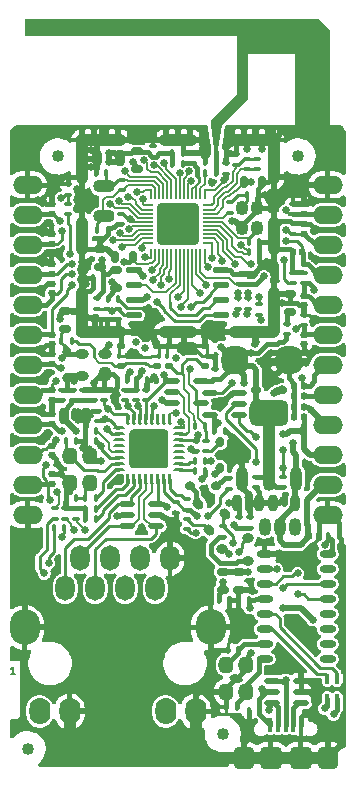
<source format=gtl>
G04 #@! TF.GenerationSoftware,KiCad,Pcbnew,6.0.5-a6ca702e91~116~ubuntu20.04.1*
G04 #@! TF.CreationDate,2024-03-02T15:14:06+03:00*
G04 #@! TF.ProjectId,iot-esp-eth-ind,696f742d-6573-4702-9d65-74682d696e64,rev?*
G04 #@! TF.SameCoordinates,PX3072580PYa990340*
G04 #@! TF.FileFunction,Copper,L1,Top*
G04 #@! TF.FilePolarity,Positive*
%FSLAX46Y46*%
G04 Gerber Fmt 4.6, Leading zero omitted, Abs format (unit mm)*
G04 Created by KiCad (PCBNEW 6.0.5-a6ca702e91~116~ubuntu20.04.1) date 2024-03-02 15:14:06*
%MOMM*%
%LPD*%
G01*
G04 APERTURE LIST*
G04 Aperture macros list*
%AMRoundRect*
0 Rectangle with rounded corners*
0 $1 Rounding radius*
0 $2 $3 $4 $5 $6 $7 $8 $9 X,Y pos of 4 corners*
0 Add a 4 corners polygon primitive as box body*
4,1,4,$2,$3,$4,$5,$6,$7,$8,$9,$2,$3,0*
0 Add four circle primitives for the rounded corners*
1,1,$1+$1,$2,$3*
1,1,$1+$1,$4,$5*
1,1,$1+$1,$6,$7*
1,1,$1+$1,$8,$9*
0 Add four rect primitives between the rounded corners*
20,1,$1+$1,$2,$3,$4,$5,0*
20,1,$1+$1,$4,$5,$6,$7,0*
20,1,$1+$1,$6,$7,$8,$9,0*
20,1,$1+$1,$8,$9,$2,$3,0*%
%AMHorizOval*
0 Thick line with rounded ends*
0 $1 width*
0 $2 $3 position (X,Y) of the first rounded end (center of the circle)*
0 $4 $5 position (X,Y) of the second rounded end (center of the circle)*
0 Add line between two ends*
20,1,$1,$2,$3,$4,$5,0*
0 Add two circle primitives to create the rounded ends*
1,1,$1,$2,$3*
1,1,$1,$4,$5*%
G04 Aperture macros list end*
G04 #@! TA.AperFunction,NonConductor*
%ADD10C,0.000000*%
G04 #@! TD*
%ADD11C,0.127000*%
G04 #@! TA.AperFunction,NonConductor*
%ADD12C,0.127000*%
G04 #@! TD*
G04 #@! TA.AperFunction,SMDPad,CuDef*
%ADD13RoundRect,0.254000X-0.254000X0.063500X-0.254000X-0.063500X0.254000X-0.063500X0.254000X0.063500X0*%
G04 #@! TD*
G04 #@! TA.AperFunction,SMDPad,CuDef*
%ADD14RoundRect,0.254000X0.254000X-0.063500X0.254000X0.063500X-0.254000X0.063500X-0.254000X-0.063500X0*%
G04 #@! TD*
G04 #@! TA.AperFunction,SMDPad,CuDef*
%ADD15RoundRect,0.152400X0.038100X0.165100X-0.038100X0.165100X-0.038100X-0.165100X0.038100X-0.165100X0*%
G04 #@! TD*
G04 #@! TA.AperFunction,SMDPad,CuDef*
%ADD16O,1.399540X0.599440*%
G04 #@! TD*
G04 #@! TA.AperFunction,SMDPad,CuDef*
%ADD17RoundRect,0.152400X-0.165100X0.038100X-0.165100X-0.038100X0.165100X-0.038100X0.165100X0.038100X0*%
G04 #@! TD*
G04 #@! TA.AperFunction,SMDPad,CuDef*
%ADD18O,1.016000X2.032000*%
G04 #@! TD*
G04 #@! TA.AperFunction,SMDPad,CuDef*
%ADD19RoundRect,0.539750X-1.111250X0.539750X-1.111250X-0.539750X1.111250X-0.539750X1.111250X0.539750X0*%
G04 #@! TD*
G04 #@! TA.AperFunction,SMDPad,CuDef*
%ADD20RoundRect,0.152400X0.165100X-0.038100X0.165100X0.038100X-0.165100X0.038100X-0.165100X-0.038100X0*%
G04 #@! TD*
G04 #@! TA.AperFunction,SMDPad,CuDef*
%ADD21RoundRect,0.508000X-0.127000X0.190500X-0.127000X-0.190500X0.127000X-0.190500X0.127000X0.190500X0*%
G04 #@! TD*
G04 #@! TA.AperFunction,SMDPad,CuDef*
%ADD22RoundRect,0.152400X-0.038100X-0.165100X0.038100X-0.165100X0.038100X0.165100X-0.038100X0.165100X0*%
G04 #@! TD*
G04 #@! TA.AperFunction,SMDPad,CuDef*
%ADD23RoundRect,0.508000X0.127000X-0.190500X0.127000X0.190500X-0.127000X0.190500X-0.127000X-0.190500X0*%
G04 #@! TD*
G04 #@! TA.AperFunction,SMDPad,CuDef*
%ADD24RoundRect,0.406400X-0.482600X0.101600X-0.482600X-0.101600X0.482600X-0.101600X0.482600X0.101600X0*%
G04 #@! TD*
G04 #@! TA.AperFunction,SMDPad,CuDef*
%ADD25RoundRect,0.254000X0.063500X0.254000X-0.063500X0.254000X-0.063500X-0.254000X0.063500X-0.254000X0*%
G04 #@! TD*
G04 #@! TA.AperFunction,SMDPad,CuDef*
%ADD26O,0.254000X1.016000*%
G04 #@! TD*
G04 #@! TA.AperFunction,SMDPad,CuDef*
%ADD27O,1.016000X0.254000*%
G04 #@! TD*
G04 #@! TA.AperFunction,SMDPad,CuDef*
%ADD28RoundRect,0.330200X-1.320800X-1.320800X1.320800X-1.320800X1.320800X1.320800X-1.320800X1.320800X0*%
G04 #@! TD*
G04 #@! TA.AperFunction,ComponentPad*
%ADD29C,0.609600*%
G04 #@! TD*
G04 #@! TA.AperFunction,SMDPad,CuDef*
%ADD30C,1.016000*%
G04 #@! TD*
G04 #@! TA.AperFunction,SMDPad,CuDef*
%ADD31RoundRect,0.335280X0.083820X0.363220X-0.083820X0.363220X-0.083820X-0.363220X0.083820X-0.363220X0*%
G04 #@! TD*
G04 #@! TA.AperFunction,SMDPad,CuDef*
%ADD32RoundRect,0.254000X-0.063500X-0.254000X0.063500X-0.254000X0.063500X0.254000X-0.063500X0.254000X0*%
G04 #@! TD*
G04 #@! TA.AperFunction,SMDPad,CuDef*
%ADD33RoundRect,0.203200X-0.050800X-0.114300X0.050800X-0.114300X0.050800X0.114300X-0.050800X0.114300X0*%
G04 #@! TD*
G04 #@! TA.AperFunction,SMDPad,CuDef*
%ADD34O,0.762000X0.914400*%
G04 #@! TD*
G04 #@! TA.AperFunction,SMDPad,CuDef*
%ADD35RoundRect,0.203200X0.114300X-0.050800X0.114300X0.050800X-0.114300X0.050800X-0.114300X-0.050800X0*%
G04 #@! TD*
G04 #@! TA.AperFunction,SMDPad,CuDef*
%ADD36RoundRect,0.335280X-0.083820X-0.363220X0.083820X-0.363220X0.083820X0.363220X-0.083820X0.363220X0*%
G04 #@! TD*
G04 #@! TA.AperFunction,SMDPad,CuDef*
%ADD37O,1.320800X0.508000*%
G04 #@! TD*
G04 #@! TA.AperFunction,ComponentPad*
%ADD38O,1.016000X1.524000*%
G04 #@! TD*
G04 #@! TA.AperFunction,SMDPad,CuDef*
%ADD39O,0.406400X0.914400*%
G04 #@! TD*
G04 #@! TA.AperFunction,SMDPad,CuDef*
%ADD40O,0.914400X0.762000*%
G04 #@! TD*
G04 #@! TA.AperFunction,SMDPad,CuDef*
%ADD41O,1.016000X0.812800*%
G04 #@! TD*
G04 #@! TA.AperFunction,SMDPad,CuDef*
%ADD42RoundRect,0.203200X-0.114300X0.050800X-0.114300X-0.050800X0.114300X-0.050800X0.114300X0.050800X0*%
G04 #@! TD*
G04 #@! TA.AperFunction,SMDPad,CuDef*
%ADD43O,0.762000X0.558800*%
G04 #@! TD*
G04 #@! TA.AperFunction,SMDPad,CuDef*
%ADD44O,0.355600X0.635000*%
G04 #@! TD*
G04 #@! TA.AperFunction,SMDPad,CuDef*
%ADD45O,0.381000X1.270000*%
G04 #@! TD*
G04 #@! TA.AperFunction,SMDPad,CuDef*
%ADD46RoundRect,0.444500X-0.444500X0.508000X-0.444500X-0.508000X0.444500X-0.508000X0.444500X0.508000X0*%
G04 #@! TD*
G04 #@! TA.AperFunction,SMDPad,CuDef*
%ADD47RoundRect,0.476250X-0.476250X0.476250X-0.476250X-0.476250X0.476250X-0.476250X0.476250X0.476250X0*%
G04 #@! TD*
G04 #@! TA.AperFunction,ComponentPad*
%ADD48O,2.540000X1.524000*%
G04 #@! TD*
G04 #@! TA.AperFunction,SMDPad,CuDef*
%ADD49RoundRect,0.914400X-0.228600X-0.292100X0.228600X-0.292100X0.228600X0.292100X-0.228600X0.292100X0*%
G04 #@! TD*
G04 #@! TA.AperFunction,SMDPad,CuDef*
%ADD50RoundRect,0.203200X0.050800X0.114300X-0.050800X0.114300X-0.050800X-0.114300X0.050800X-0.114300X0*%
G04 #@! TD*
G04 #@! TA.AperFunction,SMDPad,CuDef*
%ADD51O,1.371600X0.558800*%
G04 #@! TD*
G04 #@! TA.AperFunction,ComponentPad*
%ADD52O,1.651000X2.159000*%
G04 #@! TD*
G04 #@! TA.AperFunction,ComponentPad*
%ADD53O,1.778000X2.286000*%
G04 #@! TD*
G04 #@! TA.AperFunction,ComponentPad*
%ADD54O,2.540000X3.048000*%
G04 #@! TD*
G04 #@! TA.AperFunction,SMDPad,CuDef*
%ADD55O,1.143000X1.270000*%
G04 #@! TD*
G04 #@! TA.AperFunction,SMDPad,CuDef*
%ADD56O,1.143000X0.838200*%
G04 #@! TD*
G04 #@! TA.AperFunction,SMDPad,CuDef*
%ADD57HorizOval,0.812800X-0.071842X0.071842X0.071842X-0.071842X0*%
G04 #@! TD*
G04 #@! TA.AperFunction,SMDPad,CuDef*
%ADD58RoundRect,0.406400X-0.101600X0.165100X-0.101600X-0.165100X0.101600X-0.165100X0.101600X0.165100X0*%
G04 #@! TD*
G04 #@! TA.AperFunction,SMDPad,CuDef*
%ADD59O,0.177800X0.889000*%
G04 #@! TD*
G04 #@! TA.AperFunction,SMDPad,CuDef*
%ADD60O,0.889000X0.177800*%
G04 #@! TD*
G04 #@! TA.AperFunction,SMDPad,CuDef*
%ADD61RoundRect,0.355600X1.422400X1.422400X-1.422400X1.422400X-1.422400X-1.422400X1.422400X-1.422400X0*%
G04 #@! TD*
G04 #@! TA.AperFunction,SMDPad,CuDef*
%ADD62O,4.318000X1.016000*%
G04 #@! TD*
G04 #@! TA.AperFunction,SMDPad,CuDef*
%ADD63O,1.016000X4.318000*%
G04 #@! TD*
G04 #@! TA.AperFunction,SMDPad,CuDef*
%ADD64O,1.016000X3.302000*%
G04 #@! TD*
G04 #@! TA.AperFunction,SMDPad,CuDef*
%ADD65O,3.302000X1.016000*%
G04 #@! TD*
G04 #@! TA.AperFunction,ViaPad*
%ADD66C,0.635000*%
G04 #@! TD*
G04 #@! TA.AperFunction,Conductor*
%ADD67C,0.381000*%
G04 #@! TD*
G04 #@! TA.AperFunction,Conductor*
%ADD68C,0.508000*%
G04 #@! TD*
G04 #@! TA.AperFunction,Conductor*
%ADD69C,0.254000*%
G04 #@! TD*
G04 #@! TA.AperFunction,Conductor*
%ADD70C,1.016000*%
G04 #@! TD*
G04 #@! TA.AperFunction,Conductor*
%ADD71C,0.177800*%
G04 #@! TD*
G04 #@! TA.AperFunction,Conductor*
%ADD72C,0.203200*%
G04 #@! TD*
G04 APERTURE END LIST*
D10*
G36*
X18135600Y52806600D02*
G01*
X17805400Y52806600D01*
X17526000Y54864000D01*
X18516600Y54864000D01*
X18135600Y52806600D01*
G37*
G36*
X17094200Y50342800D02*
G01*
X16941800Y50342800D01*
X16891000Y50622200D01*
X17272000Y50622200D01*
X17094200Y50342800D01*
G37*
G36*
X27635200Y62865000D02*
G01*
X27635200Y54838600D01*
X24638000Y54838600D01*
X24638000Y60858400D01*
X20726400Y60858400D01*
X20726400Y57073800D01*
X18516600Y54864000D01*
X17526000Y54864000D01*
X17526000Y55295800D01*
X19735800Y57505600D01*
X19735800Y62357000D01*
X1828800Y62357000D01*
X1828800Y63855600D01*
X26644600Y63855600D01*
X27635200Y62865000D01*
G37*
D11*
D12*
X943428Y8348739D02*
X580571Y8348739D01*
X762000Y8348739D02*
X762000Y8983739D01*
X701523Y8893024D01*
X641047Y8832548D01*
X580571Y8802310D01*
D13*
G04 #@! TO.P,C22,1*
G04 #@! TO.N,+3.3VMCU*
X11303000Y52654200D03*
G04 #@! TO.P,C22,2*
G04 #@! TO.N,GND*
X11303000Y51130200D03*
G04 #@! TD*
D14*
G04 #@! TO.P,L81,1,1*
G04 #@! TO.N,Net-(C81-Pad1)*
X18542000Y15494000D03*
G04 #@! TO.P,L81,2,2*
G04 #@! TO.N,+5VUSB*
X18542000Y17018000D03*
G04 #@! TD*
G04 #@! TO.P,L2,1,1*
G04 #@! TO.N,+3.3V*
X9525000Y41021000D03*
G04 #@! TO.P,L2,2,2*
G04 #@! TO.N,+3.3VMCU*
X9525000Y42545000D03*
G04 #@! TD*
D15*
G04 #@! TO.P,C87,1*
G04 #@! TO.N,+3.3VUSB*
X20764500Y14605000D03*
G04 #@! TO.P,C87,2*
G04 #@! TO.N,GND*
X19875500Y14605000D03*
G04 #@! TD*
D16*
G04 #@! TO.P,U81,1,GND*
G04 #@! TO.N,GND*
X22098000Y18542000D03*
G04 #@! TO.P,U81,2,TXD*
G04 #@! TO.N,RXD0U*
X22098000Y17272000D03*
G04 #@! TO.P,U81,3,RXD*
G04 #@! TO.N,TXD0*
X22098000Y16002000D03*
G04 #@! TO.P,U81,4,V3*
G04 #@! TO.N,+3.3VUSB*
X22098000Y14732000D03*
G04 #@! TO.P,U81,5,UD+*
G04 #@! TO.N,/misc/USB_DP*
X22098000Y13462000D03*
G04 #@! TO.P,U81,6,UD-*
G04 #@! TO.N,/misc/USB_DM*
X22098000Y12192000D03*
G04 #@! TO.P,U81,7,XI*
G04 #@! TO.N,/misc/XI*
X22098000Y10922000D03*
G04 #@! TO.P,U81,8,XO*
G04 #@! TO.N,/misc/XO*
X22098000Y9652000D03*
G04 #@! TO.P,U81,9,~{CTS}*
G04 #@! TO.N,unconnected-(U81-Pad9)*
X27432000Y9652000D03*
G04 #@! TO.P,U81,10,~{DSR}*
G04 #@! TO.N,unconnected-(U81-Pad10)*
X27432000Y10922000D03*
G04 #@! TO.P,U81,11,~{RI}*
G04 #@! TO.N,unconnected-(U81-Pad11)*
X27432000Y12192000D03*
G04 #@! TO.P,U81,12,~{DCD}*
G04 #@! TO.N,unconnected-(U81-Pad12)*
X27432000Y13462000D03*
G04 #@! TO.P,U81,13,~{DTR}*
G04 #@! TO.N,Net-(Q81-Pad2)*
X27432000Y14732000D03*
G04 #@! TO.P,U81,14,~{RTS}*
G04 #@! TO.N,Net-(Q82-Pad2)*
X27432000Y16002000D03*
G04 #@! TO.P,U81,15,R232*
G04 #@! TO.N,unconnected-(U81-Pad15)*
X27432000Y17272000D03*
G04 #@! TO.P,U81,16,VCC*
G04 #@! TO.N,+3.3VUSB*
X27432000Y18542000D03*
G04 #@! TD*
D17*
G04 #@! TO.P,C7,1*
G04 #@! TO.N,Net-(C6-Pad2)*
X21463000Y52006500D03*
G04 #@! TO.P,C7,2*
G04 #@! TO.N,Net-(C7-Pad2)*
X21463000Y51117500D03*
G04 #@! TD*
G04 #@! TO.P,R72,1*
G04 #@! TO.N,GND*
X8509000Y32448500D03*
G04 #@! TO.P,R72,2*
G04 #@! TO.N,/network/LED0*
X8509000Y31559500D03*
G04 #@! TD*
G04 #@! TO.P,C24,1*
G04 #@! TO.N,VIO*
X8763000Y39306500D03*
G04 #@! TO.P,C24,2*
G04 #@! TO.N,GND*
X8763000Y38417500D03*
G04 #@! TD*
D18*
G04 #@! TO.P,U41,1,GND*
G04 #@! TO.N,GND*
X20193000Y24892000D03*
G04 #@! TO.P,U41,2,Vout*
G04 #@! TO.N,+3.3V*
X22479000Y24892000D03*
G04 #@! TO.P,U41,3,Vin*
G04 #@! TO.N,+5V*
X24765000Y24892000D03*
D19*
G04 #@! TO.P,U41,4,Tab*
G04 #@! TO.N,+3.3V*
X22479000Y30480000D03*
G04 #@! TD*
D13*
G04 #@! TO.P,D42,1,A*
G04 #@! TO.N,Net-(D42-Pad1)*
X24257000Y38989000D03*
G04 #@! TO.P,D42,2,K*
G04 #@! TO.N,GND*
X24257000Y40513000D03*
G04 #@! TD*
D14*
G04 #@! TO.P,C18,1*
G04 #@! TO.N,+3.3VMCU*
X8128000Y42824400D03*
G04 #@! TO.P,C18,2*
G04 #@! TO.N,GND*
X8128000Y44348400D03*
G04 #@! TD*
D20*
G04 #@! TO.P,C62,1*
G04 #@! TO.N,/network/TDC*
X5207000Y21526500D03*
G04 #@! TO.P,C62,2*
G04 #@! TO.N,GND*
X5207000Y22415500D03*
G04 #@! TD*
D21*
G04 #@! TO.P,X81,1,A*
G04 #@! TO.N,/misc/XI*
X18859500Y9144000D03*
G04 #@! TO.P,X81,2,GND*
G04 #@! TO.N,GND*
X18859500Y6858000D03*
G04 #@! TO.P,X81,3,B*
G04 #@! TO.N,/misc/XO*
X20510500Y6858000D03*
G04 #@! TO.P,X81,4,GND*
G04 #@! TO.N,GND*
X20510500Y9144000D03*
G04 #@! TD*
D22*
G04 #@! TO.P,C12,1*
G04 #@! TO.N,Net-(C12-Pad1)*
X20637500Y48895000D03*
G04 #@! TO.P,C12,2*
G04 #@! TO.N,GND*
X21526500Y48895000D03*
G04 #@! TD*
D17*
G04 #@! TO.P,C25,1*
G04 #@! TO.N,VIO*
X9652000Y39306500D03*
G04 #@! TO.P,C25,2*
G04 #@! TO.N,GND*
X9652000Y38417500D03*
G04 #@! TD*
G04 #@! TO.P,C10,1*
G04 #@! TO.N,GND*
X19939000Y42278300D03*
G04 #@! TO.P,C10,2*
G04 #@! TO.N,+3.3VMCU*
X19939000Y41389300D03*
G04 #@! TD*
D23*
G04 #@! TO.P,X61,1,A*
G04 #@! TO.N,Net-(C69-Pad1)*
X7302500Y24511000D03*
G04 #@! TO.P,X61,2,GND*
G04 #@! TO.N,GND*
X7302500Y26797000D03*
G04 #@! TO.P,X61,3,B*
G04 #@! TO.N,/network/CKXTAL1*
X5651500Y26797000D03*
G04 #@! TO.P,X61,4,GND*
G04 #@! TO.N,GND*
X5651500Y24511000D03*
G04 #@! TD*
D17*
G04 #@! TO.P,C3,1*
G04 #@! TO.N,GND*
X18796000Y51625500D03*
G04 #@! TO.P,C3,2*
G04 #@! TO.N,+3.3VMCU*
X18796000Y50736500D03*
G04 #@! TD*
G04 #@! TO.P,C65,1*
G04 #@! TO.N,+3.3VETH*
X14605000Y22923500D03*
G04 #@! TO.P,C65,2*
G04 #@! TO.N,GND*
X14605000Y22034500D03*
G04 #@! TD*
G04 #@! TO.P,R51,1*
G04 #@! TO.N,GND*
X24511000Y42354500D03*
G04 #@! TO.P,R51,2*
G04 #@! TO.N,GPIO34*
X24511000Y41465500D03*
G04 #@! TD*
D22*
G04 #@! TO.P,R69,1*
G04 #@! TO.N,/network/ERXD1*
X16192500Y26416000D03*
G04 #@! TO.P,R69,2*
G04 #@! TO.N,ETHRXD1*
X17081500Y26416000D03*
G04 #@! TD*
D24*
G04 #@! TO.P,X2,1,A*
G04 #@! TO.N,/cpu/32K_XP*
X8509000Y49657000D03*
G04 #@! TO.P,X2,2,B*
G04 #@! TO.N,/cpu/32K_XN*
X8509000Y47117000D03*
G04 #@! TD*
D22*
G04 #@! TO.P,R31,1*
G04 #@! TO.N,GND*
X9588500Y33274000D03*
G04 #@! TO.P,R31,2*
G04 #@! TO.N,~{RESET}*
X10477500Y33274000D03*
G04 #@! TD*
D20*
G04 #@! TO.P,C73,1*
G04 #@! TO.N,+3.3VETH*
X7620000Y31559500D03*
G04 #@! TO.P,C73,2*
G04 #@! TO.N,GND*
X7620000Y32448500D03*
G04 #@! TD*
D25*
G04 #@! TO.P,C11,1*
G04 #@! TO.N,VIO*
X10922000Y43688000D03*
G04 #@! TO.P,C11,2*
G04 #@! TO.N,GND*
X9398000Y43688000D03*
G04 #@! TD*
D26*
G04 #@! TO.P,U61,1,RSET*
G04 #@! TO.N,Net-(R64-Pad1)*
X10566400Y24892000D03*
G04 #@! TO.P,U61,2,AVDD10OUT*
G04 #@! TO.N,Net-(C64-Pad1)*
X11074400Y24892000D03*
G04 #@! TO.P,U61,3,MDI+0*
G04 #@! TO.N,/network/TD+*
X11569700Y24892000D03*
G04 #@! TO.P,U61,4,MDI-0*
G04 #@! TO.N,/network/TD-*
X12065000Y24892000D03*
G04 #@! TO.P,U61,5,MDI+1*
G04 #@! TO.N,/network/RD+*
X12573000Y24892000D03*
G04 #@! TO.P,U61,6,MDI-1*
G04 #@! TO.N,/network/RD-*
X13068300Y24892000D03*
G04 #@! TO.P,U61,7,AVDD33*
G04 #@! TO.N,+3.3VETH*
X13563600Y24892000D03*
G04 #@! TO.P,U61,8,RXDV*
G04 #@! TO.N,/network/RXDV*
X14071600Y24892000D03*
D27*
G04 #@! TO.P,U61,9,RXD0*
G04 #@! TO.N,/network/ERXD0*
X14859000Y25679400D03*
G04 #@! TO.P,U61,10,RXD1*
G04 #@! TO.N,/network/ERXD1*
X14859000Y26187400D03*
G04 #@! TO.P,U61,11,RXD2/~{INT}*
G04 #@! TO.N,unconnected-(U61-Pad11)*
X14859000Y26682700D03*
G04 #@! TO.P,U61,12,RXD3/CLK_CTL*
G04 #@! TO.N,unconnected-(U61-Pad12)*
X14859000Y27178000D03*
G04 #@! TO.P,U61,13,RXC*
G04 #@! TO.N,unconnected-(U61-Pad13)*
X14859000Y27686000D03*
G04 #@! TO.P,U61,14,DVDD33*
G04 #@! TO.N,+3.3VETH*
X14859000Y28181300D03*
G04 #@! TO.P,U61,15,TXC*
G04 #@! TO.N,/network/TXC*
X14859000Y28676600D03*
G04 #@! TO.P,U61,16,TXD0*
G04 #@! TO.N,ETHTXD0*
X14859000Y29184600D03*
D26*
G04 #@! TO.P,U61,17,TXD1*
G04 #@! TO.N,ETHTXD1*
X14071600Y29972000D03*
G04 #@! TO.P,U61,18,TXD2*
G04 #@! TO.N,unconnected-(U61-Pad18)*
X13563600Y29972000D03*
G04 #@! TO.P,U61,19,TXD3*
G04 #@! TO.N,unconnected-(U61-Pad19)*
X13068300Y29972000D03*
G04 #@! TO.P,U61,20,TXEN*
G04 #@! TO.N,ETHTXEN*
X12573000Y29972000D03*
G04 #@! TO.P,U61,21,~{PHYRST}*
G04 #@! TO.N,~{ETHRST}*
X12065000Y29972000D03*
G04 #@! TO.P,U61,22,MDC*
G04 #@! TO.N,ETHMDC*
X11569700Y29972000D03*
G04 #@! TO.P,U61,23,MDIO*
G04 #@! TO.N,ETHMDIO*
X11074400Y29972000D03*
G04 #@! TO.P,U61,24,LED0/PHYAD0/~{PME}*
G04 #@! TO.N,/network/LED0*
X10566400Y29972000D03*
D27*
G04 #@! TO.P,U61,25,LED1/PHYAD1*
G04 #@! TO.N,/network/LED1*
X9779000Y29184600D03*
G04 #@! TO.P,U61,26,CRS/CRS_DV*
G04 #@! TO.N,ETHCRS*
X9779000Y28676600D03*
G04 #@! TO.P,U61,27,COL*
G04 #@! TO.N,unconnected-(U61-Pad27)*
X9779000Y28181300D03*
G04 #@! TO.P,U61,28,RXER/FXEN*
G04 #@! TO.N,unconnected-(U61-Pad28)*
X9779000Y27686000D03*
G04 #@! TO.P,U61,29,DVDD10OUT*
G04 #@! TO.N,Net-(C67-Pad1)*
X9779000Y27178000D03*
G04 #@! TO.P,U61,30,AVDD33*
G04 #@! TO.N,+3.3VETH*
X9779000Y26682700D03*
G04 #@! TO.P,U61,31,CKXTAL1*
G04 #@! TO.N,/network/CKXTAL1*
X9779000Y26187400D03*
G04 #@! TO.P,U61,32,CKXTAL2*
G04 #@! TO.N,/network/CKXTAL2*
X9779000Y25679400D03*
D28*
G04 #@! TO.P,U61,33,GND*
G04 #@! TO.N,GND*
X12319000Y27432000D03*
D29*
X11049000Y27432000D03*
X12319000Y27432000D03*
X13589000Y27432000D03*
X12319000Y26162000D03*
X12319000Y28702000D03*
X13589000Y26162000D03*
X11049000Y26162000D03*
X13589000Y28702000D03*
X11049000Y28702000D03*
G04 #@! TD*
D22*
G04 #@! TO.P,C23,1*
G04 #@! TO.N,+3.3VMCU*
X14287500Y52451000D03*
G04 #@! TO.P,C23,2*
G04 #@! TO.N,GND*
X15176500Y52451000D03*
G04 #@! TD*
G04 #@! TO.P,C15,1*
G04 #@! TO.N,/cpu/32K_XN*
X7937500Y45974000D03*
G04 #@! TO.P,C15,2*
G04 #@! TO.N,GND*
X8826500Y45974000D03*
G04 #@! TD*
D17*
G04 #@! TO.P,C66,1*
G04 #@! TO.N,+3.3VETH*
X16256000Y28130500D03*
G04 #@! TO.P,C66,2*
G04 #@! TO.N,GND*
X16256000Y27241500D03*
G04 #@! TD*
G04 #@! TO.P,C5,1*
G04 #@! TO.N,+3.3VMCU*
X9931400Y47358300D03*
G04 #@! TO.P,C5,2*
G04 #@! TO.N,GND*
X9931400Y46469300D03*
G04 #@! TD*
D30*
G04 #@! TO.P,FD3,*
G04 #@! TO.N,*
X2032000Y2032000D03*
G04 #@! TD*
D31*
G04 #@! TO.P,C21,1*
G04 #@! TO.N,+3.3VMCU*
X9842500Y52070000D03*
G04 #@! TO.P,C21,2*
G04 #@! TO.N,GND*
X7937500Y52070000D03*
G04 #@! TD*
D32*
G04 #@! TO.P,C8,1*
G04 #@! TO.N,+3.3VMCU*
X20320000Y50038000D03*
G04 #@! TO.P,C8,2*
G04 #@! TO.N,GND*
X21844000Y50038000D03*
G04 #@! TD*
D33*
G04 #@! TO.P,D107,1,A*
G04 #@! TO.N,GND*
X24612600Y31877000D03*
G04 #@! TO.P,D107,2,A*
G04 #@! TO.N,TXD0*
X25425400Y31877000D03*
G04 #@! TD*
D17*
G04 #@! TO.P,R56,1*
G04 #@! TO.N,GND*
X24511000Y48196500D03*
G04 #@! TO.P,R56,2*
G04 #@! TO.N,GPIO39*
X24511000Y47307500D03*
G04 #@! TD*
D34*
G04 #@! TO.P,D82,1,A*
G04 #@! TO.N,Net-(D82-Pad1)*
X18338800Y28041600D03*
G04 #@! TO.P,D82,2,K*
G04 #@! TO.N,Net-(D82-Pad2)*
X18338800Y25806400D03*
G04 #@! TD*
D15*
G04 #@! TO.P,R64,1*
G04 #@! TO.N,Net-(R64-Pad1)*
X7810500Y22352000D03*
G04 #@! TO.P,R64,2*
G04 #@! TO.N,GND*
X6921500Y22352000D03*
G04 #@! TD*
D35*
G04 #@! TO.P,D95,1,A*
G04 #@! TO.N,GND*
X4064000Y36296600D03*
G04 #@! TO.P,D95,2,A*
G04 #@! TO.N,GPIO2*
X4064000Y37109400D03*
G04 #@! TD*
D15*
G04 #@! TO.P,C81,1*
G04 #@! TO.N,Net-(C81-Pad1)*
X21653500Y5207000D03*
G04 #@! TO.P,C81,2*
G04 #@! TO.N,GND*
X20764500Y5207000D03*
G04 #@! TD*
G04 #@! TO.P,C69,1*
G04 #@! TO.N,Net-(C69-Pad1)*
X6159500Y23241000D03*
G04 #@! TO.P,C69,2*
G04 #@! TO.N,GND*
X5270500Y23241000D03*
G04 #@! TD*
D36*
G04 #@! TO.P,C89,1*
G04 #@! TO.N,+3.3VUSB*
X19748500Y22860000D03*
G04 #@! TO.P,C89,2*
G04 #@! TO.N,GND*
X21653500Y22860000D03*
G04 #@! TD*
D22*
G04 #@! TO.P,C70,1*
G04 #@! TO.N,/network/CKXTAL1*
X5270500Y28067000D03*
G04 #@! TO.P,C70,2*
G04 #@! TO.N,GND*
X6159500Y28067000D03*
G04 #@! TD*
D17*
G04 #@! TO.P,R7,1*
G04 #@! TO.N,/cpu/ETXD0*
X19812000Y40195500D03*
G04 #@! TO.P,R7,2*
G04 #@! TO.N,ETHTXD0*
X19812000Y39306500D03*
G04 #@! TD*
D15*
G04 #@! TO.P,C68,1*
G04 #@! TO.N,+3.3VETH*
X7810500Y28067000D03*
G04 #@! TO.P,C68,2*
G04 #@! TO.N,GND*
X6921500Y28067000D03*
G04 #@! TD*
D37*
G04 #@! TO.P,D81,1,IO1*
G04 #@! TO.N,Net-(D81-Pad1)*
X25196800Y5892800D03*
G04 #@! TO.P,D81,2,GND*
G04 #@! TO.N,GND*
X25196800Y6858000D03*
G04 #@! TO.P,D81,3,IO2*
X25196800Y7823200D03*
G04 #@! TO.P,D81,4,IO3*
G04 #@! TO.N,/misc/USBE_DP*
X22758400Y7823200D03*
G04 #@! TO.P,D81,5,VDD*
G04 #@! TO.N,Net-(C81-Pad1)*
X22758400Y6858000D03*
G04 #@! TO.P,D81,6,IO4*
G04 #@! TO.N,/misc/USBE_DM*
X22758400Y5892800D03*
G04 #@! TD*
D20*
G04 #@! TO.P,C2,1*
G04 #@! TO.N,+3.3VW*
X16002000Y51625500D03*
G04 #@! TO.P,C2,2*
G04 #@! TO.N,GND*
X16002000Y52514500D03*
G04 #@! TD*
D15*
G04 #@! TO.P,R6,1*
G04 #@! TO.N,ETHTXC*
X17081500Y29387800D03*
G04 #@! TO.P,R6,2*
G04 #@! TO.N,Net-(R6-Pad2)*
X16192500Y29387800D03*
G04 #@! TD*
G04 #@! TO.P,C1,1*
G04 #@! TO.N,/cpu/ANT*
X17970500Y51689000D03*
G04 #@! TO.P,C1,2*
G04 #@! TO.N,GND*
X17081500Y51689000D03*
G04 #@! TD*
D38*
G04 #@! TO.P,J41,1,Pin_1*
G04 #@! TO.N,+5VUSB*
X22098000Y20828000D03*
G04 #@! TO.P,J41,2,Pin_2*
G04 #@! TO.N,+5V*
X23368000Y20828000D03*
G04 #@! TO.P,J41,3,Pin_3*
G04 #@! TO.N,unconnected-(J41-Pad3)*
X24638000Y20828000D03*
G04 #@! TD*
D39*
G04 #@! TO.P,T81,1,1*
G04 #@! TO.N,/misc/USBE_DM*
X27406600Y6248400D03*
G04 #@! TO.P,T81,2,2*
G04 #@! TO.N,/misc/USB_DM*
X27406600Y7975600D03*
G04 #@! TO.P,T81,3,3*
G04 #@! TO.N,/misc/USB_DP*
X28219400Y7975600D03*
G04 #@! TO.P,T81,4,4*
G04 #@! TO.N,/misc/USBE_DP*
X28219400Y6248400D03*
G04 #@! TD*
D40*
G04 #@! TO.P,D41,1,A*
G04 #@! TO.N,+3.3V*
X21361400Y32385000D03*
G04 #@! TO.P,D41,2,K*
G04 #@! TO.N,+5V*
X23596600Y32385000D03*
G04 #@! TD*
D41*
G04 #@! TO.P,Q81,1,B*
G04 #@! TO.N,Net-(Q81-Pad1)*
X20657820Y17970500D03*
G04 #@! TO.P,Q81,2,E*
G04 #@! TO.N,Net-(Q81-Pad2)*
X20657820Y19875500D03*
G04 #@! TO.P,Q81,3,C*
G04 #@! TO.N,Net-(D82-Pad2)*
X18458180Y18923000D03*
G04 #@! TD*
D20*
G04 #@! TO.P,R4,1*
G04 #@! TO.N,/cpu/XTAL_P*
X19177000Y47434500D03*
G04 #@! TO.P,R4,2*
G04 #@! TO.N,Net-(C12-Pad1)*
X19177000Y48323500D03*
G04 #@! TD*
D15*
G04 #@! TO.P,C17,1*
G04 #@! TO.N,+3.3VMCU*
X8445500Y41910000D03*
G04 #@! TO.P,C17,2*
G04 #@! TO.N,GND*
X7556500Y41910000D03*
G04 #@! TD*
D22*
G04 #@! TO.P,C9,1*
G04 #@! TO.N,+3.3VMCU*
X20764500Y44069000D03*
G04 #@! TO.P,C9,2*
G04 #@! TO.N,GND*
X21653500Y44069000D03*
G04 #@! TD*
D17*
G04 #@! TO.P,R2,1*
G04 #@! TO.N,Net-(R2-Pad1)*
X21590000Y39687500D03*
G04 #@! TO.P,R2,2*
G04 #@! TO.N,TXD0*
X21590000Y38798500D03*
G04 #@! TD*
D42*
G04 #@! TO.P,D96,1,A*
G04 #@! TO.N,GND*
X4064000Y35458400D03*
G04 #@! TO.P,D96,2,A*
G04 #@! TO.N,GPIO16*
X4064000Y34645600D03*
G04 #@! TD*
D20*
G04 #@! TO.P,C63,1*
G04 #@! TO.N,/network/RDC*
X6096000Y21526500D03*
G04 #@! TO.P,C63,2*
G04 #@! TO.N,GND*
X6096000Y22415500D03*
G04 #@! TD*
D17*
G04 #@! TO.P,C43,1*
G04 #@! TO.N,+3.3V*
X21336000Y25082500D03*
G04 #@! TO.P,C43,2*
G04 #@! TO.N,GND*
X21336000Y24193500D03*
G04 #@! TD*
D15*
G04 #@! TO.P,C19,1*
G04 #@! TO.N,+3.3VMCU*
X8445500Y41021000D03*
G04 #@! TO.P,C19,2*
G04 #@! TO.N,GND*
X7556500Y41021000D03*
G04 #@! TD*
D20*
G04 #@! TO.P,C4,1*
G04 #@! TO.N,/cpu/CHIP_PU*
X5461000Y48958500D03*
G04 #@! TO.P,C4,2*
G04 #@! TO.N,GND*
X5461000Y49847500D03*
G04 #@! TD*
D42*
G04 #@! TO.P,D94,1,A*
G04 #@! TO.N,GND*
X4064000Y41427400D03*
G04 #@! TO.P,D94,2,A*
G04 #@! TO.N,GPIO15*
X4064000Y40614600D03*
G04 #@! TD*
D30*
G04 #@! TO.P,FD4,*
G04 #@! TO.N,*
X18542000Y3302000D03*
G04 #@! TD*
D22*
G04 #@! TO.P,C90,1*
G04 #@! TO.N,+3.3V*
X17843500Y28956000D03*
G04 #@! TO.P,C90,2*
G04 #@! TO.N,GND*
X18732500Y28956000D03*
G04 #@! TD*
D15*
G04 #@! TO.P,C14,1*
G04 #@! TO.N,/cpu/32K_XP*
X8699500Y50800000D03*
G04 #@! TO.P,C14,2*
G04 #@! TO.N,GND*
X7810500Y50800000D03*
G04 #@! TD*
D30*
G04 #@! TO.P,FD1,*
G04 #@! TO.N,*
X4572000Y52197000D03*
G04 #@! TD*
D17*
G04 #@! TO.P,C6,1*
G04 #@! TO.N,GND*
X19685000Y52387500D03*
G04 #@! TO.P,C6,2*
G04 #@! TO.N,Net-(C6-Pad2)*
X19685000Y51498500D03*
G04 #@! TD*
D40*
G04 #@! TO.P,D83,1,A*
G04 #@! TO.N,Net-(D83-Pad1)*
X18008600Y24257000D03*
G04 #@! TO.P,D83,2,K*
G04 #@! TO.N,Net-(D83-Pad2)*
X15773400Y24257000D03*
G04 #@! TD*
D34*
G04 #@! TO.P,D31,1,A*
G04 #@! TO.N,~{MR}*
X5334000Y35661600D03*
G04 #@! TO.P,D31,2,K*
G04 #@! TO.N,+3.3V*
X5334000Y33426400D03*
G04 #@! TD*
D42*
G04 #@! TO.P,D101,1,A*
G04 #@! TO.N,GND*
X25400000Y48158400D03*
G04 #@! TO.P,D101,2,A*
G04 #@! TO.N,GPIO39*
X25400000Y47345600D03*
G04 #@! TD*
D43*
G04 #@! TO.P,S31,1,1*
G04 #@! TO.N,Net-(R32-Pad2)*
X12954000Y34467800D03*
G04 #@! TO.P,S31,2,2*
X9906000Y34467800D03*
G04 #@! TO.P,S31,3,3*
G04 #@! TO.N,GND*
X12954000Y36144200D03*
G04 #@! TO.P,S31,4,4*
X9906000Y36144200D03*
D44*
G04 #@! TO.P,S31,5,5*
X13131800Y35306000D03*
G04 #@! TO.P,S31,6,6*
X9728200Y35306000D03*
G04 #@! TD*
D13*
G04 #@! TO.P,C83,1*
G04 #@! TO.N,+5VUSB*
X19939000Y17018000D03*
G04 #@! TO.P,C83,2*
G04 #@! TO.N,GND*
X19939000Y15494000D03*
G04 #@! TD*
D15*
G04 #@! TO.P,D1,1,A*
G04 #@! TO.N,GND*
X18859500Y52578000D03*
G04 #@! TO.P,D1,2,A*
G04 #@! TO.N,/cpu/ANT*
X17970500Y52578000D03*
G04 #@! TD*
D45*
G04 #@! TO.P,J81,1,VCC*
G04 #@! TO.N,Net-(C81-Pad1)*
X22575520Y4064000D03*
G04 #@! TO.P,J81,2,D-*
G04 #@! TO.N,/misc/USBE_DM*
X23228300Y4064000D03*
G04 #@! TO.P,J81,3,D+*
G04 #@! TO.N,/misc/USBE_DP*
X23876000Y4064000D03*
G04 #@! TO.P,J81,4,ID*
G04 #@! TO.N,Net-(D81-Pad1)*
X24523700Y4064000D03*
G04 #@! TO.P,J81,5,GND*
G04 #@! TO.N,GND*
X25176480Y4064000D03*
D46*
G04 #@! TO.P,J81,6,CH*
X27432000Y1270000D03*
D47*
X25146000Y1270000D03*
D46*
X20320000Y1270000D03*
D47*
X22606000Y1270000D03*
G04 #@! TD*
D35*
G04 #@! TO.P,D99,1,A*
G04 #@! TO.N,GND*
X4064000Y26898600D03*
G04 #@! TO.P,D99,2,A*
G04 #@! TO.N,~{RESET}*
X4064000Y27711400D03*
G04 #@! TD*
D17*
G04 #@! TO.P,L4,1,1*
G04 #@! TO.N,+3.3VMCU*
X7874000Y40195500D03*
G04 #@! TO.P,L4,2,2*
G04 #@! TO.N,VIO*
X7874000Y39306500D03*
G04 #@! TD*
D22*
G04 #@! TO.P,R32,1*
G04 #@! TO.N,~{MR}*
X4889500Y36576000D03*
G04 #@! TO.P,R32,2*
G04 #@! TO.N,Net-(R32-Pad2)*
X5778500Y36576000D03*
G04 #@! TD*
G04 #@! TO.P,C13,1*
G04 #@! TO.N,/cpu/XTAL_N*
X20764500Y44958000D03*
G04 #@! TO.P,C13,2*
G04 #@! TO.N,GND*
X21653500Y44958000D03*
G04 #@! TD*
D17*
G04 #@! TO.P,R84,1*
G04 #@! TO.N,Net-(D83-Pad1)*
X19050000Y24955500D03*
G04 #@! TO.P,R84,2*
G04 #@! TO.N,~{MR}*
X19050000Y24066500D03*
G04 #@! TD*
D20*
G04 #@! TO.P,C86,1*
G04 #@! TO.N,+3.3V*
X20828000Y20764500D03*
G04 #@! TO.P,C86,2*
G04 #@! TO.N,GND*
X20828000Y21653500D03*
G04 #@! TD*
D37*
G04 #@! TO.P,U62,1,OE*
G04 #@! TO.N,~{ETHRST}*
X14274800Y33223200D03*
G04 #@! TO.P,U62,2,A*
G04 #@! TO.N,/network/TXC*
X14274800Y32258000D03*
G04 #@! TO.P,U62,3,GND*
G04 #@! TO.N,GND*
X14274800Y31292800D03*
G04 #@! TO.P,U62,4,Y*
G04 #@! TO.N,ETHTXC*
X16713200Y31292800D03*
G04 #@! TO.P,U62,5,VCC*
G04 #@! TO.N,+3.3V*
X16713200Y33223200D03*
G04 #@! TD*
D33*
G04 #@! TO.P,D109,1,A*
G04 #@! TO.N,GND*
X24612600Y30099000D03*
G04 #@! TO.P,D109,2,A*
G04 #@! TO.N,+3.3V*
X25425400Y30099000D03*
G04 #@! TD*
D20*
G04 #@! TO.P,R41,1*
G04 #@! TO.N,+3.3V*
X24003000Y37147500D03*
G04 #@! TO.P,R41,2*
G04 #@! TO.N,Net-(D42-Pad1)*
X24003000Y38036500D03*
G04 #@! TD*
D14*
G04 #@! TO.P,C32,1*
G04 #@! TO.N,~{MR}*
X5207000Y37592000D03*
G04 #@! TO.P,C32,2*
G04 #@! TO.N,GND*
X5207000Y39116000D03*
G04 #@! TD*
D33*
G04 #@! TO.P,D108,1,A*
G04 #@! TO.N,GND*
X24612600Y30988000D03*
G04 #@! TO.P,D108,2,A*
G04 #@! TO.N,RXD0*
X25425400Y30988000D03*
G04 #@! TD*
D42*
G04 #@! TO.P,D102,1,A*
G04 #@! TO.N,GND*
X25400000Y46475650D03*
G04 #@! TO.P,D102,2,A*
G04 #@! TO.N,GPIO38*
X25400000Y45662850D03*
G04 #@! TD*
D15*
G04 #@! TO.P,C67,1*
G04 #@! TO.N,Net-(C67-Pad1)*
X7810500Y28956000D03*
G04 #@! TO.P,C67,2*
G04 #@! TO.N,GND*
X6921500Y28956000D03*
G04 #@! TD*
G04 #@! TO.P,C64,1*
G04 #@! TO.N,Net-(C64-Pad1)*
X7810500Y21463000D03*
G04 #@! TO.P,C64,2*
G04 #@! TO.N,GND*
X6921500Y21463000D03*
G04 #@! TD*
D17*
G04 #@! TO.P,R67,1*
G04 #@! TO.N,+3.3V*
X11176000Y32448500D03*
G04 #@! TO.P,R67,2*
G04 #@! TO.N,ETHMDC*
X11176000Y31559500D03*
G04 #@! TD*
D37*
G04 #@! TO.P,U82,1,A*
G04 #@! TO.N,RXD0*
X19888200Y30276800D03*
G04 #@! TO.P,U82,2,B*
G04 #@! TO.N,RXD0U*
X19888200Y31242000D03*
G04 #@! TO.P,U82,3,GND*
G04 #@! TO.N,GND*
X19888200Y32207200D03*
G04 #@! TO.P,U82,4,Y*
G04 #@! TO.N,RXD0M*
X17449800Y32207200D03*
G04 #@! TO.P,U82,5,VCC*
G04 #@! TO.N,+3.3V*
X17449800Y30276800D03*
G04 #@! TD*
D17*
G04 #@! TO.P,R81,1*
G04 #@! TO.N,Net-(Q82-Pad2)*
X18542000Y20891500D03*
G04 #@! TO.P,R81,2*
G04 #@! TO.N,Net-(Q81-Pad1)*
X18542000Y20002500D03*
G04 #@! TD*
D22*
G04 #@! TO.P,C31,1*
G04 #@! TO.N,+3.3V*
X11239500Y33274000D03*
G04 #@! TO.P,C31,2*
G04 #@! TO.N,GND*
X12128500Y33274000D03*
G04 #@! TD*
D48*
G04 #@! TO.P,J52,1,Pin_1*
G04 #@! TO.N,GND*
X27432000Y49784000D03*
G04 #@! TO.P,J52,2,Pin_2*
G04 #@! TO.N,GPIO39*
X27432000Y47244000D03*
G04 #@! TO.P,J52,3,Pin_3*
G04 #@! TO.N,GPIO38*
X27432000Y44704000D03*
G04 #@! TO.P,J52,4,Pin_4*
G04 #@! TO.N,GPIO37*
X27432000Y42164000D03*
G04 #@! TO.P,J52,5,Pin_5*
G04 #@! TO.N,GPIO36*
X27432000Y39624000D03*
G04 #@! TO.P,J52,6,Pin_6*
G04 #@! TO.N,GPIO35*
X27432000Y37084000D03*
G04 #@! TO.P,J52,7,Pin_7*
G04 #@! TO.N,GPIO34*
X27432000Y34544000D03*
G04 #@! TO.P,J52,8,Pin_8*
G04 #@! TO.N,TXD0*
X27432000Y32004000D03*
G04 #@! TO.P,J52,9,Pin_9*
G04 #@! TO.N,RXD0*
X27432000Y29464000D03*
G04 #@! TO.P,J52,10,Pin_10*
G04 #@! TO.N,+3.3V*
X27432000Y26924000D03*
G04 #@! TO.P,J52,11,Pin_11*
G04 #@! TO.N,+5V*
X27432000Y24384000D03*
G04 #@! TO.P,J52,12,Pin_12*
G04 #@! TO.N,GND*
X27432000Y21844000D03*
G04 #@! TD*
D49*
G04 #@! TO.P,C42,1*
G04 #@! TO.N,+3.3V*
X19558000Y34925000D03*
G04 #@! TO.P,C42,2*
G04 #@! TO.N,GND*
X24130000Y34925000D03*
G04 #@! TD*
D15*
G04 #@! TO.P,R70,1*
G04 #@! TO.N,/network/CKXTAL2*
X7810500Y23241000D03*
G04 #@! TO.P,R70,2*
G04 #@! TO.N,Net-(C69-Pad1)*
X6921500Y23241000D03*
G04 #@! TD*
D42*
G04 #@! TO.P,D100,1,A*
G04 #@! TO.N,GND*
X4064000Y25298400D03*
G04 #@! TO.P,D100,2,A*
G04 #@! TO.N,~{MR}*
X4064000Y24485600D03*
G04 #@! TD*
D50*
G04 #@! TO.P,D110,1,A*
G04 #@! TO.N,GND*
X26695400Y20066000D03*
G04 #@! TO.P,D110,2,A*
G04 #@! TO.N,+5V*
X25882600Y20066000D03*
G04 #@! TD*
D51*
G04 #@! TO.P,U2,1,~{CS}*
G04 #@! TO.N,/cpu/~{SPICS0}*
X18415000Y38735000D03*
G04 #@! TO.P,U2,2,DO/IO1*
G04 #@! TO.N,/cpu/SPIQ*
X18415000Y40005000D03*
G04 #@! TO.P,U2,3,~{WP}/IO2*
G04 #@! TO.N,/cpu/~{SPIWP}*
X18415000Y41275000D03*
G04 #@! TO.P,U2,4,GND*
G04 #@! TO.N,GND*
X18415000Y42545000D03*
G04 #@! TO.P,U2,5,DI/IO0*
G04 #@! TO.N,/cpu/SPID*
X11049000Y42545000D03*
G04 #@! TO.P,U2,6,CLK*
G04 #@! TO.N,/cpu/SPICLK*
X11049000Y41275000D03*
G04 #@! TO.P,U2,7,~{HOLD}/IO3*
G04 #@! TO.N,/cpu/~{SPIHD}*
X11049000Y40005000D03*
G04 #@! TO.P,U2,8,VCC*
G04 #@! TO.N,VIO*
X11049000Y38735000D03*
G04 #@! TD*
D52*
G04 #@! TO.P,J61,1,TD+*
G04 #@! TO.N,/network/TD+*
X5207000Y15621000D03*
G04 #@! TO.P,J61,2,TD-*
G04 #@! TO.N,/network/TD-*
X6477000Y18161000D03*
G04 #@! TO.P,J61,3,RD+*
G04 #@! TO.N,/network/RD+*
X7747000Y15621000D03*
G04 #@! TO.P,J61,4,CT*
G04 #@! TO.N,/network/TDC*
X9017000Y18161000D03*
G04 #@! TO.P,J61,5,CT*
G04 #@! TO.N,/network/RDC*
X10287000Y15621000D03*
G04 #@! TO.P,J61,6,RD-*
G04 #@! TO.N,/network/RD-*
X11557000Y18161000D03*
G04 #@! TO.P,J61,7,NC*
G04 #@! TO.N,unconnected-(J61-Pad7)*
X12827000Y15621000D03*
G04 #@! TO.P,J61,8,GND*
G04 #@! TO.N,GND*
X14097000Y18161000D03*
D53*
G04 #@! TO.P,J61,9,LED1+*
G04 #@! TO.N,Net-(J61-Pad9)*
X3048000Y5207000D03*
G04 #@! TO.P,J61,10,LED1-*
G04 #@! TO.N,GND*
X5588000Y5207000D03*
G04 #@! TO.P,J61,11,LED2-*
G04 #@! TO.N,Net-(J61-Pad11)*
X13716000Y5207000D03*
G04 #@! TO.P,J61,12,LED2+*
G04 #@! TO.N,GND*
X16256000Y5207000D03*
D54*
G04 #@! TO.P,J61,13,SHIELD*
X17526000Y12319000D03*
X1778000Y12319000D03*
G04 #@! TD*
D20*
G04 #@! TO.P,R1,1*
G04 #@! TO.N,Net-(C7-Pad2)*
X20574000Y51117500D03*
G04 #@! TO.P,R1,2*
G04 #@! TO.N,Net-(C6-Pad2)*
X20574000Y52006500D03*
G04 #@! TD*
D17*
G04 #@! TO.P,R71,1*
G04 #@! TO.N,/network/RXDV*
X15494000Y23177500D03*
G04 #@! TO.P,R71,2*
G04 #@! TO.N,+3.3VETH*
X15494000Y22288500D03*
G04 #@! TD*
D20*
G04 #@! TO.P,C74,1*
G04 #@! TO.N,+3.3VETH*
X6731000Y31559500D03*
G04 #@! TO.P,C74,2*
G04 #@! TO.N,GND*
X6731000Y32448500D03*
G04 #@! TD*
G04 #@! TO.P,R82,1*
G04 #@! TO.N,Net-(Q81-Pad2)*
X15494000Y20637500D03*
G04 #@! TO.P,R82,2*
G04 #@! TO.N,Net-(Q82-Pad1)*
X15494000Y21526500D03*
G04 #@! TD*
D17*
G04 #@! TO.P,R63,1*
G04 #@! TO.N,/network/LED0*
X4318000Y22415500D03*
G04 #@! TO.P,R63,2*
G04 #@! TO.N,Net-(J61-Pad11)*
X4318000Y21526500D03*
G04 #@! TD*
D20*
G04 #@! TO.P,L82,1,1*
G04 #@! TO.N,+3.3V*
X19939000Y20764500D03*
G04 #@! TO.P,L82,2,2*
G04 #@! TO.N,+3.3VUSB*
X19939000Y21653500D03*
G04 #@! TD*
D22*
G04 #@! TO.P,R68,1*
G04 #@! TO.N,/network/ERXD0*
X16192500Y25527000D03*
G04 #@! TO.P,R68,2*
G04 #@! TO.N,ETHRXD0*
X17081500Y25527000D03*
G04 #@! TD*
D17*
G04 #@! TO.P,R52,1*
G04 #@! TO.N,GND*
X25400000Y38798500D03*
G04 #@! TO.P,R52,2*
G04 #@! TO.N,GPIO35*
X25400000Y37909500D03*
G04 #@! TD*
D36*
G04 #@! TO.P,C72,1*
G04 #@! TO.N,+3.3VETH*
X5092700Y30226000D03*
G04 #@! TO.P,C72,2*
G04 #@! TO.N,GND*
X6997700Y30226000D03*
G04 #@! TD*
D22*
G04 #@! TO.P,R54,1*
G04 #@! TO.N,GND*
X24447500Y43180000D03*
G04 #@! TO.P,R54,2*
G04 #@! TO.N,GPIO37*
X25336500Y43180000D03*
G04 #@! TD*
D55*
G04 #@! TO.P,U31,1,GND*
G04 #@! TO.N,GND*
X8572500Y33769300D03*
D56*
G04 #@! TO.P,U31,2,~{RESET}*
G04 #@! TO.N,~{RESET}*
X8572500Y35496500D03*
G04 #@! TO.P,U31,3,~{MR}*
G04 #@! TO.N,~{MR}*
X6667500Y35496500D03*
G04 #@! TO.P,U31,4,VCC*
G04 #@! TO.N,+3.3V*
X6667500Y33591500D03*
G04 #@! TD*
D20*
G04 #@! TO.P,R3,1*
G04 #@! TO.N,~{RESET}*
X5461000Y47307500D03*
G04 #@! TO.P,R3,2*
G04 #@! TO.N,/cpu/CHIP_PU*
X5461000Y48196500D03*
G04 #@! TD*
D17*
G04 #@! TO.P,R85,1*
G04 #@! TO.N,RXD0*
X23622000Y25082500D03*
G04 #@! TO.P,R85,2*
G04 #@! TO.N,+3.3V*
X23622000Y24193500D03*
G04 #@! TD*
D35*
G04 #@! TO.P,D104,1,A*
G04 #@! TO.N,GND*
X25400000Y39598600D03*
G04 #@! TO.P,D104,2,A*
G04 #@! TO.N,GPIO36*
X25400000Y40411400D03*
G04 #@! TD*
D42*
G04 #@! TO.P,D91,1,A*
G04 #@! TO.N,GND*
X4064000Y48158400D03*
G04 #@! TO.P,D91,2,A*
G04 #@! TO.N,GPIO14*
X4064000Y47345600D03*
G04 #@! TD*
D35*
G04 #@! TO.P,D105,1,A*
G04 #@! TO.N,GND*
X25400000Y36296600D03*
G04 #@! TO.P,D105,2,A*
G04 #@! TO.N,GPIO35*
X25400000Y37109400D03*
G04 #@! TD*
D48*
G04 #@! TO.P,J51,1,Pin_1*
G04 #@! TO.N,GND*
X2032000Y49784000D03*
G04 #@! TO.P,J51,2,Pin_2*
G04 #@! TO.N,GPIO14*
X2032000Y47244000D03*
G04 #@! TO.P,J51,3,Pin_3*
G04 #@! TO.N,GPIO12*
X2032000Y44704000D03*
G04 #@! TO.P,J51,4,Pin_4*
G04 #@! TO.N,GPIO13*
X2032000Y42164000D03*
G04 #@! TO.P,J51,5,Pin_5*
G04 #@! TO.N,GPIO15*
X2032000Y39624000D03*
G04 #@! TO.P,J51,6,Pin_6*
G04 #@! TO.N,GPIO2*
X2032000Y37084000D03*
G04 #@! TO.P,J51,7,Pin_7*
G04 #@! TO.N,GPIO16*
X2032000Y34544000D03*
G04 #@! TO.P,J51,8,Pin_8*
G04 #@! TO.N,GPIO17*
X2032000Y32004000D03*
G04 #@! TO.P,J51,9,Pin_9*
G04 #@! TO.N,GPIO5*
X2032000Y29464000D03*
G04 #@! TO.P,J51,10,Pin_10*
G04 #@! TO.N,~{RESET}*
X2032000Y26924000D03*
G04 #@! TO.P,J51,11,Pin_11*
G04 #@! TO.N,~{MR}*
X2032000Y24384000D03*
G04 #@! TO.P,J51,12,Pin_12*
G04 #@! TO.N,GND*
X2032000Y21844000D03*
G04 #@! TD*
D33*
G04 #@! TO.P,D103,1,A*
G04 #@! TO.N,GND*
X24485600Y44069000D03*
G04 #@! TO.P,D103,2,A*
G04 #@! TO.N,GPIO37*
X25298400Y44069000D03*
G04 #@! TD*
D57*
G04 #@! TO.P,Q82,1,B*
G04 #@! TO.N,Net-(Q82-Pad1)*
X17376170Y20576498D03*
G04 #@! TO.P,Q82,2,E*
G04 #@! TO.N,Net-(Q82-Pad2)*
X18723208Y21923536D03*
G04 #@! TO.P,Q82,3,C*
G04 #@! TO.N,Net-(D83-Pad2)*
X16494309Y22805397D03*
G04 #@! TD*
D17*
G04 #@! TO.P,R8,1*
G04 #@! TO.N,/cpu/ETXD1*
X20701000Y40195500D03*
G04 #@! TO.P,R8,2*
G04 #@! TO.N,ETHTXD1*
X20701000Y39306500D03*
G04 #@! TD*
D15*
G04 #@! TO.P,R62,1*
G04 #@! TO.N,/network/LED1*
X5118100Y20701000D03*
G04 #@! TO.P,R62,2*
G04 #@! TO.N,Net-(J61-Pad9)*
X4229100Y20701000D03*
G04 #@! TD*
D58*
G04 #@! TO.P,X1,1,A*
G04 #@! TO.N,Net-(C12-Pad1)*
X20193000Y47802800D03*
G04 #@! TO.P,X1,2,GND*
G04 #@! TO.N,GND*
X20193000Y46151800D03*
G04 #@! TO.P,X1,3,B*
G04 #@! TO.N,/cpu/XTAL_N*
X21463000Y46151800D03*
G04 #@! TO.P,X1,4,GND*
G04 #@! TO.N,GND*
X21463000Y47802800D03*
G04 #@! TD*
D15*
G04 #@! TO.P,L1,1,1*
G04 #@! TO.N,/cpu/ANT*
X17970500Y50800000D03*
G04 #@! TO.P,L1,2,2*
G04 #@! TO.N,/cpu/ANTM*
X17081500Y50800000D03*
G04 #@! TD*
D20*
G04 #@! TO.P,R83,1*
G04 #@! TO.N,Net-(D82-Pad1)*
X17145000Y27241500D03*
G04 #@! TO.P,R83,2*
G04 #@! TO.N,ETHTXC*
X17145000Y28130500D03*
G04 #@! TD*
D42*
G04 #@! TO.P,D98,1,A*
G04 #@! TO.N,GND*
X4064000Y30378400D03*
G04 #@! TO.P,D98,2,A*
G04 #@! TO.N,GPIO5*
X4064000Y29565600D03*
G04 #@! TD*
G04 #@! TO.P,D93,1,A*
G04 #@! TO.N,GND*
X4064000Y43078400D03*
G04 #@! TO.P,D93,2,A*
G04 #@! TO.N,GPIO13*
X4064000Y42265600D03*
G04 #@! TD*
D15*
G04 #@! TO.P,C85,1*
G04 #@! TO.N,/misc/XO*
X19748500Y5588000D03*
G04 #@! TO.P,C85,2*
G04 #@! TO.N,GND*
X18859500Y5588000D03*
G04 #@! TD*
D22*
G04 #@! TO.P,C16,1*
G04 #@! TO.N,+3.3V*
X8826500Y40132000D03*
G04 #@! TO.P,C16,2*
G04 #@! TO.N,GND*
X9715500Y40132000D03*
G04 #@! TD*
D30*
G04 #@! TO.P,FD2,*
G04 #@! TO.N,*
X24892000Y52197000D03*
G04 #@! TD*
D22*
G04 #@! TO.P,C88,1*
G04 #@! TO.N,+3.3VUSB*
X27495500Y20066000D03*
G04 #@! TO.P,C88,2*
G04 #@! TO.N,GND*
X28384500Y20066000D03*
G04 #@! TD*
G04 #@! TO.P,L3,1,1*
G04 #@! TO.N,+3.3VMCU*
X14287500Y51587400D03*
G04 #@! TO.P,L3,2,2*
G04 #@! TO.N,+3.3VW*
X15176500Y51587400D03*
G04 #@! TD*
D59*
G04 #@! TO.P,U1,1,VDDA*
G04 #@! TO.N,+3.3VMCU*
X17007000Y49022000D03*
G04 #@! TO.P,U1,2,LNA_IN*
G04 #@! TO.N,/cpu/ANTM*
X16657000Y49022000D03*
G04 #@! TO.P,U1,3,VDD3P3*
G04 #@! TO.N,+3.3VW*
X16307000Y49022000D03*
G04 #@! TO.P,U1,4,VDD3P3*
X15957000Y49022000D03*
G04 #@! TO.P,U1,5,SENSOR_VP/GPIO36/ADC1_CH0/RTC_GPIO0*
G04 #@! TO.N,GPIO36*
X15607000Y49022000D03*
G04 #@! TO.P,U1,6,SENSOR_CAPP/GPIO37/ADC1_CH1/RTC_GPIO1*
G04 #@! TO.N,GPIO37*
X15257000Y49022000D03*
G04 #@! TO.P,U1,7,SENSOR_CAPN/GPIO38/ADC1_CH2/RTC_GPIO2*
G04 #@! TO.N,GPIO38*
X14907000Y49022000D03*
G04 #@! TO.P,U1,8,SENSOR_VN/GPIO39/ADC1_CH3/RTC_GPIO3*
G04 #@! TO.N,GPIO39*
X14557000Y49022000D03*
G04 #@! TO.P,U1,9,CHIP_PU*
G04 #@! TO.N,/cpu/CHIP_PU*
X14207000Y49022000D03*
G04 #@! TO.P,U1,10,VDET_1/GPIO34/ADC1_CH6/RTC_GPIO4*
G04 #@! TO.N,GPIO34*
X13857000Y49022000D03*
G04 #@! TO.P,U1,11,VDET_2/GPIO35/ADC1_CH7/RTC_GPIO5*
G04 #@! TO.N,GPIO35*
X13507000Y49022000D03*
G04 #@! TO.P,U1,12,32K_XP/GPIO32/ADC1_CH4/RTC_GPIO9/TOUCH9*
G04 #@! TO.N,/cpu/32K_XP*
X13157000Y49022000D03*
G04 #@! TO.P,U1,13,32K_XN/GPIO33/ADC1_CH5/RTC_GPIO8/TOUCH8*
G04 #@! TO.N,/cpu/32K_XN*
X12807000Y49022000D03*
G04 #@! TO.P,U1,14,GPIO25/ADC2_CH8/RTC_GPIO6/DAC_1/EMAC_RXD0*
G04 #@! TO.N,ETHRXD0*
X12457000Y49022000D03*
D60*
G04 #@! TO.P,U1,15,GPIO26/ADC2_CH9/RTC_GPIO7/DAC_2/EMAC_RXD1*
G04 #@! TO.N,ETHRXD1*
X12192000Y48057000D03*
G04 #@! TO.P,U1,16,GPIO27/ADC2_CH7/RTC_GPIO17/TOUCH7/EMAC_RX_DV*
G04 #@! TO.N,ETHCRS*
X12192000Y47707000D03*
G04 #@! TO.P,U1,17,MTMS/GPIO14/ADC2_CH6/RTC_GPIO16/TOUCH6/EMAC_TXD2/HSPICLK/HS2_CLK/SD_CLK*
G04 #@! TO.N,GPIO14*
X12192000Y47357000D03*
G04 #@! TO.P,U1,18,MTDI/GPIO12/ADC2_CH5/RTC_GPIO15/TOUCH5/EMAC_TXD3/HSPIQ/HS2_DATA2/SD_DATA2*
G04 #@! TO.N,GPIO12*
X12192000Y47007000D03*
G04 #@! TO.P,U1,19,VDD3P3_RTC*
G04 #@! TO.N,+3.3VMCU*
X12192000Y46657000D03*
G04 #@! TO.P,U1,20,MTCK/GPIO13/ADC2_CH4/RTC_GPIO14/TOUCH4/EMAC_RX_ER/HSPID/HS2_DATA3/SD_DATA3*
G04 #@! TO.N,GPIO13*
X12192000Y46307000D03*
G04 #@! TO.P,U1,21,MTDO/GPIO15/ADC2_CH3/RTC_GPIO13/TOUCH3/EMAC_RXD3/HSPICS0/HS2_CMD/SD_CMD*
G04 #@! TO.N,GPIO15*
X12192000Y45957000D03*
G04 #@! TO.P,U1,22,GPIO2/ADC2_CH2/RTC_GPIO12/TOUCH2/HSPIWP/HS2_DATA0/SD_DATA0*
G04 #@! TO.N,GPIO2*
X12192000Y45607000D03*
G04 #@! TO.P,U1,23,GPIO0/ADC2_CH1/RTC_GPIO11/TOUCH1/EMAC_TX_CLK/CLK_OUT1*
G04 #@! TO.N,ETHTXC*
X12192000Y45257000D03*
G04 #@! TO.P,U1,24,GPIO4/ADC2_CH0/RTC_GPIO10/TOUCH0/EMAC_TX_ER/HSPIHD/HS2_DATA1/SD_DATA1*
G04 #@! TO.N,~{ETHRST}*
X12192000Y44907000D03*
D59*
G04 #@! TO.P,U1,25,GPIO16/HS1_DATA4/U2RXD/EMAC_CLK_OUT*
G04 #@! TO.N,GPIO16*
X12457000Y43942000D03*
G04 #@! TO.P,U1,26,VDD_SDIO*
G04 #@! TO.N,VIO*
X12807000Y43942000D03*
G04 #@! TO.P,U1,27,GPIO17/HS1_DATA5/U2TXD/EMAC_CLK_OUT_180*
G04 #@! TO.N,GPIO17*
X13157000Y43942000D03*
G04 #@! TO.P,U1,28,SD_DATA_2/GPIO9/HS1_DATA2/U1RXD/SPIHD*
G04 #@! TO.N,/cpu/~{SPIHD}*
X13507000Y43942000D03*
G04 #@! TO.P,U1,29,SD_DATA_3/GPIO10/HS1_DATA3/U1TXD/SPIWP*
G04 #@! TO.N,/cpu/~{SPIWP}*
X13857000Y43942000D03*
G04 #@! TO.P,U1,30,SD_CMD/GPIO11/HS1_CMD/U1RTS/SPICS0*
G04 #@! TO.N,/cpu/~{SPICS0}*
X14207000Y43942000D03*
G04 #@! TO.P,U1,31,SD_CLK/GPIO6/HS1_CLK/U1CTS/SPICLK*
G04 #@! TO.N,/cpu/SPICLK*
X14557000Y43942000D03*
G04 #@! TO.P,U1,32,SD_DATA_0/GPIO7/HS1_DATA0/U2RTS/SPIQ*
G04 #@! TO.N,/cpu/SPIQ*
X14907000Y43942000D03*
G04 #@! TO.P,U1,33,SD_DATA_1/GPIO8/HS1_DATA1/U2CTS/SPID*
G04 #@! TO.N,/cpu/SPID*
X15257000Y43942000D03*
G04 #@! TO.P,U1,34,GPIO5/HS1_DATA6/VSPICS0/EMAC_RX_CLK*
G04 #@! TO.N,GPIO5*
X15607000Y43942000D03*
G04 #@! TO.P,U1,35,GPIO18/HS1_DATA7/VSPICLK*
G04 #@! TO.N,ETHMDIO*
X15957000Y43942000D03*
G04 #@! TO.P,U1,36,GPIO23/HS1_STROBE/VSPID*
G04 #@! TO.N,ETHMDC*
X16307000Y43942000D03*
G04 #@! TO.P,U1,37,VDD3P3_CPU*
G04 #@! TO.N,+3.3VMCU*
X16657000Y43942000D03*
G04 #@! TO.P,U1,38,GPIO19/U0CTS/VSPIQ/EMAC_TXD0*
G04 #@! TO.N,/cpu/ETXD0*
X17007000Y43942000D03*
D60*
G04 #@! TO.P,U1,39,GPIO22/U0RTS/VSPIWP/EMAC_TXD1*
G04 #@! TO.N,/cpu/ETXD1*
X17272000Y44907000D03*
G04 #@! TO.P,U1,40,U0RXD/GPIO3/CLK_OUT2*
G04 #@! TO.N,RXD0M*
X17272000Y45257000D03*
G04 #@! TO.P,U1,41,U0TXD/GPIO1/CLK_OUT3/EMAC_RXD2*
G04 #@! TO.N,Net-(R2-Pad1)*
X17272000Y45607000D03*
G04 #@! TO.P,U1,42,GPIO21/VSPIHD/EMAC_TX_EN*
G04 #@! TO.N,ETHTXEN*
X17272000Y45957000D03*
G04 #@! TO.P,U1,43,VDDA*
G04 #@! TO.N,+3.3VMCU*
X17272000Y46307000D03*
G04 #@! TO.P,U1,44,XTAL_N*
G04 #@! TO.N,/cpu/XTAL_N*
X17272000Y46657000D03*
G04 #@! TO.P,U1,45,XTAL_P*
G04 #@! TO.N,/cpu/XTAL_P*
X17272000Y47007000D03*
G04 #@! TO.P,U1,46,VDDA*
G04 #@! TO.N,+3.3VMCU*
X17272000Y47357000D03*
G04 #@! TO.P,U1,47,CAP2*
G04 #@! TO.N,Net-(C7-Pad2)*
X17272000Y47707000D03*
G04 #@! TO.P,U1,48,CAP1*
G04 #@! TO.N,Net-(C6-Pad2)*
X17272000Y48057000D03*
D29*
G04 #@! TO.P,U1,49,GND*
G04 #@! TO.N,GND*
X14732000Y46482000D03*
X16002000Y45212000D03*
X16002000Y46482000D03*
X13462000Y46482000D03*
X14732000Y45212000D03*
X13462000Y47752000D03*
X13462000Y45212000D03*
X16002000Y47752000D03*
X14732000Y47752000D03*
D61*
X14732000Y46482000D03*
G04 #@! TD*
D20*
G04 #@! TO.P,R65,1*
G04 #@! TO.N,~{ETHRST}*
X12065000Y31559500D03*
G04 #@! TO.P,R65,2*
G04 #@! TO.N,GND*
X12065000Y32448500D03*
G04 #@! TD*
D17*
G04 #@! TO.P,L61,1,1*
G04 #@! TO.N,+3.3V*
X5842000Y32448500D03*
G04 #@! TO.P,L61,2,2*
G04 #@! TO.N,+3.3VETH*
X5842000Y31559500D03*
G04 #@! TD*
D22*
G04 #@! TO.P,C82,1*
G04 #@! TO.N,Net-(C81-Pad1)*
X18224500Y14605000D03*
G04 #@! TO.P,C82,2*
G04 #@! TO.N,GND*
X19113500Y14605000D03*
G04 #@! TD*
D20*
G04 #@! TO.P,C75,1*
G04 #@! TO.N,+3.3V*
X17907000Y33337500D03*
G04 #@! TO.P,C75,2*
G04 #@! TO.N,GND*
X17907000Y34226500D03*
G04 #@! TD*
D35*
G04 #@! TO.P,D97,1,A*
G04 #@! TO.N,GND*
X4064000Y31597600D03*
G04 #@! TO.P,D97,2,A*
G04 #@! TO.N,GPIO17*
X4064000Y32410400D03*
G04 #@! TD*
D17*
G04 #@! TO.P,C71,1*
G04 #@! TO.N,+3.3V*
X4953000Y32448500D03*
G04 #@! TO.P,C71,2*
G04 #@! TO.N,GND*
X4953000Y31559500D03*
G04 #@! TD*
D43*
G04 #@! TO.P,S1,1,1*
G04 #@! TO.N,Net-(R6-Pad2)*
X17018000Y34467800D03*
G04 #@! TO.P,S1,2,2*
X13970000Y34467800D03*
G04 #@! TO.P,S1,3,3*
G04 #@! TO.N,GND*
X17018000Y36144200D03*
G04 #@! TO.P,S1,4,4*
X13970000Y36144200D03*
D44*
G04 #@! TO.P,S1,5,5*
X17195800Y35306000D03*
G04 #@! TO.P,S1,6,6*
X13792200Y35306000D03*
G04 #@! TD*
D17*
G04 #@! TO.P,R73,1*
G04 #@! TO.N,GND*
X8001000Y30670500D03*
G04 #@! TO.P,R73,2*
G04 #@! TO.N,/network/LED1*
X8001000Y29781500D03*
G04 #@! TD*
G04 #@! TO.P,R66,1*
G04 #@! TO.N,+3.3V*
X10287000Y32448500D03*
G04 #@! TO.P,R66,2*
G04 #@! TO.N,ETHMDIO*
X10287000Y31559500D03*
G04 #@! TD*
D33*
G04 #@! TO.P,D106,1,A*
G04 #@! TO.N,GND*
X24612600Y32766000D03*
G04 #@! TO.P,D106,2,A*
G04 #@! TO.N,GPIO34*
X25425400Y32766000D03*
G04 #@! TD*
D37*
G04 #@! TO.P,D61,1,IO1*
G04 #@! TO.N,/network/RD+*
X12903200Y20878800D03*
G04 #@! TO.P,D61,2,GND*
G04 #@! TO.N,GND*
X12903200Y21844000D03*
G04 #@! TO.P,D61,3,IO2*
G04 #@! TO.N,/network/RD-*
X12903200Y22809200D03*
G04 #@! TO.P,D61,4,IO3*
G04 #@! TO.N,/network/TD+*
X10464800Y22809200D03*
G04 #@! TO.P,D61,5,VDD*
G04 #@! TO.N,+3.3VETH*
X10464800Y21844000D03*
G04 #@! TO.P,D61,6,IO4*
G04 #@! TO.N,/network/TD-*
X10464800Y20878800D03*
G04 #@! TD*
D42*
G04 #@! TO.P,D92,1,A*
G04 #@! TO.N,GND*
X4064000Y45618400D03*
G04 #@! TO.P,D92,2,A*
G04 #@! TO.N,GPIO12*
X4064000Y44805600D03*
G04 #@! TD*
D62*
G04 #@! TO.P,SH1,1,GND*
G04 #@! TO.N,GND*
X21209000Y37338000D03*
X8255000Y53594000D03*
D63*
X22860000Y38989000D03*
X22860000Y51943000D03*
D64*
X22860000Y45466000D03*
D62*
X21209000Y53594000D03*
D64*
X6604000Y45466000D03*
D62*
X8255000Y37338000D03*
D63*
X6604000Y38989000D03*
D65*
X14732000Y37338000D03*
X14732000Y53594000D03*
D63*
X6604000Y51943000D03*
G04 #@! TD*
D15*
G04 #@! TO.P,C84,1*
G04 #@! TO.N,/misc/XI*
X19875500Y10414000D03*
G04 #@! TO.P,C84,2*
G04 #@! TO.N,GND*
X18986500Y10414000D03*
G04 #@! TD*
D17*
G04 #@! TO.P,R55,1*
G04 #@! TO.N,GND*
X24511000Y46545500D03*
G04 #@! TO.P,R55,2*
G04 #@! TO.N,GPIO38*
X24511000Y45656500D03*
G04 #@! TD*
G04 #@! TO.P,R53,1*
G04 #@! TO.N,GND*
X25400000Y42354500D03*
G04 #@! TO.P,R53,2*
G04 #@! TO.N,GPIO36*
X25400000Y41465500D03*
G04 #@! TD*
D31*
G04 #@! TO.P,C41,1*
G04 #@! TO.N,+5V*
X24701500Y22860000D03*
G04 #@! TO.P,C41,2*
G04 #@! TO.N,GND*
X22796500Y22860000D03*
G04 #@! TD*
D17*
G04 #@! TO.P,R5,1*
G04 #@! TO.N,/cpu/32K_XP*
X10033000Y50228500D03*
G04 #@! TO.P,R5,2*
G04 #@! TO.N,/cpu/32K_XN*
X10033000Y49339500D03*
G04 #@! TD*
D20*
G04 #@! TO.P,C20,1*
G04 #@! TO.N,+3.3VMCU*
X12642850Y52190650D03*
G04 #@! TO.P,C20,2*
G04 #@! TO.N,GND*
X12642850Y53079650D03*
G04 #@! TD*
D66*
G04 #@! TO.N,GND*
X18415000Y37846000D03*
X18415000Y31242000D03*
X7620000Y33020000D03*
X25577800Y34671000D03*
X28448000Y3556000D03*
X13970000Y1270000D03*
X28448000Y53467000D03*
X15290800Y36144200D03*
X19304000Y26924000D03*
X21463000Y1270000D03*
X12700000Y36703000D03*
X8890000Y3810000D03*
X8636000Y54483000D03*
X1270000Y14732000D03*
X16002000Y18161000D03*
X18034000Y1270000D03*
X21336000Y54483000D03*
X23596600Y39751000D03*
X20066000Y4572000D03*
X24384000Y54483000D03*
X11684000Y54483000D03*
X5588000Y54483000D03*
X6680200Y27533600D03*
X23622000Y23114000D03*
X27432000Y53467000D03*
X13970000Y12319000D03*
X3022600Y33274000D03*
X6223000Y49403000D03*
X12700000Y33528000D03*
X1270000Y19812000D03*
X7366000Y51308000D03*
X9906000Y12319000D03*
X26416000Y54483000D03*
X28575000Y12827000D03*
X3556000Y54483000D03*
X11684000Y20701000D03*
X14478000Y20828000D03*
X3937000Y1270000D03*
X17018000Y52578000D03*
X19050000Y1270000D03*
X14732000Y54483000D03*
X24130000Y50419000D03*
X15748000Y54483000D03*
X11684000Y53594000D03*
X8890000Y1270000D03*
X2032000Y53467000D03*
X23622000Y9525000D03*
X19304000Y46736000D03*
X11938000Y37973000D03*
X3048000Y53467000D03*
X26289000Y45974000D03*
X27432000Y52451000D03*
X11430000Y1270000D03*
X2921000Y43434000D03*
X28575000Y17907000D03*
X12700000Y53594000D03*
X22860000Y41529000D03*
X19304000Y54483000D03*
X22606000Y33782000D03*
X26035000Y4699000D03*
X7874000Y12319000D03*
X26797000Y4572000D03*
X2921000Y45974000D03*
X25654000Y35560000D03*
X2921000Y40894000D03*
X28448000Y2286000D03*
X26289000Y1270000D03*
X7747000Y38227000D03*
X7874000Y7239000D03*
X26289000Y38354000D03*
X28448000Y54483000D03*
X10668000Y53594000D03*
X20828000Y15494000D03*
X28448000Y51435000D03*
X6299200Y29895800D03*
X19304000Y28448000D03*
X28575000Y15367000D03*
X11938000Y12319000D03*
X6299200Y30530800D03*
X23876000Y1270000D03*
X17653000Y49961800D03*
X1270000Y17272000D03*
X16764000Y53594000D03*
X1016000Y53467000D03*
X22606000Y34671000D03*
X25908000Y17272000D03*
X28575000Y10287000D03*
X6350000Y1270000D03*
X21844000Y52832000D03*
X1524000Y54483000D03*
X27432000Y54483000D03*
X10922000Y51689000D03*
X13716000Y54483000D03*
X13208000Y38481000D03*
X2032000Y52451000D03*
X11938000Y9779000D03*
X20574000Y52832000D03*
X26416000Y53467000D03*
X18288000Y36957000D03*
X4889500Y25336500D03*
X3302000Y38354000D03*
X6604000Y54483000D03*
X3175000Y30734000D03*
X12700000Y54483000D03*
X25908000Y25654000D03*
X8255000Y26416000D03*
X4508500Y49847500D03*
X16002000Y15875000D03*
X26035000Y48514000D03*
X15875000Y27406600D03*
X9652000Y24765000D03*
X21336000Y36449000D03*
X26289000Y43535600D03*
X23114000Y18542000D03*
X16510000Y1270000D03*
X889000Y3937000D03*
X11430000Y3810000D03*
X13411200Y31597600D03*
X20828000Y22606000D03*
X2921000Y48514000D03*
X7366000Y52705000D03*
X7620000Y54483000D03*
X20955000Y10160000D03*
X2997200Y28194000D03*
X23368000Y54483000D03*
X22606000Y35560000D03*
X11938000Y7239000D03*
X7874000Y9779000D03*
X4572000Y54483000D03*
X26289000Y6985000D03*
X9652000Y54483000D03*
X6985000Y41402000D03*
X4749800Y38455600D03*
X17399000Y23368000D03*
X22352000Y54483000D03*
X25908000Y11557000D03*
X28448000Y52451000D03*
X1016000Y52451000D03*
X16764000Y54483000D03*
X3175000Y35814000D03*
X22098000Y48895000D03*
X18923000Y53340000D03*
X20320000Y54483000D03*
X2540000Y54483000D03*
X10668000Y54483000D03*
X24638000Y12827000D03*
X19685000Y8001000D03*
X1016000Y51435000D03*
X25400000Y54483000D03*
G04 #@! TO.N,+3.3VMCU*
X22047200Y42037000D03*
X20955000Y50038000D03*
X8305800Y43408600D03*
X8940800Y51689000D03*
X20066000Y44704000D03*
X8940800Y52451000D03*
X18643600Y50241200D03*
X10668000Y46863000D03*
G04 #@! TO.N,/cpu/CHIP_PU*
X4826000Y48641000D03*
X12750800Y51435000D03*
G04 #@! TO.N,VIO*
X10210800Y43230800D03*
X9194800Y39116000D03*
G04 #@! TO.N,+3.3V*
X23622000Y28702000D03*
X11684000Y34036000D03*
X9194800Y41529000D03*
X5969000Y33147000D03*
X18161000Y29591000D03*
X20955000Y35560000D03*
X20320000Y33020000D03*
X18415000Y36068000D03*
X19481800Y20980400D03*
G04 #@! TO.N,ETHTXC*
X15748000Y34163000D03*
X9982200Y44500800D03*
G04 #@! TO.N,/network/TDC*
X5994400Y20548600D03*
G04 #@! TO.N,/network/RDC*
X6883400Y20548600D03*
G04 #@! TO.N,/cpu/ETXD0*
X19812000Y40640000D03*
X17272000Y42799000D03*
G04 #@! TO.N,/cpu/ETXD1*
X20701000Y40640000D03*
X17653000Y43561000D03*
G04 #@! TO.N,TXD0*
X21793200Y38354000D03*
X24892000Y16891000D03*
G04 #@! TO.N,~{RESET}*
X5588000Y43942000D03*
X4470400Y28194000D03*
X8890000Y36195000D03*
X10668000Y33959800D03*
G04 #@! TO.N,ETHMDIO*
X10515600Y31064200D03*
X16637000Y40640000D03*
G04 #@! TO.N,ETHMDC*
X17145000Y41275000D03*
X11379200Y31064200D03*
G04 #@! TO.N,ETHRXD0*
X16764000Y24892000D03*
X11277600Y49199800D03*
G04 #@! TO.N,ETHRXD1*
X11811000Y48564800D03*
X17526000Y26416000D03*
G04 #@! TO.N,ETHCRS*
X10566400Y48768000D03*
X8712200Y29133800D03*
G04 #@! TO.N,/cpu/~{SPIHD}*
X12115800Y40309800D03*
X12623800Y41706800D03*
G04 #@! TO.N,/cpu/~{SPIWP}*
X15824200Y39446200D03*
X13335000Y41275000D03*
G04 #@! TO.N,/cpu/~{SPICS0}*
X13970000Y41783000D03*
X12954000Y39878000D03*
G04 #@! TO.N,/cpu/SPID*
X14732000Y40259000D03*
X11811000Y42087800D03*
G04 #@! TO.N,ETHTXEN*
X20955000Y43053000D03*
X12750800Y31038800D03*
G04 #@! TO.N,Net-(R2-Pad1)*
X21590000Y40259000D03*
X19608800Y43078400D03*
G04 #@! TO.N,Net-(C81-Pad1)*
X21894800Y7086600D03*
X18542000Y16129000D03*
G04 #@! TO.N,~{ETHRST}*
X13589000Y33655000D03*
X11709400Y44450000D03*
G04 #@! TO.N,/network/RD-*
X13843000Y22479000D03*
G04 #@! TO.N,GPIO14*
X9804400Y48437800D03*
X4749800Y46761400D03*
G04 #@! TO.N,GPIO13*
X5791200Y43078400D03*
X10617200Y46050200D03*
G04 #@! TO.N,GPIO15*
X5791200Y42214800D03*
X9880600Y45694600D03*
G04 #@! TO.N,GPIO12*
X9017000Y48133000D03*
X4902200Y45897800D03*
G04 #@! TO.N,GPIO5*
X4953000Y28930600D03*
X14986000Y39471600D03*
X14605000Y35102800D03*
G04 #@! TO.N,GPIO2*
X9296400Y45110400D03*
X5791200Y41351200D03*
G04 #@! TO.N,GPIO16*
X11963400Y43662600D03*
X4826000Y34290000D03*
X11176000Y36449000D03*
G04 #@! TO.N,GPIO39*
X13589000Y51638200D03*
X23876000Y47625000D03*
G04 #@! TO.N,GPIO38*
X14909800Y50800000D03*
X23926800Y45948600D03*
G04 #@! TO.N,GPIO37*
X15722600Y50927000D03*
X23926800Y45059600D03*
G04 #@! TO.N,GPIO36*
X15900400Y50139600D03*
X26289000Y40894000D03*
G04 #@! TO.N,GPIO35*
X10287000Y50927000D03*
X24765000Y37592000D03*
G04 #@! TO.N,GPIO34*
X25273000Y33401000D03*
X23698200Y43459400D03*
X11887200Y51866800D03*
G04 #@! TO.N,GPIO17*
X12547600Y42545000D03*
X4394200Y33223200D03*
X11938000Y35941000D03*
G04 #@! TO.N,Net-(J61-Pad9)*
X3810000Y17780000D03*
G04 #@! TO.N,Net-(J61-Pad11)*
X3429000Y16891000D03*
G04 #@! TO.N,ETHTXD0*
X19685000Y38862000D03*
X15036800Y29743400D03*
G04 #@! TO.N,ETHTXD1*
X14579600Y30480000D03*
X20574000Y38862000D03*
G04 #@! TO.N,RXD0M*
X18491200Y43357800D03*
X19304000Y33020000D03*
G04 #@! TO.N,~{MR}*
X17272000Y21717000D03*
X3911600Y23114000D03*
X4902200Y35153600D03*
X3556000Y26035000D03*
G04 #@! TO.N,+5V*
X22860000Y32131000D03*
X24511000Y27940000D03*
G04 #@! TO.N,+3.3VETH*
X9626600Y21717000D03*
X6096000Y28956000D03*
X8255000Y27660600D03*
X16383000Y21717000D03*
X16484600Y28600400D03*
G04 #@! TO.N,+5VUSB*
X20701000Y17018000D03*
G04 #@! TO.N,/misc/USBE_DP*
X27940000Y4953000D03*
X23876000Y7874000D03*
G04 #@! TO.N,/misc/USBE_DM*
X22479000Y5334000D03*
X27178000Y5461000D03*
G04 #@! TO.N,+3.3VUSB*
X26162000Y12954000D03*
X20828000Y13970000D03*
X19050000Y22860000D03*
X27178000Y19304000D03*
X23622000Y13970000D03*
G04 #@! TO.N,Net-(D82-Pad2)*
X19050000Y18542000D03*
X17907000Y25273000D03*
G04 #@! TO.N,RXD0*
X21336000Y28448000D03*
X23622000Y27305000D03*
X23622000Y25781000D03*
X26035000Y30734000D03*
G04 #@! TO.N,Net-(Q81-Pad2)*
X24892000Y15113000D03*
X16256000Y20345400D03*
X19913600Y18719800D03*
G04 #@! TO.N,Net-(Q82-Pad2)*
X19405600Y19481800D03*
X23622000Y15621000D03*
G04 #@! TO.N,/network/LED1*
X4953000Y19939000D03*
X8610600Y29997400D03*
G04 #@! TO.N,/network/LED0*
X8864600Y30835600D03*
X4521200Y23749000D03*
G04 #@! TO.N,RXD0U*
X23114000Y17272000D03*
X21336000Y26289000D03*
G04 #@! TD*
D67*
G04 #@! TO.N,/cpu/ANT*
X17970500Y50800000D02*
X17970500Y51689000D01*
X17970500Y51689000D02*
X17970500Y52578000D01*
G04 #@! TO.N,GND*
X18973800Y53670200D02*
X18923000Y53340000D01*
D68*
X17018000Y37338000D02*
X14732000Y37338000D01*
X12903200Y21844000D02*
X13335000Y21844000D01*
X22860000Y38989000D02*
X22860000Y41529000D01*
D67*
X22860000Y48895000D02*
X25349200Y48895000D01*
D69*
X13792200Y35306000D02*
X13792200Y35966400D01*
D68*
X13716000Y21590000D02*
X13906500Y21399500D01*
D67*
X25374600Y4927600D02*
X25806400Y4927600D01*
D69*
X28575000Y9271000D02*
X28829000Y9017000D01*
D67*
X22860000Y45466000D02*
X22860000Y44577000D01*
X6921500Y22352000D02*
X6921500Y21463000D01*
D68*
X1778000Y12319000D02*
X1778000Y14224000D01*
X21209000Y53594000D02*
X22352000Y53594000D01*
X19050000Y1270000D02*
X16510000Y1270000D01*
D67*
X9906000Y36144200D02*
X9906000Y37338000D01*
D69*
X9728200Y35306000D02*
X9728200Y35966400D01*
X17780000Y5207000D02*
X16256000Y5207000D01*
D68*
X17526000Y12319000D02*
X17526000Y10541000D01*
D69*
X10439400Y39370000D02*
X11734800Y39370000D01*
D68*
X22860000Y43053000D02*
X22860000Y45466000D01*
D67*
X18859500Y52578000D02*
X18859500Y52895500D01*
D69*
X18859500Y5588000D02*
X18161000Y5588000D01*
D68*
X25196800Y7823200D02*
X25196800Y8585200D01*
D67*
X22860000Y46075600D02*
X22860000Y45466000D01*
D68*
X6604000Y45466000D02*
X6604000Y42037000D01*
X14732000Y53594000D02*
X12700000Y53594000D01*
D69*
X22098000Y48895000D02*
X21526500Y48895000D01*
D67*
X6921500Y28956000D02*
X6921500Y30149800D01*
X18859500Y5588000D02*
X18859500Y6858000D01*
D69*
X13792200Y35966400D02*
X13970000Y36144200D01*
D67*
X23495000Y46710600D02*
X22860000Y46075600D01*
X24815800Y39751000D02*
X24130000Y39751000D01*
D68*
X25908000Y6858000D02*
X26365200Y6400800D01*
D67*
X3175000Y40894000D02*
X3746500Y41465500D01*
X9652000Y38417500D02*
X9652000Y37338000D01*
D68*
X14732000Y53594000D02*
X13716000Y53594000D01*
X7747000Y38227000D02*
X7747000Y37338000D01*
D67*
X20193000Y46151800D02*
X20193000Y46355000D01*
D68*
X11684000Y54483000D02*
X11684000Y53594000D01*
D67*
X19050000Y52387500D02*
X18859500Y52578000D01*
X19939000Y42278300D02*
X21196300Y42278300D01*
X4127500Y26860500D02*
X4445000Y26543000D01*
D68*
X26289000Y6985000D02*
X26289000Y7366000D01*
D67*
X20510500Y9144000D02*
X20510500Y8826500D01*
D68*
X6477000Y49403000D02*
X6604000Y49530000D01*
D67*
X25400000Y35814000D02*
X25654000Y35560000D01*
D69*
X24447500Y42418000D02*
X24511000Y42354500D01*
D67*
X6921500Y30149800D02*
X6997700Y30226000D01*
D68*
X8255000Y53594000D02*
X9588500Y53594000D01*
X8255000Y37338000D02*
X12192000Y37338000D01*
D67*
X25176480Y4064000D02*
X25176480Y4729480D01*
D70*
X16256000Y3429000D02*
X16256000Y1524000D01*
D68*
X20828000Y22606000D02*
X20828000Y23495000D01*
D67*
X20955000Y10160000D02*
X20701000Y9906000D01*
X9588500Y33464500D02*
X9588500Y33274000D01*
X20764500Y4254500D02*
X20383500Y4254500D01*
X18415000Y42545000D02*
X19177000Y42545000D01*
X9283700Y33769300D02*
X9588500Y33464500D01*
X12954000Y36449000D02*
X12700000Y36703000D01*
D68*
X2032000Y21844000D02*
X2032000Y20574000D01*
D67*
X4064000Y26860500D02*
X4127500Y26860500D01*
X20574000Y52832000D02*
X20574000Y53594000D01*
X8509000Y32448500D02*
X8509000Y33705800D01*
D68*
X7112000Y38481000D02*
X6604000Y38989000D01*
X7620000Y52705000D02*
X7937500Y52387500D01*
D67*
X26733500Y21145500D02*
X27432000Y21844000D01*
X4064000Y25336500D02*
X4889500Y25336500D01*
D68*
X25196800Y8585200D02*
X24257000Y9525000D01*
D67*
X20764500Y2984500D02*
X20320000Y2540000D01*
X21196300Y42278300D02*
X21717000Y42799000D01*
D68*
X7493000Y5207000D02*
X8890000Y3810000D01*
D69*
X24511000Y49530000D02*
X24765000Y49784000D01*
X25400000Y42354500D02*
X24511000Y42354500D01*
D68*
X6731000Y45339000D02*
X6604000Y45466000D01*
D67*
X21336000Y24193500D02*
X21336000Y24130000D01*
X3746500Y41465500D02*
X4064000Y41465500D01*
X12700000Y36398200D02*
X12954000Y36144200D01*
X7556500Y41910000D02*
X6985000Y41910000D01*
D68*
X19304000Y53975000D02*
X19685000Y53594000D01*
D67*
X6921500Y28067000D02*
X6921500Y27622500D01*
X24968200Y39598600D02*
X24815800Y39751000D01*
D69*
X26695400Y19888200D02*
X26695400Y20066000D01*
D68*
X24765000Y49784000D02*
X27432000Y49784000D01*
D67*
X25349200Y18542000D02*
X23114000Y18542000D01*
D68*
X6604000Y45466000D02*
X6604000Y49530000D01*
D67*
X20828000Y21653500D02*
X20828000Y22098000D01*
D68*
X19304000Y26924000D02*
X19431000Y26924000D01*
X12700000Y37338000D02*
X14732000Y37338000D01*
D67*
X21653500Y44958000D02*
X22352000Y44958000D01*
D68*
X19380200Y32207200D02*
X18415000Y31242000D01*
D67*
X22923500Y48196500D02*
X22860000Y48260000D01*
X18796000Y28956000D02*
X19304000Y28448000D01*
X6680200Y28067000D02*
X6159500Y28067000D01*
D68*
X8636000Y53657500D02*
X8636000Y54483000D01*
D67*
X8204200Y33401000D02*
X8572500Y33769300D01*
D68*
X22860000Y48260000D02*
X22860000Y47879000D01*
D67*
X12700000Y53594000D02*
X11684000Y53594000D01*
X4064000Y35496500D02*
X3492500Y35496500D01*
X26289000Y46101000D02*
X26289000Y45974000D01*
D69*
X17195800Y35966400D02*
X17018000Y36144200D01*
D67*
X4064000Y49403000D02*
X4064000Y49530000D01*
D68*
X7874000Y7239000D02*
X7874000Y12319000D01*
D67*
X3492500Y30416500D02*
X3175000Y30734000D01*
X24206200Y46710600D02*
X23495000Y46710600D01*
D68*
X19939000Y15494000D02*
X20828000Y15494000D01*
D69*
X9715500Y40093900D02*
X10439400Y39370000D01*
D68*
X24765000Y35560000D02*
X25654000Y35560000D01*
D69*
X16789400Y35306000D02*
X15951200Y36144200D01*
D67*
X17907000Y35052000D02*
X17653000Y35306000D01*
X25400000Y36258500D02*
X25400000Y35814000D01*
D68*
X24130000Y50419000D02*
X23114000Y50419000D01*
X28448000Y2286000D02*
X28448000Y3556000D01*
D67*
X28575000Y19812000D02*
X28575000Y10287000D01*
X21844000Y49784000D02*
X21844000Y50038000D01*
X3302000Y48514000D02*
X2921000Y48514000D01*
X21526500Y48895000D02*
X21526500Y49466500D01*
X17081500Y51689000D02*
X17081500Y52108100D01*
X8128000Y44958000D02*
X8128000Y44348400D01*
D68*
X22098000Y18542000D02*
X23114000Y18542000D01*
D67*
X25400000Y48945800D02*
X25400000Y49784000D01*
D68*
X20193000Y24130000D02*
X20193000Y24892000D01*
X13716000Y54483000D02*
X13716000Y53594000D01*
D67*
X14605000Y21463000D02*
X14478000Y21336000D01*
X21653500Y43370500D02*
X21653500Y44069000D01*
D69*
X18859500Y5016500D02*
X18923000Y4953000D01*
D68*
X17018000Y37338000D02*
X18288000Y37338000D01*
D67*
X7874000Y33401000D02*
X8204200Y33401000D01*
D68*
X6604000Y54483000D02*
X6604000Y51943000D01*
D67*
X21526500Y47866300D02*
X21463000Y47802800D01*
X8763000Y38417500D02*
X8191500Y38417500D01*
X26733500Y20066000D02*
X26733500Y21145500D01*
D69*
X25330150Y46545500D02*
X25400000Y46475650D01*
D67*
X8242300Y33769300D02*
X8572500Y33769300D01*
X8255000Y37338000D02*
X8763000Y37338000D01*
D68*
X27432000Y3937000D02*
X26797000Y4572000D01*
D67*
X8572500Y33769300D02*
X9283700Y33769300D01*
D68*
X26365200Y5384800D02*
X26365200Y5003800D01*
D70*
X8890000Y1270000D02*
X6350000Y1270000D01*
D67*
X24257000Y40513000D02*
X24257000Y39878000D01*
D68*
X11938000Y7239000D02*
X11938000Y12319000D01*
X18288000Y37338000D02*
X21209000Y37338000D01*
D67*
X25908000Y4927600D02*
X26365200Y5384800D01*
D68*
X22796500Y22860000D02*
X21653500Y22860000D01*
D67*
X28384500Y21145500D02*
X27686000Y21844000D01*
D68*
X13335000Y21844000D02*
X13589000Y21590000D01*
X12700000Y36703000D02*
X12700000Y37338000D01*
D67*
X6299200Y29895800D02*
X6667500Y29895800D01*
X8763000Y38417500D02*
X8763000Y37338000D01*
X23050500Y45656500D02*
X22860000Y45466000D01*
D68*
X7366000Y51308000D02*
X6350000Y51308000D01*
D70*
X5588000Y5207000D02*
X5588000Y2032000D01*
D68*
X26365200Y6908800D02*
X26289000Y6985000D01*
D67*
X11303000Y51130200D02*
X11303000Y51308000D01*
X7810500Y50800000D02*
X7810500Y51943000D01*
D68*
X22098000Y48895000D02*
X22860000Y48895000D01*
X19875500Y13779500D02*
X20193000Y13462000D01*
D67*
X2032000Y49784000D02*
X3810000Y49784000D01*
X22860000Y45466000D02*
X22860000Y46558200D01*
D68*
X27432000Y1270000D02*
X27432000Y2794000D01*
X14097000Y21209000D02*
X14478000Y20828000D01*
X9652000Y53657500D02*
X9652000Y54483000D01*
X16256000Y6604000D02*
X16256000Y5207000D01*
X21336000Y37211000D02*
X21209000Y37338000D01*
D67*
X24257000Y39878000D02*
X24130000Y39751000D01*
D68*
X6604000Y49530000D02*
X6604000Y51943000D01*
D67*
X7874000Y33401000D02*
X8242300Y33769300D01*
D68*
X17526000Y10541000D02*
X17526000Y6985000D01*
D67*
X6667500Y29895800D02*
X6997700Y30226000D01*
D69*
X19558000Y11557000D02*
X19558000Y12319000D01*
X13131800Y35306000D02*
X13131800Y35966400D01*
X9715500Y40132000D02*
X9715500Y40093900D01*
D68*
X25196800Y6858000D02*
X26162000Y6858000D01*
D67*
X16256000Y27241500D02*
X16040100Y27241500D01*
X12128500Y33274000D02*
X12128500Y32512000D01*
X18859500Y51689000D02*
X18796000Y51625500D01*
D69*
X16256000Y3429000D02*
X16637000Y3429000D01*
X13131800Y35966400D02*
X12954000Y36144200D01*
X18161000Y5588000D02*
X17780000Y5207000D01*
X28829000Y9017000D02*
X28829000Y4826000D01*
D68*
X19558000Y12319000D02*
X20193000Y12954000D01*
D67*
X7556500Y38417500D02*
X7493000Y38481000D01*
D68*
X21209000Y53594000D02*
X20574000Y53594000D01*
D67*
X12700000Y36703000D02*
X12700000Y36398200D01*
D69*
X9728200Y35966400D02*
X9906000Y36144200D01*
D67*
X21844000Y50038000D02*
X22352000Y50038000D01*
X17081500Y52108100D02*
X17081500Y52514500D01*
X21717000Y43307000D02*
X21653500Y43370500D01*
X21717000Y42799000D02*
X22352000Y42799000D01*
D69*
X12192000Y37973000D02*
X12192000Y37338000D01*
X12192000Y38481000D02*
X12192000Y37973000D01*
D67*
X8255000Y37338000D02*
X9906000Y37338000D01*
D69*
X17780000Y5207000D02*
X18034000Y4953000D01*
D67*
X12446000Y33274000D02*
X12700000Y33528000D01*
X5270500Y23241000D02*
X5270500Y24130000D01*
X4445000Y26543000D02*
X4445000Y26289000D01*
X20383500Y4254500D02*
X20066000Y4572000D01*
X6692900Y30530800D02*
X6997700Y30226000D01*
D68*
X14097000Y20447000D02*
X14478000Y20828000D01*
D67*
X24574500Y32766000D02*
X24574500Y32956500D01*
X3556000Y45974000D02*
X3873500Y45656500D01*
D68*
X6604000Y41402000D02*
X6985000Y41402000D01*
D67*
X17081500Y52108100D02*
X16675100Y52514500D01*
D68*
X1270000Y14732000D02*
X1270000Y17272000D01*
D67*
X25400000Y48196500D02*
X25717500Y48196500D01*
X13716000Y31292800D02*
X13411200Y31597600D01*
D69*
X17195800Y35306000D02*
X17195800Y35966400D01*
X24447500Y44030900D02*
X24485600Y44069000D01*
D67*
X8826500Y45974000D02*
X8826500Y45656500D01*
D68*
X27432000Y2794000D02*
X27432000Y3937000D01*
D69*
X24511000Y46545500D02*
X25330150Y46545500D01*
D68*
X20193000Y13462000D02*
X20193000Y12954000D01*
D67*
X8001000Y30670500D02*
X7442200Y30670500D01*
D68*
X1778000Y12319000D02*
X7874000Y12319000D01*
D67*
X15176500Y53149500D02*
X14732000Y53594000D01*
D69*
X12642850Y53524150D02*
X12642850Y53079650D01*
D67*
X20701000Y9906000D02*
X20701000Y9334500D01*
X7937500Y52070000D02*
X6731000Y52070000D01*
X13970000Y36144200D02*
X12954000Y36144200D01*
X13970000Y36144200D02*
X13970000Y37465000D01*
D68*
X8737600Y44348400D02*
X9398000Y43688000D01*
X26289000Y7366000D02*
X25831800Y7823200D01*
X8255000Y53594000D02*
X7683500Y53594000D01*
X6604000Y51943000D02*
X6604000Y50419000D01*
D67*
X28575000Y10287000D02*
X28575000Y9271000D01*
X6604000Y44373800D02*
X6578600Y44348400D01*
D68*
X26162000Y6858000D02*
X26289000Y6985000D01*
X4749800Y38785800D02*
X5080000Y39116000D01*
D69*
X25176480Y4064000D02*
X25176480Y1300480D01*
D67*
X24511000Y46545500D02*
X24371300Y46545500D01*
D68*
X7747000Y38227000D02*
X7493000Y38481000D01*
D67*
X18986500Y10414000D02*
X17653000Y10414000D01*
X9372600Y46228000D02*
X9245600Y46228000D01*
X4064000Y36258500D02*
X4064000Y35496500D01*
X19304000Y54483000D02*
X18872200Y54483000D01*
D69*
X15951200Y36144200D02*
X15290800Y36144200D01*
D67*
X4445000Y26289000D02*
X4889500Y25844500D01*
D69*
X17081500Y52108100D02*
X17348200Y52374800D01*
D67*
X9245600Y46228000D02*
X9118600Y46101000D01*
X16002000Y52514500D02*
X15240000Y52514500D01*
D68*
X26365200Y6400800D02*
X26365200Y6908800D01*
D67*
X25361900Y48196500D02*
X25400000Y48158400D01*
X6731000Y52070000D02*
X6604000Y51943000D01*
X9334500Y32448500D02*
X8509000Y32448500D01*
X7556500Y41021000D02*
X7302500Y40767000D01*
D68*
X22606000Y34671000D02*
X23876000Y34671000D01*
D67*
X6299200Y30530800D02*
X6299200Y29895800D01*
X19685000Y52387500D02*
X19050000Y52387500D01*
X24574500Y31877000D02*
X24574500Y32766000D01*
D69*
X4508500Y49847500D02*
X4445000Y49784000D01*
D67*
X6858000Y22415500D02*
X6921500Y22352000D01*
D69*
X18034000Y4953000D02*
X19304000Y4953000D01*
D67*
X6921500Y27622500D02*
X6921500Y27178000D01*
X3556000Y43434000D02*
X3873500Y43116500D01*
D68*
X26670000Y4699000D02*
X26797000Y4572000D01*
X7683500Y53594000D02*
X7620000Y53657500D01*
D67*
X7620000Y33147000D02*
X7874000Y33401000D01*
D68*
X22860000Y47879000D02*
X22860000Y45466000D01*
X6477000Y39116000D02*
X6604000Y38989000D01*
D67*
X22352000Y42799000D02*
X22606000Y42799000D01*
D68*
X21653500Y22860000D02*
X21082000Y22860000D01*
X7366000Y52705000D02*
X7620000Y52705000D01*
X7683500Y26416000D02*
X7302500Y26797000D01*
D67*
X24574500Y30988000D02*
X24574500Y31877000D01*
X24371300Y46545500D02*
X24206200Y46710600D01*
D68*
X20701000Y1651000D02*
X20320000Y1270000D01*
D69*
X19812000Y4826000D02*
X20066000Y4572000D01*
D67*
X13970000Y36144200D02*
X15290800Y36144200D01*
D68*
X7747000Y37338000D02*
X8255000Y37338000D01*
X11430000Y1270000D02*
X11430000Y3810000D01*
X21336000Y53721000D02*
X21209000Y53594000D01*
D67*
X14274800Y31292800D02*
X13716000Y31292800D01*
X8953500Y46101000D02*
X8826500Y45974000D01*
D68*
X22796500Y22860000D02*
X23368000Y22860000D01*
D67*
X24574500Y32956500D02*
X24130000Y33401000D01*
X16764000Y53162200D02*
X16764000Y52857400D01*
D69*
X6680200Y27533600D02*
X6705600Y27533600D01*
D67*
X11303000Y51308000D02*
X10922000Y51689000D01*
X6921500Y28067000D02*
X6680200Y28067000D01*
X24130000Y39751000D02*
X23596600Y39751000D01*
X19875500Y15430500D02*
X19939000Y15494000D01*
X21463000Y47802800D02*
X22250400Y47802800D01*
X21526500Y48895000D02*
X21526500Y47866300D01*
D68*
X11938000Y6096000D02*
X11938000Y7239000D01*
D67*
X4064000Y49403000D02*
X4445000Y49784000D01*
X20764500Y5207000D02*
X20764500Y4254500D01*
X22250400Y47802800D02*
X22783800Y47802800D01*
X16764000Y52857400D02*
X16421100Y52514500D01*
D68*
X14414500Y21399500D02*
X14478000Y21336000D01*
D69*
X12700000Y53594000D02*
X12642850Y53524150D01*
D67*
X19875500Y14605000D02*
X19875500Y13779500D01*
X21526500Y49466500D02*
X21844000Y49784000D01*
X15240000Y52514500D02*
X15176500Y52451000D01*
X8509000Y33705800D02*
X8572500Y33769300D01*
D68*
X16510000Y6858000D02*
X16256000Y6604000D01*
D67*
X6096000Y22415500D02*
X6858000Y22415500D01*
D68*
X20828000Y23495000D02*
X20193000Y24130000D01*
D67*
X21653500Y23812500D02*
X21653500Y22860000D01*
D68*
X5080000Y39116000D02*
X5207000Y39116000D01*
X16764000Y53162200D02*
X16764000Y53594000D01*
X19304000Y54483000D02*
X19304000Y53975000D01*
D69*
X28448000Y4445000D02*
X28448000Y3556000D01*
D68*
X28321000Y54610000D02*
X28448000Y54483000D01*
X23596600Y39751000D02*
X22860000Y39751000D01*
D67*
X22783800Y47802800D02*
X22860000Y47879000D01*
D68*
X20320000Y54483000D02*
X20320000Y53594000D01*
D67*
X5270500Y22479000D02*
X5207000Y22415500D01*
X8509000Y32448500D02*
X7620000Y32448500D01*
X23114000Y44323000D02*
X24231600Y44323000D01*
D69*
X25400000Y38798500D02*
X25844500Y38798500D01*
X10922000Y35306000D02*
X10972800Y35255200D01*
D68*
X21336000Y54483000D02*
X21336000Y53721000D01*
D67*
X3810000Y49784000D02*
X4445000Y49784000D01*
X22352000Y50038000D02*
X22860000Y50546000D01*
X7620000Y33020000D02*
X7620000Y33147000D01*
X22606000Y42799000D02*
X22860000Y43053000D01*
D68*
X14732000Y53594000D02*
X15748000Y53594000D01*
D67*
X18732500Y28956000D02*
X18796000Y28956000D01*
D68*
X6604000Y41402000D02*
X6604000Y38989000D01*
X25196800Y6858000D02*
X25908000Y6858000D01*
D67*
X26733500Y20066000D02*
X26733500Y19926300D01*
X12954000Y36144200D02*
X12954000Y36449000D01*
X7810500Y51943000D02*
X7937500Y52070000D01*
D69*
X18986500Y10414000D02*
X18986500Y10985500D01*
D67*
X17653000Y10414000D02*
X17526000Y10541000D01*
D68*
X15290800Y36144200D02*
X15290800Y37414200D01*
X9588500Y53594000D02*
X9652000Y53657500D01*
X12192000Y37338000D02*
X12700000Y37338000D01*
D67*
X7937500Y38417500D02*
X7747000Y38227000D01*
D68*
X16764000Y53594000D02*
X16764000Y54483000D01*
D67*
X8191500Y38417500D02*
X7556500Y38417500D01*
D69*
X28829000Y4826000D02*
X28448000Y4445000D01*
D67*
X22860000Y50546000D02*
X22860000Y51943000D01*
D70*
X16256000Y1524000D02*
X16510000Y1270000D01*
D69*
X18859500Y5588000D02*
X18859500Y5016500D01*
D67*
X25349200Y48895000D02*
X25400000Y48945800D01*
D68*
X6985000Y41402000D02*
X6985000Y41910000D01*
D67*
X6921500Y27178000D02*
X7302500Y26797000D01*
D68*
X21209000Y53594000D02*
X21844000Y53594000D01*
X15748000Y54483000D02*
X15748000Y53594000D01*
D67*
X16954500Y52514500D02*
X17018000Y52578000D01*
D68*
X23114000Y33782000D02*
X24130000Y34798000D01*
D67*
X22860000Y46558200D02*
X23012400Y46710600D01*
D68*
X22606000Y33782000D02*
X23114000Y33782000D01*
D70*
X22606000Y1270000D02*
X25146000Y1270000D01*
D67*
X5080000Y50419000D02*
X4445000Y49784000D01*
D68*
X24130000Y34925000D02*
X23495000Y35560000D01*
X20828000Y22606000D02*
X20828000Y22098000D01*
X24257000Y9525000D02*
X23622000Y9525000D01*
X15214600Y37338000D02*
X15290800Y37414200D01*
X20193000Y46151800D02*
X19608800Y46736000D01*
D67*
X9588500Y33274000D02*
X9588500Y32702500D01*
D68*
X23368000Y22860000D02*
X23622000Y23114000D01*
D69*
X9728200Y35306000D02*
X10922000Y35306000D01*
D68*
X24511000Y34544000D02*
X24130000Y34925000D01*
X14097000Y20447000D02*
X14097000Y21209000D01*
D67*
X21463000Y47625000D02*
X21463000Y47802800D01*
D68*
X23495000Y35560000D02*
X22606000Y35560000D01*
X20574000Y53594000D02*
X19685000Y53594000D01*
D67*
X18859500Y52895500D02*
X19558000Y53594000D01*
X23495000Y46710600D02*
X23012400Y46710600D01*
D68*
X23876000Y34671000D02*
X24130000Y34925000D01*
X17526000Y12319000D02*
X19558000Y12319000D01*
D67*
X6604000Y40640000D02*
X6477000Y40767000D01*
D68*
X2032000Y20574000D02*
X1270000Y19812000D01*
D67*
X3873500Y43116500D02*
X4064000Y43116500D01*
D68*
X22860000Y51943000D02*
X22860000Y48895000D01*
X25908000Y11557000D02*
X24638000Y12827000D01*
D67*
X4064000Y30416500D02*
X3492500Y30416500D01*
X16421100Y52514500D02*
X16002000Y52514500D01*
D68*
X27432000Y1270000D02*
X28448000Y2286000D01*
X14097000Y18161000D02*
X14097000Y20447000D01*
D69*
X5461000Y49847500D02*
X4508500Y49847500D01*
D67*
X22860000Y44577000D02*
X23114000Y44323000D01*
X12128500Y32512000D02*
X12065000Y32448500D01*
D68*
X24257000Y40513000D02*
X22860000Y40513000D01*
X22860000Y53594000D02*
X21209000Y53594000D01*
D67*
X21653500Y44958000D02*
X21653500Y44069000D01*
D68*
X19431000Y26924000D02*
X20193000Y26162000D01*
D67*
X3784600Y41427400D02*
X3746500Y41465500D01*
X20701000Y9334500D02*
X20510500Y9144000D01*
D68*
X23495000Y54610000D02*
X28321000Y54610000D01*
X5207000Y39116000D02*
X6477000Y39116000D01*
D69*
X19304000Y4953000D02*
X19431000Y4826000D01*
D67*
X19443700Y42278300D02*
X19939000Y42278300D01*
X6731000Y32448500D02*
X7620000Y32448500D01*
X12192000Y38481000D02*
X13208000Y38481000D01*
D68*
X23368000Y54483000D02*
X23368000Y54102000D01*
D67*
X25400000Y38798500D02*
X25400000Y39598600D01*
D68*
X17018000Y52908200D02*
X16764000Y53162200D01*
X6604000Y51943000D02*
X6604000Y51562000D01*
D67*
X15176500Y52451000D02*
X15176500Y53149500D01*
D68*
X21336000Y36449000D02*
X21336000Y37211000D01*
X25831800Y7823200D02*
X25196800Y7823200D01*
X23749000Y34544000D02*
X24130000Y34925000D01*
D67*
X5270500Y23241000D02*
X5270500Y22479000D01*
D69*
X11734800Y39370000D02*
X12192000Y38912800D01*
D67*
X4064000Y41427400D02*
X3784600Y41427400D01*
D68*
X6604000Y51562000D02*
X6350000Y51308000D01*
D67*
X6604000Y51943000D02*
X7810500Y51943000D01*
D68*
X11430000Y5588000D02*
X11938000Y6096000D01*
X22860000Y50673000D02*
X23114000Y50419000D01*
D67*
X9613900Y46469300D02*
X9372600Y46228000D01*
X3619500Y48196500D02*
X3302000Y48514000D01*
D69*
X17348200Y52374800D02*
X17348200Y52578000D01*
X26085800Y19278600D02*
X26695400Y19888200D01*
D68*
X5588000Y5207000D02*
X7493000Y5207000D01*
D67*
X25400000Y46475650D02*
X25914350Y46475650D01*
D69*
X6705600Y27533600D02*
X6794500Y27622500D01*
D68*
X18288000Y36957000D02*
X18288000Y37338000D01*
D67*
X6604000Y50419000D02*
X5461000Y50419000D01*
X4889500Y25844500D02*
X4889500Y25336500D01*
X24130000Y33401000D02*
X24130000Y34925000D01*
X12128500Y33274000D02*
X12446000Y33274000D01*
X4064000Y36258500D02*
X3619500Y36258500D01*
D68*
X22352000Y54483000D02*
X22352000Y53594000D01*
D67*
X19113500Y13906500D02*
X19240500Y13779500D01*
X20193000Y46355000D02*
X21463000Y47625000D01*
D69*
X24447500Y43180000D02*
X24447500Y44030900D01*
D68*
X19608800Y46736000D02*
X19304000Y46736000D01*
D70*
X20320000Y1270000D02*
X22606000Y1270000D01*
D67*
X25914350Y46475650D02*
X26289000Y46101000D01*
D69*
X10972800Y35255200D02*
X12446000Y35255200D01*
D68*
X16002000Y18161000D02*
X16002000Y15875000D01*
D67*
X9588500Y32702500D02*
X9334500Y32448500D01*
D70*
X5588000Y2032000D02*
X6350000Y1270000D01*
D68*
X22860000Y48895000D02*
X22860000Y48260000D01*
X16764000Y53594000D02*
X14732000Y53594000D01*
D67*
X19685000Y52578000D02*
X19685000Y53594000D01*
D68*
X13906500Y21399500D02*
X14414500Y21399500D01*
D67*
X3873500Y45656500D02*
X4064000Y45656500D01*
X25176480Y4729480D02*
X25374600Y4927600D01*
D70*
X13970000Y1270000D02*
X11430000Y1270000D01*
D67*
X21336000Y24130000D02*
X21653500Y23812500D01*
X6604000Y45466000D02*
X6604000Y44373800D01*
X2921000Y45974000D02*
X3556000Y45974000D01*
X18859500Y52578000D02*
X18859500Y51689000D01*
X6985000Y41910000D02*
X6731000Y41910000D01*
D68*
X11430000Y3810000D02*
X11430000Y5588000D01*
X27051000Y1651000D02*
X27432000Y1270000D01*
D67*
X24511000Y48196500D02*
X25361900Y48196500D01*
X19304000Y54483000D02*
X18973800Y53670200D01*
D68*
X21844000Y52832000D02*
X21844000Y53594000D01*
X14097000Y18161000D02*
X16002000Y18161000D01*
D67*
X19240500Y13779500D02*
X19875500Y13779500D01*
X14478000Y21336000D02*
X14478000Y20828000D01*
X17653000Y35306000D02*
X17195800Y35306000D01*
X9652000Y38417500D02*
X8763000Y38417500D01*
X16675100Y52514500D02*
X16421100Y52514500D01*
X7442200Y30670500D02*
X6997700Y30226000D01*
D69*
X12446000Y35255200D02*
X12496800Y35306000D01*
D67*
X25717500Y48196500D02*
X26035000Y48514000D01*
D68*
X12700000Y54483000D02*
X12700000Y53594000D01*
X1778000Y14224000D02*
X1270000Y14732000D01*
D70*
X16256000Y5207000D02*
X16256000Y3429000D01*
D68*
X4749800Y38455600D02*
X4749800Y38785800D01*
D67*
X14605000Y22034500D02*
X14605000Y21463000D01*
D68*
X17018000Y36144200D02*
X17018000Y37338000D01*
D67*
X4064000Y48196500D02*
X3619500Y48196500D01*
X17907000Y34226500D02*
X17907000Y35052000D01*
X19875500Y14605000D02*
X19875500Y15430500D01*
X27686000Y21844000D02*
X27432000Y21844000D01*
X19685000Y52387500D02*
X19685000Y52578000D01*
D68*
X17653000Y6858000D02*
X16510000Y6858000D01*
D69*
X24511000Y48196500D02*
X24511000Y49530000D01*
D67*
X7493000Y26797000D02*
X7302500Y26797000D01*
D68*
X13906500Y21399500D02*
X14097000Y21209000D01*
D69*
X25844500Y38798500D02*
X26289000Y38354000D01*
D70*
X25146000Y1270000D02*
X27432000Y1270000D01*
D68*
X7937500Y52070000D02*
X7937500Y53276500D01*
D67*
X20320000Y2540000D02*
X20320000Y1270000D01*
X14097000Y37338000D02*
X13970000Y37465000D01*
X5461000Y50419000D02*
X5080000Y50419000D01*
D68*
X24130000Y50419000D02*
X24765000Y49784000D01*
X13589000Y21590000D02*
X13716000Y21590000D01*
D67*
X25806400Y4927600D02*
X25908000Y4927600D01*
X28384500Y20066000D02*
X28384500Y21145500D01*
X2921000Y40894000D02*
X3175000Y40894000D01*
D69*
X17348200Y52578000D02*
X17018000Y52908200D01*
D67*
X6794500Y27622500D02*
X6921500Y27622500D01*
X5651500Y24574500D02*
X5651500Y24511000D01*
D68*
X17018000Y52578000D02*
X17018000Y52908200D01*
X7937500Y52387500D02*
X7937500Y52070000D01*
D67*
X20764500Y4254500D02*
X20764500Y2984500D01*
D70*
X20320000Y1270000D02*
X19050000Y1270000D01*
D68*
X14732000Y37338000D02*
X15214600Y37338000D01*
D67*
X6731000Y41910000D02*
X6604000Y42037000D01*
X18415000Y37465000D02*
X18415000Y37846000D01*
X6299200Y30530800D02*
X6692900Y30530800D01*
D68*
X24130000Y34798000D02*
X24130000Y34925000D01*
D67*
X20510500Y8826500D02*
X18859500Y7175500D01*
X9931400Y46469300D02*
X9613900Y46469300D01*
X8826500Y45656500D02*
X8128000Y44958000D01*
X28384500Y20066000D02*
X28384500Y20002500D01*
X12192000Y37973000D02*
X11938000Y37973000D01*
D68*
X7620000Y53657500D02*
X7620000Y54483000D01*
X26035000Y4699000D02*
X26670000Y4699000D01*
X10668000Y53594000D02*
X8255000Y53594000D01*
D67*
X6921500Y28956000D02*
X6921500Y28067000D01*
X25400000Y39598600D02*
X24968200Y39598600D01*
X6604000Y38989000D02*
X6604000Y40640000D01*
X24231600Y44323000D02*
X24485600Y44069000D01*
D68*
X6604000Y42037000D02*
X6604000Y41402000D01*
X25577800Y34671000D02*
X24511000Y34544000D01*
D67*
X21717000Y42799000D02*
X21717000Y43307000D01*
X5270500Y24130000D02*
X5651500Y24511000D01*
D68*
X7493000Y38481000D02*
X7112000Y38481000D01*
X8255000Y26416000D02*
X7683500Y26416000D01*
X26365200Y5003800D02*
X26797000Y4572000D01*
D67*
X23596600Y39751000D02*
X23114000Y39751000D01*
X22352000Y44958000D02*
X22860000Y45466000D01*
X24574500Y30099000D02*
X24574500Y30988000D01*
X9118600Y46101000D02*
X8953500Y46101000D01*
D69*
X17195800Y35306000D02*
X16789400Y35306000D01*
D68*
X14732000Y54483000D02*
X14732000Y53594000D01*
D69*
X19431000Y4826000D02*
X19812000Y4826000D01*
D68*
X22860000Y51943000D02*
X22860000Y50673000D01*
D67*
X7556500Y41910000D02*
X7556500Y41021000D01*
D68*
X23368000Y54102000D02*
X22860000Y53594000D01*
D67*
X6096000Y22415500D02*
X5207000Y22415500D01*
D68*
X23368000Y54483000D02*
X23495000Y54610000D01*
D67*
X25400000Y48158400D02*
X25400000Y48945800D01*
X7620000Y32448500D02*
X7620000Y33020000D01*
X4064000Y30416500D02*
X4064000Y31559500D01*
X6680200Y27533600D02*
X6794500Y27622500D01*
X6680200Y27533600D02*
X6680200Y28067000D01*
D68*
X26365200Y5384800D02*
X26365200Y6400800D01*
D67*
X2921000Y43434000D02*
X3556000Y43434000D01*
X19113500Y14605000D02*
X19113500Y13906500D01*
D68*
X18859500Y6858000D02*
X17653000Y6858000D01*
X24130000Y34925000D02*
X24765000Y35560000D01*
D67*
X19177000Y42545000D02*
X19443700Y42278300D01*
D68*
X8128000Y44348400D02*
X8737600Y44348400D01*
D67*
X3619500Y36258500D02*
X3175000Y35814000D01*
D68*
X20193000Y26162000D02*
X20193000Y24892000D01*
D67*
X8255000Y37338000D02*
X9652000Y37338000D01*
D68*
X6223000Y49403000D02*
X6477000Y49403000D01*
D67*
X8128000Y44348400D02*
X6578600Y44348400D01*
X16040100Y27241500D02*
X15875000Y27406600D01*
X4064000Y48158400D02*
X4064000Y49403000D01*
D68*
X10668000Y54483000D02*
X10668000Y53594000D01*
D67*
X4953000Y31559500D02*
X4064000Y31559500D01*
X3492500Y35496500D02*
X3175000Y35814000D01*
X4064000Y49530000D02*
X3810000Y49784000D01*
X4889500Y25336500D02*
X5651500Y24574500D01*
X26085800Y19278600D02*
X25349200Y18542000D01*
X7302500Y40767000D02*
X6477000Y40767000D01*
X17081500Y52514500D02*
X17018000Y52578000D01*
D69*
X25176480Y1300480D02*
X25146000Y1270000D01*
X18986500Y10985500D02*
X19558000Y11557000D01*
D67*
X18872200Y54483000D02*
X18618200Y53035200D01*
D68*
X19888200Y32207200D02*
X19380200Y32207200D01*
D67*
X5461000Y49847500D02*
X5461000Y50419000D01*
D69*
X12192000Y38912800D02*
X12192000Y38481000D01*
D68*
X21082000Y22860000D02*
X20828000Y22606000D01*
D67*
X8191500Y38417500D02*
X7937500Y38417500D01*
D68*
X7874000Y12319000D02*
X13970000Y12319000D01*
D67*
X19113500Y14605000D02*
X19875500Y14605000D01*
D69*
X24447500Y43180000D02*
X24447500Y42418000D01*
D67*
X18288000Y37338000D02*
X18415000Y37465000D01*
X18859500Y7175500D02*
X18859500Y6858000D01*
D68*
X17526000Y6985000D02*
X17653000Y6858000D01*
D69*
X12496800Y35306000D02*
X13131800Y35306000D01*
D67*
X28384500Y20002500D02*
X28575000Y19812000D01*
D71*
G04 #@! TO.N,/cpu/ANTM*
X16657000Y49524600D02*
X17018000Y49885600D01*
D72*
X17018000Y50736500D02*
X17081500Y50800000D01*
D71*
X16657000Y49022000D02*
X16657000Y49524600D01*
X17018000Y49885600D02*
X17018000Y50736500D01*
G04 #@! TO.N,+3.3VW*
X16307000Y49708000D02*
X16307000Y49580600D01*
D67*
X16002000Y51625500D02*
X15214600Y51625500D01*
D69*
X16535400Y50469800D02*
X16408400Y50596800D01*
D71*
X15957000Y49022000D02*
X15957000Y49459600D01*
X16535400Y49936400D02*
X16307000Y49708000D01*
X16179600Y49580600D02*
X16307000Y49580600D01*
X16535400Y50012600D02*
X16535400Y49936400D01*
D67*
X16002000Y51625500D02*
X16040100Y51625500D01*
D71*
X16307000Y49580600D02*
X16307000Y49022000D01*
X16307000Y49708000D02*
X16179600Y49580600D01*
D69*
X16535400Y50012600D02*
X16535400Y50368200D01*
D67*
X16040100Y51625500D02*
X16408400Y51257200D01*
X16408400Y51257200D02*
X16408400Y50596800D01*
D71*
X16078000Y49580600D02*
X16179600Y49580600D01*
D69*
X16535400Y50368200D02*
X16535400Y50469800D01*
D67*
X15214600Y51625500D02*
X15176500Y51587400D01*
D69*
X16408400Y50495200D02*
X16408400Y50596800D01*
D71*
X15957000Y49459600D02*
X16078000Y49580600D01*
D69*
X16535400Y50368200D02*
X16408400Y50495200D01*
D71*
G04 #@! TO.N,+3.3VMCU*
X10922000Y46863000D02*
X10668000Y46863000D01*
D67*
X14287500Y52451000D02*
X14287500Y51587400D01*
D71*
X19570700Y41389300D02*
X19939000Y41389300D01*
X20193000Y44069000D02*
X20320000Y43942000D01*
D67*
X8445500Y41910000D02*
X8445500Y42303700D01*
X8839200Y42214800D02*
X8534400Y42214800D01*
X12642850Y52190650D02*
X12922250Y52190650D01*
D71*
X11128000Y46657000D02*
X10922000Y46863000D01*
D67*
X10998200Y52654200D02*
X10795000Y52451000D01*
D68*
X8940800Y52451000D02*
X9461500Y52451000D01*
D71*
X17907000Y49377600D02*
X18643600Y50114200D01*
D67*
X10795000Y52451000D02*
X10223500Y52451000D01*
D71*
X18020000Y47357000D02*
X18542000Y47879000D01*
X17272000Y46307000D02*
X18285200Y46307000D01*
X18542000Y48488600D02*
X18872200Y48818800D01*
X17007000Y49290400D02*
X17094200Y49377600D01*
D67*
X8445500Y41910000D02*
X8445500Y41021000D01*
D68*
X9461500Y52451000D02*
X9842500Y52070000D01*
D71*
X20066000Y44704000D02*
X20447000Y44323000D01*
X17272000Y47357000D02*
X18020000Y47357000D01*
D69*
X10071100Y47358300D02*
X10566400Y46863000D01*
D67*
X8445500Y41021000D02*
X8445500Y40830500D01*
D71*
X16657000Y43942000D02*
X16657000Y42398000D01*
D67*
X12922250Y52190650D02*
X13182600Y52451000D01*
D71*
X20320000Y49911000D02*
X20320000Y50038000D01*
D68*
X8940800Y51689000D02*
X9461500Y51689000D01*
D67*
X18796000Y50736500D02*
X18796000Y50393600D01*
X12192000Y52578000D02*
X11379200Y52578000D01*
X9525000Y42545000D02*
X9169400Y42545000D01*
X18796000Y50393600D02*
X18643600Y50241200D01*
X8445500Y40830500D02*
X8001000Y40386000D01*
X20320000Y50038000D02*
X20955000Y50038000D01*
X12579350Y52190650D02*
X12192000Y52578000D01*
D71*
X19304000Y44577000D02*
X19812000Y44069000D01*
D69*
X10566400Y46863000D02*
X10668000Y46863000D01*
D67*
X11379200Y52578000D02*
X11303000Y52654200D01*
X13182600Y52451000D02*
X14287500Y52451000D01*
X8445500Y42303700D02*
X8445500Y42506900D01*
D71*
X18872200Y48818800D02*
X19100800Y48818800D01*
D67*
X12642850Y52190650D02*
X12579350Y52190650D01*
D71*
X18643600Y50114200D02*
X18643600Y50241200D01*
X18285200Y46307000D02*
X19304000Y45288200D01*
D67*
X19939000Y41389300D02*
X21399500Y41389300D01*
D68*
X8305800Y43002200D02*
X8128000Y42824400D01*
D71*
X19812000Y44069000D02*
X20193000Y44069000D01*
X18542000Y47879000D02*
X18542000Y48488600D01*
D67*
X21399500Y41389300D02*
X22047200Y42037000D01*
D71*
X19304000Y45288200D02*
X19304000Y44577000D01*
D69*
X9931400Y47358300D02*
X10071100Y47358300D01*
D67*
X8001000Y40386000D02*
X8001000Y40322500D01*
D71*
X20764500Y44069000D02*
X20701000Y44069000D01*
D68*
X8305800Y43408600D02*
X8305800Y43002200D01*
D67*
X9169400Y42545000D02*
X8839200Y42214800D01*
X10223500Y52451000D02*
X9842500Y52070000D01*
D71*
X10874000Y46657000D02*
X10668000Y46863000D01*
D67*
X8001000Y40322500D02*
X7874000Y40195500D01*
D71*
X11128000Y46657000D02*
X10874000Y46657000D01*
D67*
X8445500Y42506900D02*
X8128000Y42824400D01*
D71*
X17007000Y49022000D02*
X17007000Y49290400D01*
X20510500Y44323000D02*
X20764500Y44069000D01*
D67*
X8534400Y42214800D02*
X8445500Y42303700D01*
D71*
X20320000Y43942000D02*
X20637500Y43942000D01*
D67*
X11303000Y52654200D02*
X10998200Y52654200D01*
D71*
X19050000Y41910000D02*
X19570700Y41389300D01*
X16657000Y42398000D02*
X17145000Y41910000D01*
X20447000Y44323000D02*
X20510500Y44323000D01*
D68*
X9461500Y51689000D02*
X9842500Y52070000D01*
D71*
X19685000Y49276000D02*
X20320000Y49911000D01*
X12192000Y46657000D02*
X11128000Y46657000D01*
X20637500Y43942000D02*
X20764500Y44069000D01*
D68*
X8940800Y51689000D02*
X8940800Y52451000D01*
D71*
X17145000Y41910000D02*
X19050000Y41910000D01*
X17094200Y49377600D02*
X17907000Y49377600D01*
X19100800Y48818800D02*
X19558000Y49276000D01*
X19558000Y49276000D02*
X19685000Y49276000D01*
G04 #@! TO.N,Net-(C6-Pad2)*
X17780000Y48260000D02*
X17780000Y48742600D01*
D69*
X21463000Y52006500D02*
X20574000Y52006500D01*
X19875500Y51498500D02*
X20383500Y52006500D01*
D71*
X18618200Y49580800D02*
X18846800Y49580800D01*
X17577000Y48057000D02*
X17780000Y48260000D01*
X19380200Y50114200D02*
X19380200Y50876200D01*
D69*
X20383500Y52006500D02*
X20574000Y52006500D01*
D71*
X17272000Y48057000D02*
X17577000Y48057000D01*
X17780000Y48742600D02*
X18618200Y49580800D01*
X18846800Y49580800D02*
X19380200Y50114200D01*
X19685000Y51181000D02*
X19685000Y51498500D01*
D69*
X19685000Y51498500D02*
X19875500Y51498500D01*
D71*
X19380200Y50876200D02*
X19685000Y51181000D01*
D69*
G04 #@! TO.N,/cpu/CHIP_PU*
X4953000Y48641000D02*
X4826000Y48641000D01*
D71*
X12954000Y51435000D02*
X12750800Y51435000D01*
D69*
X5270500Y48958500D02*
X4953000Y48641000D01*
D71*
X14207000Y50182000D02*
X14207000Y49022000D01*
X14207000Y50182000D02*
X12954000Y51435000D01*
D69*
X5461000Y48958500D02*
X5270500Y48958500D01*
X5461000Y48196500D02*
X5461000Y48958500D01*
D71*
G04 #@! TO.N,VIO*
X12807000Y43414000D02*
X12573000Y43180000D01*
X10922000Y43484800D02*
X10922000Y43688000D01*
D69*
X9194800Y39293800D02*
X9207500Y39306500D01*
D67*
X9207500Y39128700D02*
X9194800Y39116000D01*
D71*
X12573000Y43180000D02*
X12319000Y43180000D01*
X12807000Y43942000D02*
X12807000Y43414000D01*
X11811000Y43103800D02*
X11303000Y43103800D01*
X12192000Y43053000D02*
X11861800Y43053000D01*
D69*
X8763000Y39306500D02*
X7874000Y39306500D01*
D67*
X10210800Y43230800D02*
X10617200Y43230800D01*
X10617200Y43230800D02*
X10922000Y43535600D01*
D71*
X12319000Y43180000D02*
X12192000Y43053000D01*
D69*
X11049000Y38735000D02*
X10210800Y38735000D01*
X9194800Y39116000D02*
X9194800Y39293800D01*
D71*
X11303000Y43103800D02*
X10922000Y43484800D01*
D69*
X9207500Y39306500D02*
X9652000Y39306500D01*
D71*
X11861800Y43053000D02*
X11811000Y43103800D01*
D69*
X10210800Y38735000D02*
X9652000Y39293800D01*
D67*
X10922000Y43535600D02*
X10922000Y43688000D01*
D69*
X9652000Y39293800D02*
X9652000Y39306500D01*
X8763000Y39306500D02*
X9207500Y39306500D01*
D71*
G04 #@! TO.N,Net-(C7-Pad2)*
X19735800Y50723800D02*
X20129500Y51117500D01*
D69*
X21463000Y51117500D02*
X20574000Y51117500D01*
D71*
X18745200Y49199800D02*
X18973800Y49199800D01*
X20129500Y51117500D02*
X20574000Y51117500D01*
X17272000Y47707000D02*
X17785800Y47707000D01*
X18161000Y48615600D02*
X18745200Y49199800D01*
X18973800Y49199800D02*
X19735800Y49961800D01*
X17785800Y47707000D02*
X18161000Y48082200D01*
X18161000Y48082200D02*
X18161000Y48615600D01*
X19735800Y49961800D02*
X19735800Y50723800D01*
G04 #@! TO.N,/cpu/XTAL_N*
X20726400Y45313600D02*
X20764500Y45275500D01*
X17272000Y46657000D02*
X18468600Y46657000D01*
X19812000Y45313600D02*
X20726400Y45313600D01*
X18468600Y46657000D02*
X19812000Y45313600D01*
D69*
X20764500Y45275500D02*
X21463000Y45974000D01*
X21463000Y45974000D02*
X21463000Y46151800D01*
X20764500Y44958000D02*
X20764500Y45275500D01*
G04 #@! TO.N,/cpu/32K_XP*
X10033000Y50228500D02*
X9715500Y50228500D01*
D71*
X13157000Y49682600D02*
X12700000Y50139600D01*
D69*
X9144000Y49657000D02*
X8509000Y49657000D01*
X9715500Y50228500D02*
X9144000Y49657000D01*
X8699500Y49847500D02*
X8509000Y49657000D01*
D71*
X10566400Y50139600D02*
X10477500Y50228500D01*
X10477500Y50228500D02*
X10033000Y50228500D01*
D69*
X8699500Y50800000D02*
X8699500Y49847500D01*
D71*
X12700000Y50139600D02*
X10566400Y50139600D01*
X13157000Y49022000D02*
X13157000Y49682600D01*
G04 #@! TO.N,/cpu/32K_XN*
X12547600Y49784000D02*
X10566400Y49784000D01*
D69*
X7937500Y45974000D02*
X7937500Y46545500D01*
D72*
X9271000Y48768000D02*
X8636000Y48768000D01*
D71*
X12807000Y49022000D02*
X12807000Y49524600D01*
D72*
X8382000Y47244000D02*
X8509000Y47117000D01*
X8636000Y48768000D02*
X8382000Y48514000D01*
D71*
X10121900Y49339500D02*
X10033000Y49339500D01*
D72*
X9842500Y49339500D02*
X9271000Y48768000D01*
X8382000Y48514000D02*
X8382000Y47244000D01*
D71*
X10566400Y49784000D02*
X10121900Y49339500D01*
X10033000Y49339500D02*
X9842500Y49339500D01*
D69*
X7937500Y46545500D02*
X8509000Y47117000D01*
D71*
X12807000Y49524600D02*
X12547600Y49784000D01*
D67*
G04 #@! TO.N,+3.3V*
X11239500Y33274000D02*
X11239500Y33464500D01*
X11557000Y33909000D02*
X11684000Y34036000D01*
D68*
X9525000Y41198800D02*
X9194800Y41529000D01*
D67*
X5245100Y32448500D02*
X4953000Y32448500D01*
D68*
X25400000Y28702000D02*
X25400000Y28956000D01*
X5969000Y33147000D02*
X6032500Y33210500D01*
D67*
X23622000Y24193500D02*
X23050500Y24193500D01*
D68*
X25400000Y28956000D02*
X25400000Y29210000D01*
D67*
X17843500Y29273500D02*
X18161000Y29591000D01*
X17907000Y33337500D02*
X18351500Y33337500D01*
D68*
X25146000Y28956000D02*
X25400000Y28702000D01*
X20193000Y35560000D02*
X19558000Y34925000D01*
X21082000Y34417000D02*
X20066000Y34417000D01*
X25400000Y28194000D02*
X25400000Y28702000D01*
X21361400Y34137600D02*
X21082000Y34417000D01*
D67*
X17602200Y33223200D02*
X17716500Y33337500D01*
X11557000Y33655000D02*
X11557000Y33909000D01*
X22288500Y25082500D02*
X22479000Y24892000D01*
X5842000Y32448500D02*
X5245100Y32448500D01*
X23876000Y36779200D02*
X23876000Y37020500D01*
D68*
X23622000Y28702000D02*
X24003000Y28702000D01*
D67*
X17716500Y33337500D02*
X17907000Y33337500D01*
X17843500Y28956000D02*
X17843500Y29273500D01*
X23876000Y37020500D02*
X24003000Y37147500D01*
X25463500Y29527500D02*
X25400000Y29464000D01*
D68*
X18415000Y36068000D02*
X19558000Y34925000D01*
X6667500Y33591500D02*
X6032500Y33591500D01*
D67*
X19697700Y20764500D02*
X19939000Y20764500D01*
D68*
X24003000Y28702000D02*
X24257000Y28956000D01*
D67*
X23317200Y36525200D02*
X23622000Y36525200D01*
X17449800Y30276800D02*
X17830800Y30276800D01*
D68*
X5499100Y33591500D02*
X5334000Y33426400D01*
D67*
X21336000Y25082500D02*
X22288500Y25082500D01*
X17843500Y28956000D02*
X17843500Y29908500D01*
X23050500Y24193500D02*
X22479000Y24765000D01*
X19558000Y34544000D02*
X19558000Y34925000D01*
D68*
X20955000Y35560000D02*
X20193000Y35560000D01*
X19558000Y34417000D02*
X20320000Y33655000D01*
D67*
X8826500Y40322500D02*
X9525000Y41021000D01*
D68*
X21361400Y31597600D02*
X22479000Y30480000D01*
D67*
X19481800Y20980400D02*
X19697700Y20764500D01*
D68*
X6032500Y33210500D02*
X6032500Y33591500D01*
D67*
X11239500Y32512000D02*
X11176000Y32448500D01*
D68*
X9525000Y41021000D02*
X9525000Y41198800D01*
X24257000Y28956000D02*
X24892000Y28956000D01*
D67*
X25463500Y30099000D02*
X25463500Y29527500D01*
D68*
X25400000Y27432000D02*
X25400000Y28194000D01*
D67*
X22288500Y36322000D02*
X21526500Y35560000D01*
D70*
X22479000Y24892000D02*
X22479000Y30480000D01*
D68*
X24892000Y28956000D02*
X25400000Y28956000D01*
D67*
X11239500Y33274000D02*
X11239500Y32512000D01*
X22479000Y24765000D02*
X22479000Y24892000D01*
D68*
X25400000Y29210000D02*
X25400000Y29464000D01*
D67*
X11239500Y33337500D02*
X11557000Y33655000D01*
X18351500Y33337500D02*
X19558000Y34544000D01*
X16713200Y33223200D02*
X17602200Y33223200D01*
X23622000Y36525200D02*
X23876000Y36779200D01*
X21526500Y35560000D02*
X20955000Y35560000D01*
X17843500Y29908500D02*
X17843500Y30289500D01*
D68*
X21361400Y32385000D02*
X21361400Y31597600D01*
X20320000Y33655000D02*
X20320000Y33020000D01*
D67*
X20828000Y20764500D02*
X19939000Y20764500D01*
X5334000Y33426400D02*
X5334000Y32537400D01*
D68*
X19558000Y34925000D02*
X19558000Y34417000D01*
X6032500Y33591500D02*
X5499100Y33591500D01*
X25908000Y26924000D02*
X25400000Y27432000D01*
X24892000Y28956000D02*
X25146000Y28956000D01*
D67*
X11239500Y33274000D02*
X11239500Y33337500D01*
D68*
X20066000Y34417000D02*
X19558000Y34925000D01*
D67*
X5334000Y32537400D02*
X5245100Y32448500D01*
D68*
X25146000Y28956000D02*
X25400000Y29210000D01*
X21361400Y32385000D02*
X21361400Y34137600D01*
D67*
X8826500Y40132000D02*
X8826500Y40322500D01*
X11176000Y32448500D02*
X10287000Y32448500D01*
X23317200Y36525200D02*
X23114000Y36322000D01*
D68*
X27432000Y26924000D02*
X25908000Y26924000D01*
D67*
X18161000Y29591000D02*
X17843500Y29908500D01*
X17830800Y30276800D02*
X17843500Y30289500D01*
X23114000Y36322000D02*
X22288500Y36322000D01*
D72*
G04 #@! TO.N,ETHTXC*
X15748000Y34163000D02*
X15697200Y34239200D01*
D69*
X16256000Y31369000D02*
X16332200Y31292800D01*
X16332200Y31292800D02*
X16713200Y31292800D01*
D72*
X17081500Y29451300D02*
X17081500Y29387800D01*
D71*
X10210800Y44729400D02*
X9982200Y44500800D01*
D69*
X15875000Y32766000D02*
X16256000Y32385000D01*
D71*
X12192000Y45257000D02*
X11678200Y45257000D01*
D69*
X16256000Y32385000D02*
X16256000Y31369000D01*
X17081500Y28994100D02*
X17081500Y29387800D01*
D72*
X16484600Y30048200D02*
X17081500Y29451300D01*
D69*
X17145000Y28930600D02*
X17081500Y28994100D01*
D72*
X15697200Y32943800D02*
X15875000Y32766000D01*
D71*
X11150600Y44729400D02*
X10210800Y44729400D01*
D69*
X17145000Y28130500D02*
X17145000Y28930600D01*
D72*
X16484600Y30048200D02*
X16484600Y31064200D01*
X15697200Y34239200D02*
X15697200Y32943800D01*
D71*
X11678200Y45257000D02*
X11150600Y44729400D01*
D72*
X16484600Y31064200D02*
X16713200Y31292800D01*
D71*
G04 #@! TO.N,/cpu/XTAL_P*
X18986500Y47434500D02*
X19177000Y47434500D01*
X18559000Y47007000D02*
X18986500Y47434500D01*
X17272000Y47007000D02*
X18559000Y47007000D01*
D72*
G04 #@! TO.N,/network/TDC*
X5994400Y20548600D02*
X5664200Y20878800D01*
X5410200Y21310600D02*
X5410200Y21513800D01*
X5410200Y21310600D02*
X5207000Y21513800D01*
X5664200Y21056600D02*
X5410200Y21310600D01*
X5397500Y21526500D02*
X5410200Y21513800D01*
X5207000Y21526500D02*
X5397500Y21526500D01*
X5207000Y21513800D02*
X5207000Y21526500D01*
X5664200Y20878800D02*
X5664200Y21056600D01*
G04 #@! TO.N,/network/RDC*
X6096000Y21386800D02*
X6248400Y21234400D01*
X6248400Y21234400D02*
X6248400Y21513800D01*
X6096000Y21526500D02*
X6235700Y21526500D01*
X6883400Y20599400D02*
X6883400Y20548600D01*
X6235700Y21526500D02*
X6248400Y21513800D01*
X6248400Y21234400D02*
X6883400Y20599400D01*
X6096000Y21526500D02*
X6096000Y21386800D01*
D69*
G04 #@! TO.N,/cpu/ETXD0*
X19812000Y40068500D02*
X19812000Y40640000D01*
D71*
X17007000Y43191000D02*
X17007000Y43942000D01*
X17272000Y42799000D02*
X17007000Y43191000D01*
G04 #@! TO.N,/cpu/ETXD1*
X17653000Y43561000D02*
X17653000Y44780200D01*
X17653000Y44780200D02*
X17526200Y44907000D01*
D69*
X20701000Y40068500D02*
X20701000Y40640000D01*
D71*
X17526200Y44907000D02*
X17272000Y44907000D01*
D69*
G04 #@! TO.N,TXD0*
X21793200Y38354000D02*
X21793200Y38595300D01*
D67*
X27305000Y31877000D02*
X27432000Y32004000D01*
D69*
X21793200Y38595300D02*
X21590000Y38798500D01*
X24384000Y16637000D02*
X23685500Y16637000D01*
D67*
X25463500Y31877000D02*
X27305000Y31877000D01*
D69*
X23050500Y16002000D02*
X22098000Y16002000D01*
X24892000Y16891000D02*
X24638000Y16891000D01*
X24638000Y16891000D02*
X24384000Y16637000D01*
X23685500Y16637000D02*
X23050500Y16002000D01*
D67*
G04 #@! TO.N,~{RESET}*
X10668000Y33959800D02*
X10477500Y33718500D01*
D69*
X3302000Y27432000D02*
X2794000Y26924000D01*
D67*
X10477500Y33718500D02*
X10477500Y33274000D01*
D69*
X3556000Y27432000D02*
X3302000Y27432000D01*
X2794000Y26924000D02*
X2032000Y26924000D01*
X5588000Y46355000D02*
X5461000Y46482000D01*
D67*
X4470400Y28194000D02*
X4470400Y28155900D01*
X8572500Y35496500D02*
X8572500Y35877500D01*
D69*
X3873500Y27749500D02*
X3556000Y27432000D01*
X5461000Y46482000D02*
X5461000Y47307500D01*
X4064000Y27749500D02*
X3873500Y27749500D01*
X5588000Y43942000D02*
X5588000Y46355000D01*
D67*
X4470400Y28155900D02*
X4064000Y27749500D01*
X8572500Y35877500D02*
X8890000Y36195000D01*
D69*
G04 #@! TO.N,ETHMDIO*
X10515600Y31038800D02*
X11074400Y30480000D01*
D71*
X16637000Y40640000D02*
X15957000Y41320000D01*
X15957000Y41320000D02*
X15957000Y43942000D01*
D69*
X10515600Y31064200D02*
X10515600Y31038800D01*
X10515600Y31330900D02*
X10515600Y31064200D01*
X11074400Y30480000D02*
X11074400Y29972000D01*
X10515600Y31330900D02*
X10287000Y31559500D01*
G04 #@! TO.N,ETHMDC*
X11569700Y29972000D02*
X11569700Y30873700D01*
D71*
X16307000Y42240000D02*
X16307000Y43942000D01*
X16307000Y42240000D02*
X17145000Y41402000D01*
X17145000Y41402000D02*
X17145000Y41275000D01*
D69*
X11379200Y31356300D02*
X11176000Y31559500D01*
X11379200Y31064200D02*
X11379200Y31356300D01*
X11569700Y30873700D02*
X11379200Y31064200D01*
D71*
G04 #@! TO.N,ETHRXD0*
X12457000Y49022000D02*
X12457000Y49290400D01*
D67*
X17081500Y25209500D02*
X16764000Y24892000D01*
D71*
X12457000Y49290400D02*
X12369800Y49377600D01*
X11760200Y49199800D02*
X11277600Y49199800D01*
D67*
X17081500Y25527000D02*
X17081500Y25209500D01*
D71*
X12369800Y49377600D02*
X11938000Y49377600D01*
X11938000Y49377600D02*
X11760200Y49199800D01*
D67*
G04 #@! TO.N,ETHRXD1*
X17081500Y26416000D02*
X17526000Y26416000D01*
D71*
X11811000Y48133000D02*
X11811000Y48564800D01*
X11887000Y48057000D02*
X11811000Y48133000D01*
X12192000Y48057000D02*
X11887000Y48057000D01*
G04 #@! TO.N,ETHCRS*
X10845800Y48717200D02*
X11176000Y48387000D01*
X11678200Y47707000D02*
X12192000Y47707000D01*
X11176000Y48209200D02*
X11678200Y47707000D01*
D69*
X9169400Y28676600D02*
X9779000Y28676600D01*
D71*
X11176000Y48387000D02*
X11176000Y48209200D01*
D69*
X8712200Y29133800D02*
X9169400Y28676600D01*
D71*
X10566400Y48768000D02*
X10845800Y48717200D01*
G04 #@! TO.N,/cpu/~{SPIHD}*
X13208000Y42672000D02*
X13208000Y42367200D01*
X13507000Y42971000D02*
X13208000Y42672000D01*
X13507000Y43942000D02*
X13507000Y42971000D01*
D68*
X12115800Y40309800D02*
X11811000Y40005000D01*
D71*
X13208000Y42367200D02*
X12623800Y41783000D01*
X12623800Y41783000D02*
X12623800Y41706800D01*
D68*
X11811000Y40005000D02*
X11049000Y40005000D01*
D71*
G04 #@! TO.N,/cpu/~{SPIWP}*
X13857000Y43942000D02*
X13857000Y42813000D01*
D69*
X17526000Y40513000D02*
X17526000Y40640000D01*
X18161000Y41275000D02*
X18415000Y41275000D01*
X15824200Y39446200D02*
X16256000Y39878000D01*
X16256000Y39878000D02*
X16891000Y39878000D01*
D71*
X13589000Y42240200D02*
X13335000Y41986200D01*
D69*
X17526000Y40640000D02*
X18161000Y41275000D01*
D71*
X13589000Y42545000D02*
X13589000Y42240200D01*
X13857000Y42813000D02*
X13589000Y42545000D01*
D69*
X16891000Y39878000D02*
X17526000Y40513000D01*
D71*
X13335000Y41275000D02*
X13335000Y41986200D01*
D69*
G04 #@! TO.N,/cpu/~{SPICS0}*
X12954000Y39878000D02*
X13589000Y39243000D01*
D71*
X13970000Y42418000D02*
X14207000Y42655000D01*
D69*
X14478000Y38227000D02*
X16510000Y38227000D01*
X13589000Y39116000D02*
X14478000Y38227000D01*
X16510000Y38227000D02*
X17018000Y38735000D01*
D71*
X13970000Y41783000D02*
X13970000Y42418000D01*
X14207000Y42655000D02*
X14207000Y43942000D01*
D69*
X13589000Y39243000D02*
X13589000Y39116000D01*
X17018000Y38735000D02*
X18415000Y38735000D01*
D71*
G04 #@! TO.N,/cpu/SPICLK*
X12065000Y41275000D02*
X11049000Y41275000D01*
X14557000Y41481000D02*
X13766800Y40690800D01*
X13766800Y40690800D02*
X12649200Y40690800D01*
X12649200Y40690800D02*
X12065000Y41275000D01*
X14557000Y43942000D02*
X14557000Y41481000D01*
D69*
G04 #@! TO.N,/cpu/SPIQ*
X14732000Y38735000D02*
X14097000Y39370000D01*
D71*
X14907000Y41323000D02*
X14097000Y40513000D01*
X14907000Y43942000D02*
X14907000Y41323000D01*
D69*
X14097000Y39370000D02*
X14097000Y39878000D01*
X18415000Y40005000D02*
X18008600Y40005000D01*
X16256000Y38735000D02*
X14732000Y38735000D01*
X18008600Y40005000D02*
X17373600Y39370000D01*
D71*
X14097000Y40513000D02*
X14097000Y39878000D01*
D69*
X16891000Y39370000D02*
X16256000Y38735000D01*
X17373600Y39370000D02*
X16891000Y39370000D01*
D68*
G04 #@! TO.N,/cpu/SPID*
X11811000Y42087800D02*
X11353800Y42545000D01*
X11353800Y42545000D02*
X11049000Y42545000D01*
D71*
X15257000Y40784000D02*
X14732000Y40259000D01*
X15257000Y43942000D02*
X15257000Y40784000D01*
D69*
G04 #@! TO.N,ETHTXEN*
X12750800Y31038800D02*
X12573000Y30861000D01*
D71*
X17272000Y45957000D02*
X18101800Y45957000D01*
X19608800Y43688000D02*
X20066000Y43688000D01*
X18923000Y45135800D02*
X18923000Y44373800D01*
X20701000Y43053000D02*
X20955000Y43053000D01*
X18923000Y44373800D02*
X19608800Y43688000D01*
X18101800Y45957000D02*
X18923000Y45135800D01*
X20066000Y43688000D02*
X20701000Y43053000D01*
D69*
X12573000Y30861000D02*
X12573000Y29972000D01*
D71*
G04 #@! TO.N,Net-(R2-Pad1)*
X18542000Y44170600D02*
X18542000Y45008800D01*
X18542000Y45008800D02*
X17943800Y45607000D01*
X17943800Y45607000D02*
X17272000Y45607000D01*
X19608800Y43078400D02*
X19227800Y43484800D01*
X19227800Y43484800D02*
X18542000Y44170600D01*
D69*
X21590000Y39687500D02*
X21590000Y40259000D01*
D67*
G04 #@! TO.N,Net-(C81-Pad1)*
X22575520Y4094480D02*
X22575520Y4064000D01*
X21653500Y5016500D02*
X22161500Y4508500D01*
X21907500Y6515100D02*
X21907500Y7073900D01*
X21907500Y7073900D02*
X21894800Y7086600D01*
X22575520Y4064000D02*
X22575520Y4348480D01*
X21653500Y5207000D02*
X21653500Y6261100D01*
X22250400Y6858000D02*
X22656800Y6858000D01*
X18224500Y14605000D02*
X18224500Y15176500D01*
X22415500Y4508500D02*
X22161500Y4508500D01*
X21653500Y6261100D02*
X21907500Y6515100D01*
D68*
X18542000Y16129000D02*
X18542000Y15494000D01*
D67*
X22575520Y4348480D02*
X22415500Y4508500D01*
X21653500Y5207000D02*
X21653500Y5016500D01*
X22161500Y4508500D02*
X22575520Y4094480D01*
X21907500Y6515100D02*
X22250400Y6858000D01*
X18224500Y15176500D02*
X18542000Y15494000D01*
D69*
G04 #@! TO.N,~{ETHRST}*
X12128500Y31559500D02*
X13589000Y33020000D01*
X13589000Y33020000D02*
X13589000Y33655000D01*
X12065000Y29972000D02*
X12065000Y31559500D01*
X13589000Y33020000D02*
X13792200Y33223200D01*
X14274800Y33223200D02*
X14020800Y33223200D01*
X12065000Y31559500D02*
X12128500Y31559500D01*
X14020800Y33223200D02*
X13589000Y33655000D01*
X13792200Y33223200D02*
X14274800Y33223200D01*
D71*
X12192000Y44907000D02*
X11887000Y44907000D01*
X11709400Y44729400D02*
X11709400Y44450000D01*
X11887000Y44907000D02*
X11709400Y44729400D01*
D69*
G04 #@! TO.N,/network/TD+*
X8915400Y21615400D02*
X8915400Y22021800D01*
X10795000Y23342600D02*
X10795000Y22860000D01*
X11569700Y24892000D02*
X11569700Y24117300D01*
X10464800Y22809200D02*
X10744200Y22809200D01*
X7112000Y19812000D02*
X8915400Y21615400D01*
X5207000Y19050000D02*
X5969000Y19812000D01*
X5207000Y15621000D02*
X5207000Y19050000D01*
X5969000Y19812000D02*
X7112000Y19812000D01*
X10744200Y22809200D02*
X10795000Y22860000D01*
X8915400Y22021800D02*
X9702800Y22809200D01*
X11569700Y24117300D02*
X10795000Y23342600D01*
X9702800Y22809200D02*
X10464800Y22809200D01*
G04 #@! TO.N,/network/RD+*
X12903200Y20269200D02*
X12903200Y20878800D01*
X7747000Y18923000D02*
X7747000Y15621000D01*
X8636000Y19812000D02*
X7747000Y18923000D01*
X12903200Y20269200D02*
X12446000Y19812000D01*
D72*
X11887200Y21513800D02*
X12522200Y20878800D01*
X12573000Y24892000D02*
X12573000Y23799800D01*
D69*
X12446000Y19812000D02*
X8636000Y19812000D01*
D72*
X11887200Y23114000D02*
X11887200Y21513800D01*
X12573000Y23799800D02*
X11887200Y23114000D01*
X12522200Y20878800D02*
X12903200Y20878800D01*
D67*
G04 #@! TO.N,/network/RD-*
X13512800Y22809200D02*
X13843000Y22479000D01*
D69*
X13068300Y22974300D02*
X12903200Y22809200D01*
D67*
X12903200Y22809200D02*
X13512800Y22809200D01*
D69*
X13068300Y24892000D02*
X13068300Y22974300D01*
D72*
G04 #@! TO.N,/network/TD-*
X12065000Y24892000D02*
X12065000Y23952200D01*
X10845800Y20878800D02*
X10464800Y20878800D01*
D69*
X6477000Y18161000D02*
X6477000Y18415000D01*
D72*
X11455400Y23342600D02*
X11455400Y21488400D01*
X12065000Y23952200D02*
X11455400Y23342600D01*
X11455400Y21488400D02*
X10845800Y20878800D01*
D69*
X8940800Y20878800D02*
X10464800Y20878800D01*
X6477000Y18415000D02*
X8940800Y20878800D01*
D67*
G04 #@! TO.N,GPIO14*
X2095500Y47307500D02*
X2032000Y47244000D01*
D69*
X4165600Y47345600D02*
X4749800Y46761400D01*
D71*
X9804400Y48437800D02*
X9982200Y48183800D01*
X9982200Y48183800D02*
X10693400Y48183800D01*
D69*
X4064000Y47345600D02*
X4165600Y47345600D01*
D71*
X10693400Y48183800D02*
X11520200Y47357000D01*
D67*
X4064000Y47307500D02*
X2095500Y47307500D01*
D71*
X11520200Y47357000D02*
X12192000Y47357000D01*
G04 #@! TO.N,GPIO13*
X10874000Y46307000D02*
X10617200Y46050200D01*
D69*
X5359400Y43078400D02*
X4508500Y42227500D01*
X4508500Y42227500D02*
X4064000Y42227500D01*
D67*
X2095500Y42227500D02*
X2032000Y42164000D01*
D71*
X12192000Y46307000D02*
X10874000Y46307000D01*
D67*
X4064000Y42227500D02*
X2095500Y42227500D01*
D69*
X5791200Y43078400D02*
X5359400Y43078400D01*
D67*
G04 #@! TO.N,GPIO15*
X4064000Y40132000D02*
X4064000Y40576500D01*
D69*
X4826000Y41783000D02*
X4826000Y40894000D01*
X4826000Y40894000D02*
X4508500Y40576500D01*
D71*
X10134600Y45440600D02*
X9880600Y45694600D01*
D69*
X4508500Y40576500D02*
X4064000Y40576500D01*
D71*
X12192000Y45957000D02*
X11362200Y45957000D01*
D69*
X5791200Y42214800D02*
X5257800Y42214800D01*
D71*
X10845800Y45440600D02*
X10134600Y45440600D01*
D67*
X2032000Y39624000D02*
X3556000Y39624000D01*
D71*
X11362200Y45957000D02*
X10845800Y45440600D01*
D67*
X3556000Y39624000D02*
X4064000Y40132000D01*
D69*
X5257800Y42214800D02*
X4826000Y41783000D01*
G04 #@! TO.N,GPIO12*
X4902200Y45161200D02*
X4546600Y44805600D01*
D71*
X9448800Y47828200D02*
X10541000Y47828200D01*
D67*
X4064000Y44767500D02*
X2095500Y44767500D01*
D69*
X4902200Y45897800D02*
X4902200Y45161200D01*
D71*
X9017000Y48133000D02*
X9144000Y48133000D01*
X10541000Y47828200D02*
X11362200Y47007000D01*
D67*
X2095500Y44767500D02*
X2032000Y44704000D01*
D71*
X9144000Y48133000D02*
X9448800Y47828200D01*
X11362200Y47007000D02*
X12192000Y47007000D01*
D69*
X4546600Y44805600D02*
X4064000Y44805600D01*
D67*
G04 #@! TO.N,GPIO5*
X4064000Y29527500D02*
X2095500Y29527500D01*
X4953000Y28930600D02*
X4724400Y28930600D01*
X4127500Y29527500D02*
X4064000Y29527500D01*
D71*
X14986000Y39497000D02*
X15607000Y40118000D01*
D67*
X2095500Y29527500D02*
X2032000Y29464000D01*
D71*
X15607000Y40118000D02*
X15607000Y43942000D01*
D67*
X4724400Y28930600D02*
X4127500Y29527500D01*
D71*
X14986000Y39471600D02*
X14986000Y39497000D01*
G04 #@! TO.N,GPIO2*
X10998200Y45085000D02*
X9321800Y45085000D01*
D69*
X5791200Y41351200D02*
X5334000Y40894000D01*
X5334000Y40894000D02*
X5334000Y40513000D01*
X4064000Y39243000D02*
X4064000Y37147500D01*
D67*
X2095500Y37147500D02*
X2032000Y37084000D01*
D71*
X9321800Y45085000D02*
X9296400Y45110400D01*
X12192000Y45607000D02*
X11520200Y45607000D01*
D69*
X5334000Y40513000D02*
X4064000Y39243000D01*
D67*
X4064000Y37147500D02*
X2095500Y37147500D01*
D71*
X11520200Y45607000D02*
X10998200Y45085000D01*
D67*
G04 #@! TO.N,GPIO16*
X4064000Y34607500D02*
X2095500Y34607500D01*
D71*
X12457000Y43942000D02*
X12457000Y43724400D01*
D69*
X4572000Y34290000D02*
X4254500Y34607500D01*
D71*
X12457000Y43724400D02*
X12344400Y43611800D01*
D69*
X4254500Y34607500D02*
X4064000Y34607500D01*
D71*
X12344400Y43611800D02*
X12014200Y43611800D01*
X12014200Y43611800D02*
X11963400Y43662600D01*
D69*
X4826000Y34290000D02*
X4572000Y34290000D01*
D67*
X2095500Y34607500D02*
X2032000Y34544000D01*
G04 #@! TO.N,GPIO39*
X25361900Y47307500D02*
X25400000Y47345600D01*
D71*
X14557000Y50327300D02*
X13716000Y51168300D01*
X13716000Y51168300D02*
X13716000Y51511200D01*
D69*
X24511000Y47307500D02*
X24193500Y47307500D01*
D71*
X13716000Y51511200D02*
X13589000Y51638200D01*
X14557000Y49022000D02*
X14557000Y50327300D01*
D69*
X24193500Y47307500D02*
X23876000Y47625000D01*
D67*
X27368500Y47307500D02*
X27432000Y47244000D01*
X25400000Y47307500D02*
X27368500Y47307500D01*
X24511000Y47307500D02*
X25361900Y47307500D01*
D69*
G04 #@! TO.N,GPIO38*
X25393650Y45656500D02*
X25400000Y45662850D01*
D67*
X26416000Y44704000D02*
X25457150Y45662850D01*
X25457150Y45662850D02*
X25400000Y45662850D01*
D71*
X14907000Y49022000D02*
X14907000Y50797200D01*
D67*
X27432000Y44704000D02*
X26416000Y44704000D01*
D71*
X14907000Y50797200D02*
X14909800Y50800000D01*
D69*
X24003000Y45948600D02*
X24295100Y45656500D01*
X23926800Y45948600D02*
X24003000Y45948600D01*
X24511000Y45656500D02*
X25393650Y45656500D01*
X24295100Y45656500D02*
X24511000Y45656500D01*
D67*
G04 #@! TO.N,GPIO37*
X25336500Y43180000D02*
X25336500Y44030900D01*
D69*
X24841200Y45059600D02*
X25298400Y44602400D01*
D67*
X25463500Y43053000D02*
X25336500Y43180000D01*
D71*
X15722600Y50787300D02*
X15257000Y50321700D01*
D67*
X25336500Y44030900D02*
X25298400Y44069000D01*
D71*
X15722600Y50927000D02*
X15722600Y50787300D01*
D69*
X23926800Y45059600D02*
X24841200Y45059600D01*
X25298400Y44602400D02*
X25298400Y44069000D01*
D71*
X15257000Y50321700D02*
X15257000Y49022000D01*
D67*
X27432000Y42164000D02*
X26619200Y42164000D01*
X26619200Y42164000D02*
X25730200Y43053000D01*
X25730200Y43053000D02*
X25463500Y43053000D01*
G04 #@! TO.N,GPIO36*
X25400000Y41465500D02*
X25844500Y41465500D01*
X27432000Y39624000D02*
X26543000Y39624000D01*
X26289000Y41021000D02*
X26289000Y40894000D01*
X25844500Y41465500D02*
X26289000Y41021000D01*
D72*
X25908000Y40259000D02*
X25552400Y40259000D01*
D71*
X15607000Y49846200D02*
X15607000Y49022000D01*
D67*
X26543000Y39624000D02*
X25908000Y40259000D01*
X25400000Y40411400D02*
X25400000Y41465500D01*
X25908000Y40259000D02*
X25755600Y40411400D01*
D71*
X15900400Y50139600D02*
X15607000Y49846200D01*
D72*
X25552400Y40259000D02*
X25400000Y40411400D01*
D67*
X25755600Y40411400D02*
X25400000Y40411400D01*
D71*
G04 #@! TO.N,GPIO35*
X10287000Y50927000D02*
X10718800Y50495200D01*
D69*
X25082500Y37909500D02*
X24765000Y37592000D01*
D71*
X12877800Y50495200D02*
X13507000Y49866000D01*
D69*
X25400000Y37909500D02*
X25082500Y37909500D01*
D71*
X13507000Y49866000D02*
X13507000Y49022000D01*
D67*
X25400000Y37147500D02*
X27368500Y37147500D01*
X25400000Y37109400D02*
X25400000Y37909500D01*
X27368500Y37147500D02*
X27432000Y37084000D01*
D71*
X10718800Y50495200D02*
X12877800Y50495200D01*
G04 #@! TO.N,GPIO34*
X13030200Y50850800D02*
X13857000Y50024000D01*
D69*
X25273000Y33401000D02*
X25273000Y33147000D01*
D71*
X12446000Y50850800D02*
X13030200Y50850800D01*
D69*
X23698200Y41833800D02*
X23698200Y43459400D01*
D67*
X26289000Y33655000D02*
X27178000Y34544000D01*
D69*
X24066500Y41465500D02*
X23698200Y41833800D01*
X25463500Y32956500D02*
X25463500Y32766000D01*
D67*
X27178000Y34544000D02*
X27432000Y34544000D01*
D71*
X11887200Y51866800D02*
X12141200Y51612800D01*
X13857000Y50024000D02*
X13857000Y49022000D01*
X12141200Y51155600D02*
X12446000Y50850800D01*
X12141200Y51612800D02*
X12141200Y51155600D01*
D69*
X25273000Y33147000D02*
X25463500Y32956500D01*
X24511000Y41465500D02*
X24066500Y41465500D01*
D67*
X26289000Y33147000D02*
X26289000Y33655000D01*
X25463500Y32766000D02*
X25908000Y32766000D01*
X25908000Y32766000D02*
X26289000Y33147000D01*
D71*
G04 #@! TO.N,GPIO17*
X13157000Y43154400D02*
X12547600Y42545000D01*
D67*
X2794000Y32004000D02*
X2032000Y32004000D01*
D69*
X4064000Y32893000D02*
X4394200Y33223200D01*
X4064000Y32448500D02*
X4064000Y32893000D01*
D67*
X3238500Y32448500D02*
X2794000Y32004000D01*
X4064000Y32448500D02*
X3238500Y32448500D01*
D71*
X13157000Y43942000D02*
X13157000Y43154400D01*
D69*
G04 #@! TO.N,Net-(J61-Pad9)*
X3810000Y17780000D02*
X3810000Y18288000D01*
X4229100Y20701000D02*
X4229100Y18707100D01*
X4229100Y18707100D02*
X3810000Y18288000D01*
G04 #@! TO.N,Net-(J61-Pad11)*
X3429000Y16891000D02*
X3048000Y17272000D01*
X3048000Y17272000D02*
X3048000Y18288000D01*
X3683000Y21082000D02*
X4127500Y21526500D01*
X3683000Y18923000D02*
X3683000Y21082000D01*
X3048000Y18288000D02*
X3683000Y18923000D01*
X4127500Y21526500D02*
X4318000Y21526500D01*
D67*
G04 #@! TO.N,/misc/XI*
X19875500Y10414000D02*
X20383500Y10922000D01*
X19875500Y10414000D02*
X19875500Y10160000D01*
X19875500Y10160000D02*
X18859500Y9144000D01*
X20383500Y10922000D02*
X22098000Y10922000D01*
G04 #@! TO.N,/misc/XO*
X20510500Y7429500D02*
X21590000Y8509000D01*
X20510500Y6858000D02*
X20510500Y7429500D01*
X21590000Y8509000D02*
X21590000Y9398000D01*
X19748500Y5588000D02*
X19748500Y5905500D01*
X19748500Y5905500D02*
X20510500Y6667500D01*
X21590000Y9398000D02*
X21844000Y9652000D01*
X20510500Y6667500D02*
X20510500Y6858000D01*
X21844000Y9652000D02*
X22098000Y9652000D01*
D72*
G04 #@! TO.N,ETHTXD0*
X14859000Y29184600D02*
X15138400Y29184600D01*
X15265400Y29311600D02*
X15265400Y29514800D01*
X15265400Y29514800D02*
X15036800Y29743400D01*
X15138400Y29184600D02*
X15265400Y29311600D01*
D69*
X19812000Y39179500D02*
X19685000Y38862000D01*
G04 #@! TO.N,ETHTXD1*
X20701000Y39179500D02*
X20574000Y38862000D01*
D72*
X14071600Y29972000D02*
X14071600Y30353000D01*
X14071600Y30353000D02*
X14198600Y30480000D01*
X14198600Y30480000D02*
X14579600Y30480000D01*
D71*
G04 #@! TO.N,RXD0M*
X18491200Y43611800D02*
X18161000Y43942000D01*
X18161000Y43942000D02*
X18161000Y44881800D01*
X18161000Y44881800D02*
X17785800Y45257000D01*
X17785800Y45257000D02*
X17272000Y45257000D01*
D69*
X18491200Y32207200D02*
X19304000Y33020000D01*
X17449800Y32207200D02*
X18491200Y32207200D01*
D71*
X18491200Y43357800D02*
X18491200Y43611800D01*
D67*
G04 #@! TO.N,~{MR}*
X6667500Y35496500D02*
X5499100Y35496500D01*
X2095500Y24447500D02*
X2032000Y24384000D01*
D69*
X4889500Y36576000D02*
X4889500Y37274500D01*
D67*
X4064000Y24447500D02*
X3746500Y24447500D01*
D69*
X3352800Y25019000D02*
X3556000Y24815800D01*
D67*
X5499100Y35496500D02*
X5334000Y35661600D01*
D69*
X18288000Y23368000D02*
X18288000Y22733000D01*
X5080000Y36195000D02*
X5080000Y35915600D01*
X4889500Y36576000D02*
X4889500Y36385500D01*
X3556000Y24638000D02*
X3746500Y24447500D01*
X5334000Y35585400D02*
X5334000Y35661600D01*
X3911600Y23114000D02*
X3746500Y23279100D01*
X3352800Y25831800D02*
X3352800Y25019000D01*
X3556000Y24815800D02*
X3556000Y24638000D01*
D67*
X3746500Y24447500D02*
X2095500Y24447500D01*
D69*
X5080000Y35915600D02*
X5334000Y35661600D01*
X5334000Y35941000D02*
X5334000Y35661600D01*
X18288000Y22733000D02*
X17272000Y21717000D01*
X4902200Y35153600D02*
X5334000Y35585400D01*
X3556000Y26035000D02*
X3352800Y25831800D01*
X4889500Y36385500D02*
X5080000Y36195000D01*
X18986500Y24066500D02*
X18288000Y23368000D01*
X4889500Y37274500D02*
X5207000Y37592000D01*
X5080000Y36195000D02*
X5334000Y35941000D01*
X3746500Y23279100D02*
X3746500Y24447500D01*
X19050000Y24066500D02*
X18986500Y24066500D01*
D68*
G04 #@! TO.N,+5V*
X24511000Y27178000D02*
X24765000Y26924000D01*
X23114000Y32385000D02*
X22860000Y32131000D01*
X25806400Y19964400D02*
X25806400Y20929600D01*
X24701500Y24828500D02*
X24765000Y24892000D01*
D69*
X23596600Y32385000D02*
X23495000Y32385000D01*
D68*
X25654000Y21082000D02*
X25654000Y23114000D01*
X24765000Y26924000D02*
X24765000Y24892000D01*
X24701500Y22860000D02*
X24701500Y24828500D01*
X26924000Y24384000D02*
X27432000Y24384000D01*
X23368000Y21336000D02*
X23368000Y20828000D01*
X25806400Y20929600D02*
X25654000Y21082000D01*
X24701500Y22669500D02*
X23368000Y21336000D01*
X23596600Y32385000D02*
X23114000Y32385000D01*
D69*
X23495000Y32385000D02*
X23241000Y32131000D01*
D68*
X24511000Y27940000D02*
X24511000Y27178000D01*
X24701500Y22860000D02*
X24701500Y22669500D01*
X25146000Y19304000D02*
X25806400Y19964400D01*
X23368000Y20828000D02*
X23368000Y19685000D01*
D69*
X23241000Y32131000D02*
X22860000Y32131000D01*
D68*
X25654000Y23114000D02*
X26924000Y24384000D01*
X23749000Y19304000D02*
X25146000Y19304000D01*
X23368000Y19685000D02*
X23749000Y19304000D01*
D69*
G04 #@! TO.N,Net-(C64-Pad1)*
X8432800Y22225000D02*
X8432800Y22021800D01*
X8432800Y22225000D02*
X9702800Y23495000D01*
X10236200Y23495000D02*
X11074400Y24333200D01*
X11074400Y24333200D02*
X11074400Y24892000D01*
X7874000Y21463000D02*
X7810500Y21463000D01*
X9702800Y23495000D02*
X10236200Y23495000D01*
X8432800Y22021800D02*
X7874000Y21463000D01*
D67*
G04 #@! TO.N,+3.3VETH*
X5715000Y31292800D02*
X5715000Y31432500D01*
D69*
X15303500Y22288500D02*
X15494000Y22288500D01*
D67*
X9626600Y21717000D02*
X9779000Y21717000D01*
D69*
X14668500Y22923500D02*
X15303500Y22288500D01*
X9779000Y26682700D02*
X8978900Y26682700D01*
X14605000Y22923500D02*
X14668500Y22923500D01*
X16332200Y28181300D02*
X16383000Y28130500D01*
D67*
X5092700Y30226000D02*
X5092700Y30670500D01*
D69*
X8255000Y27406600D02*
X8255000Y27660600D01*
X13563600Y24892000D02*
X13563600Y23774400D01*
D67*
X9779000Y21717000D02*
X9906000Y21844000D01*
D69*
X14859000Y28181300D02*
X16332200Y28181300D01*
D67*
X5842000Y31559500D02*
X6731000Y31559500D01*
D69*
X8978900Y26682700D02*
X8255000Y27406600D01*
D67*
X15811500Y22288500D02*
X16383000Y21717000D01*
D72*
X16256000Y28130500D02*
X16370300Y28130500D01*
D68*
X5092700Y30226000D02*
X5092700Y29959300D01*
D67*
X6731000Y31559500D02*
X7620000Y31559500D01*
X9906000Y21844000D02*
X10464800Y21844000D01*
X15494000Y22288500D02*
X15811500Y22288500D01*
X7810500Y28067000D02*
X7848600Y28067000D01*
X16484600Y28600400D02*
X16256000Y28371800D01*
X7848600Y28067000D02*
X8255000Y27660600D01*
X10464800Y21844000D02*
X9753600Y21844000D01*
X5715000Y31432500D02*
X5842000Y31559500D01*
X16383000Y28257500D02*
X16383000Y28498800D01*
D69*
X13563600Y23774400D02*
X14414500Y22923500D01*
X14414500Y22923500D02*
X14605000Y22923500D01*
D67*
X9753600Y21844000D02*
X9626600Y21717000D01*
X16256000Y28130500D02*
X16383000Y28257500D01*
X16256000Y28371800D02*
X16256000Y28130500D01*
X16383000Y28498800D02*
X16484600Y28600400D01*
D68*
X6096000Y28956000D02*
X5092700Y29959300D01*
D67*
X5092700Y30670500D02*
X5715000Y31292800D01*
D72*
G04 #@! TO.N,Net-(C67-Pad1)*
X9169400Y27178000D02*
X9779000Y27178000D01*
X7810500Y28956000D02*
X7899400Y28956000D01*
X8915400Y27432000D02*
X9169400Y27178000D01*
X7899400Y28956000D02*
X8915400Y27940000D01*
X8915400Y27940000D02*
X8915400Y27432000D01*
D69*
G04 #@! TO.N,Net-(C69-Pad1)*
X6921500Y24130000D02*
X7302500Y24511000D01*
X6921500Y23241000D02*
X6159500Y23241000D01*
X6921500Y23241000D02*
X6921500Y24130000D01*
G04 #@! TO.N,/network/CKXTAL1*
X9779000Y26187400D02*
X9169400Y26187400D01*
X5270500Y28067000D02*
X5270500Y27178000D01*
X6794500Y25654000D02*
X5651500Y26797000D01*
X7874000Y25654000D02*
X6794500Y25654000D01*
X5270500Y27178000D02*
X5651500Y26797000D01*
X8001000Y25527000D02*
X7874000Y25654000D01*
X8509000Y25527000D02*
X8001000Y25527000D01*
X9169400Y26187400D02*
X8509000Y25527000D01*
D68*
G04 #@! TO.N,+5VUSB*
X18542000Y17018000D02*
X19939000Y17018000D01*
X20701000Y17018000D02*
X19939000Y17018000D01*
D67*
G04 #@! TO.N,/misc/USBE_DP*
X23545800Y7823200D02*
X23876000Y7493000D01*
X27940000Y4953000D02*
X28219400Y5359400D01*
X23545800Y7823200D02*
X23825200Y7823200D01*
X23876000Y7493000D02*
X23876000Y7874000D01*
X23876000Y4064000D02*
X23876000Y7493000D01*
X28219400Y5359400D02*
X28219400Y6248400D01*
X22758400Y7823200D02*
X23545800Y7823200D01*
X23825200Y7823200D02*
X23876000Y7874000D01*
G04 #@! TO.N,/misc/USBE_DM*
X23228300Y4064000D02*
X23228300Y5575300D01*
X22479000Y5613400D02*
X22758400Y5892800D01*
X27178000Y5461000D02*
X27406600Y5689600D01*
X23228300Y5575300D02*
X22910800Y5892800D01*
X22910800Y5892800D02*
X22758400Y5892800D01*
X22479000Y5334000D02*
X22479000Y5613400D01*
X27406600Y5689600D02*
X27406600Y6248400D01*
G04 #@! TO.N,+3.3VUSB*
X22098000Y14732000D02*
X21336000Y14732000D01*
X20764500Y14160500D02*
X20764500Y14605000D01*
X27495500Y20002500D02*
X27813000Y19685000D01*
D68*
X25146000Y13970000D02*
X26162000Y12954000D01*
D67*
X21336000Y14732000D02*
X21209000Y14605000D01*
X27495500Y19748500D02*
X27495500Y20066000D01*
X27495500Y20066000D02*
X27495500Y20002500D01*
X27178000Y19431000D02*
X27495500Y19748500D01*
X20828000Y13970000D02*
X20764500Y14160500D01*
X19939000Y22669500D02*
X19748500Y22860000D01*
X21209000Y14605000D02*
X20764500Y14605000D01*
X19939000Y21653500D02*
X19939000Y22669500D01*
X27813000Y19685000D02*
X27813000Y19558000D01*
D68*
X19748500Y22860000D02*
X19050000Y22860000D01*
D67*
X27813000Y19558000D02*
X27813000Y18923000D01*
X27495500Y19875500D02*
X27813000Y19558000D01*
D68*
X23622000Y13970000D02*
X25146000Y13970000D01*
D67*
X27178000Y19304000D02*
X27178000Y19431000D01*
X27495500Y20066000D02*
X27495500Y19875500D01*
X27813000Y18923000D02*
X27432000Y18542000D01*
G04 #@! TO.N,Net-(D42-Pad1)*
X24003000Y38036500D02*
X24003000Y38735000D01*
X24003000Y38735000D02*
X24257000Y38989000D01*
G04 #@! TO.N,Net-(D81-Pad1)*
X24523700Y4064000D02*
X24523700Y5473700D01*
X24942800Y5892800D02*
X25196800Y5892800D01*
X24523700Y5473700D02*
X24942800Y5892800D01*
D69*
G04 #@! TO.N,/misc/USB_DM*
X22098000Y12192000D02*
X22733000Y12192000D01*
X27406600Y8153400D02*
X27406600Y7975600D01*
X26543000Y8382000D02*
X27178000Y8382000D01*
X22733000Y12192000D02*
X26543000Y8382000D01*
X27178000Y8382000D02*
X27406600Y8153400D01*
G04 #@! TO.N,/misc/USB_DP*
X28219400Y7975600D02*
X28219400Y8483600D01*
X27813000Y8890000D02*
X26797000Y8890000D01*
X26797000Y8890000D02*
X23368000Y12319000D01*
X23368000Y12319000D02*
X23368000Y13081000D01*
X23368000Y13081000D02*
X22987000Y13462000D01*
X22987000Y13462000D02*
X22098000Y13462000D01*
X28219400Y8483600D02*
X27813000Y8890000D01*
G04 #@! TO.N,Net-(D82-Pad1)*
X17538700Y27241500D02*
X18338800Y28041600D01*
X17145000Y27241500D02*
X17538700Y27241500D01*
D67*
G04 #@! TO.N,Net-(D82-Pad2)*
X18458180Y18923000D02*
X18669000Y18923000D01*
X18338800Y25704800D02*
X17907000Y25273000D01*
X18338800Y25806400D02*
X18338800Y25704800D01*
X18669000Y18923000D02*
X19050000Y18542000D01*
G04 #@! TO.N,Net-(D83-Pad1)*
X19050000Y24955500D02*
X18707100Y24955500D01*
X18707100Y24955500D02*
X18008600Y24257000D01*
G04 #@! TO.N,Net-(D83-Pad2)*
X16256000Y23774400D02*
X15773400Y24257000D01*
X16256000Y23241000D02*
X16256000Y23774400D01*
X16494309Y22805397D02*
X16494309Y23002691D01*
X16494309Y23002691D02*
X16256000Y23241000D01*
D69*
G04 #@! TO.N,RXD0*
X23622000Y25781000D02*
X23622000Y27305000D01*
D68*
X27432000Y29464000D02*
X27305000Y29464000D01*
D69*
X19888200Y29641800D02*
X19888200Y30276800D01*
D67*
X25463500Y30988000D02*
X25781000Y30988000D01*
D69*
X23622000Y25082500D02*
X23622000Y25781000D01*
X20828000Y28956000D02*
X20574000Y28956000D01*
D68*
X27305000Y29464000D02*
X26035000Y30734000D01*
D69*
X20574000Y28956000D02*
X19888200Y29641800D01*
D67*
X25781000Y30988000D02*
X26035000Y30734000D01*
D69*
X21336000Y28448000D02*
X20828000Y28956000D01*
D67*
G04 #@! TO.N,Net-(Q81-Pad1)*
X18224500Y20002500D02*
X17526000Y19304000D01*
X18542000Y20002500D02*
X18224500Y20002500D01*
X17526000Y18542000D02*
X18288000Y17780000D01*
X19685000Y17780000D02*
X19875500Y17970500D01*
X17526000Y19304000D02*
X17526000Y18542000D01*
X19875500Y17970500D02*
X20657820Y17970500D01*
X18288000Y17780000D02*
X19685000Y17780000D01*
D69*
G04 #@! TO.N,Net-(Q81-Pad2)*
X20193000Y19431000D02*
X20637500Y19875500D01*
X19913600Y18719800D02*
X19913600Y18770600D01*
X15849600Y20345400D02*
X15557500Y20637500D01*
X16256000Y20345400D02*
X15849600Y20345400D01*
X25400000Y15113000D02*
X25781000Y14732000D01*
X20637500Y19875500D02*
X20657820Y19875500D01*
X24892000Y15113000D02*
X25400000Y15113000D01*
X25781000Y14732000D02*
X27432000Y14732000D01*
X19913600Y18770600D02*
X20193000Y19050000D01*
X20193000Y19050000D02*
X20193000Y19431000D01*
X15557500Y20637500D02*
X15494000Y20637500D01*
G04 #@! TO.N,Net-(Q82-Pad1)*
X15532100Y21526500D02*
X15494000Y21526500D01*
X16027400Y21031200D02*
X15532100Y21526500D01*
X16921468Y21031200D02*
X16027400Y21031200D01*
X17376170Y20576498D02*
X16921468Y21031200D01*
G04 #@! TO.N,Net-(Q82-Pad2)*
X18542000Y20891500D02*
X18605500Y20891500D01*
X24003000Y16002000D02*
X27432000Y16002000D01*
X23622000Y15621000D02*
X24003000Y16002000D01*
X18542000Y20891500D02*
X18542000Y21742328D01*
X18605500Y20891500D02*
X19405600Y20091400D01*
X18542000Y21742328D02*
X18723208Y21923536D01*
X19405600Y20091400D02*
X19405600Y19481800D01*
G04 #@! TO.N,Net-(C12-Pad1)*
X20637500Y48895000D02*
X20637500Y48450500D01*
X20637500Y48895000D02*
X19812000Y48895000D01*
X20193000Y48006000D02*
X20193000Y47802800D01*
X20637500Y48450500D02*
X20193000Y48006000D01*
X19812000Y48895000D02*
X19240500Y48323500D01*
X19240500Y48323500D02*
X19177000Y48323500D01*
G04 #@! TO.N,Net-(R32-Pad2)*
X12954000Y34467800D02*
X12344400Y34467800D01*
X9118600Y34747200D02*
X9398000Y34467800D01*
X7239000Y36322000D02*
X6350000Y36322000D01*
D72*
X9118600Y34747200D02*
X8102600Y34747200D01*
D69*
X7620000Y35941000D02*
X7239000Y36322000D01*
D72*
X8102600Y34747200D02*
X7620000Y35229800D01*
D69*
X12217400Y34594800D02*
X12065000Y34594800D01*
X11938000Y34721800D02*
X10337800Y34721800D01*
X7620000Y35255200D02*
X7620000Y35941000D01*
D72*
X7620000Y35229800D02*
X7620000Y35255200D01*
D69*
X10083800Y34467800D02*
X9906000Y34467800D01*
X12344400Y34467800D02*
X12217400Y34594800D01*
X12065000Y34594800D02*
X11938000Y34721800D01*
X10337800Y34721800D02*
X10083800Y34467800D01*
X6096000Y36576000D02*
X5778500Y36576000D01*
X9398000Y34467800D02*
X9906000Y34467800D01*
X6350000Y36322000D02*
X6096000Y36576000D01*
G04 #@! TO.N,/network/LED1*
X8610600Y29997400D02*
X8280400Y29997400D01*
X4953000Y20116800D02*
X4953000Y19939000D01*
X9550400Y29184600D02*
X9398000Y29337000D01*
X5118100Y20281900D02*
X4953000Y20116800D01*
X8001000Y29781500D02*
X8394700Y29781500D01*
X9398000Y29464000D02*
X9017000Y29845000D01*
X8394700Y29781500D02*
X8610600Y29997400D01*
X8763000Y29845000D02*
X8610600Y29997400D01*
X8864600Y29997400D02*
X8610600Y29997400D01*
X9779000Y29184600D02*
X9550400Y29184600D01*
X8280400Y29997400D02*
X8064500Y29781500D01*
X9398000Y29337000D02*
X9398000Y29464000D01*
X5118100Y20701000D02*
X5118100Y20281900D01*
X9017000Y29845000D02*
X8864600Y29997400D01*
X8064500Y29781500D02*
X8001000Y29781500D01*
X9017000Y29845000D02*
X8763000Y29845000D01*
D72*
G04 #@! TO.N,/network/LED0*
X4699000Y22809200D02*
X4318000Y22428200D01*
X4699000Y23571200D02*
X4521200Y23749000D01*
D69*
X9347200Y30353000D02*
X8864600Y30835600D01*
X10566400Y29972000D02*
X10566400Y30200600D01*
X10414000Y30353000D02*
X9347200Y30353000D01*
X10566400Y30200600D02*
X10414000Y30353000D01*
X8509000Y31191200D02*
X8864600Y30835600D01*
X8509000Y31559500D02*
X8509000Y31191200D01*
D72*
X4699000Y22809200D02*
X4699000Y23571200D01*
X4318000Y22428200D02*
X4318000Y22415500D01*
D69*
G04 #@! TO.N,Net-(R64-Pad1)*
X9499600Y24003000D02*
X10007600Y24003000D01*
X7848600Y22352000D02*
X9499600Y24003000D01*
X7810500Y22352000D02*
X7848600Y22352000D01*
X10007600Y24003000D02*
X10566400Y24561800D01*
X10566400Y24561800D02*
X10566400Y24892000D01*
G04 #@! TO.N,/network/ERXD0*
X15748000Y25654000D02*
X16065500Y25654000D01*
X14859000Y25679400D02*
X15722600Y25679400D01*
X15722600Y25679400D02*
X15748000Y25654000D01*
X16065500Y25654000D02*
X16192500Y25527000D01*
G04 #@! TO.N,/network/ERXD1*
X16065500Y26289000D02*
X16192500Y26416000D01*
X14859000Y26187400D02*
X15646400Y26187400D01*
X15646400Y26187400D02*
X15748000Y26289000D01*
X15748000Y26289000D02*
X16065500Y26289000D01*
G04 #@! TO.N,/network/CKXTAL2*
X7810500Y23304500D02*
X7810500Y23241000D01*
X9423400Y25679400D02*
X8382000Y24638000D01*
X8382000Y23876000D02*
X7810500Y23304500D01*
X8382000Y24638000D02*
X8382000Y23876000D01*
X9779000Y25679400D02*
X9423400Y25679400D01*
G04 #@! TO.N,/network/RXDV*
X14605000Y23495000D02*
X15049500Y23495000D01*
X14071600Y24028400D02*
X14605000Y23495000D01*
X14071600Y24892000D02*
X14071600Y24028400D01*
X15049500Y23495000D02*
X15367000Y23177500D01*
X15367000Y23177500D02*
X15494000Y23177500D01*
D72*
G04 #@! TO.N,/network/TXC*
X15265400Y30454600D02*
X15265400Y31750000D01*
X15671800Y28879800D02*
X15671800Y30048200D01*
D69*
X14859000Y28676600D02*
X15468600Y28676600D01*
D72*
X15468600Y28676600D02*
X15671800Y28879800D01*
X14757400Y32258000D02*
X14274800Y32258000D01*
X15671800Y30048200D02*
X15265400Y30454600D01*
X15265400Y31750000D02*
X14757400Y32258000D01*
D69*
G04 #@! TO.N,RXD0U*
X23114000Y17272000D02*
X22098000Y17272000D01*
X19558000Y31242000D02*
X18796000Y30480000D01*
X21336000Y27432000D02*
X21336000Y26289000D01*
X19888200Y31242000D02*
X19558000Y31242000D01*
X18796000Y30480000D02*
X18796000Y29972000D01*
X18796000Y29972000D02*
X21336000Y27432000D01*
D72*
G04 #@! TO.N,Net-(R6-Pad2)*
X15265400Y33629600D02*
X15189200Y33705800D01*
D69*
X15544800Y35052000D02*
X15062200Y34569400D01*
D72*
X16078200Y29895800D02*
X16078200Y30276800D01*
X15697200Y32054800D02*
X15265400Y32486600D01*
D69*
X17018000Y34467800D02*
X16840200Y34467800D01*
D72*
X16192500Y29781500D02*
X16078200Y29895800D01*
X16192500Y29387800D02*
X16192500Y29781500D01*
D69*
X14046200Y34467800D02*
X13970000Y34467800D01*
X16256000Y35052000D02*
X15544800Y35052000D01*
X14681200Y33832800D02*
X14046200Y34467800D01*
X16840200Y34467800D02*
X16256000Y35052000D01*
X15062200Y33832800D02*
X15189200Y33705800D01*
D72*
X15697200Y30657800D02*
X15697200Y32054800D01*
D69*
X15062200Y34569400D02*
X15062200Y33832800D01*
D72*
X15265400Y32486600D02*
X15265400Y33629600D01*
D69*
X15062200Y33832800D02*
X14681200Y33832800D01*
D72*
X16078200Y30276800D02*
X15697200Y30657800D01*
G04 #@! TD*
G04 #@! TA.AperFunction,Conductor*
G04 #@! TO.N,GND*
G36*
X815651Y23687872D02*
G01*
X835185Y23669919D01*
X866457Y23636850D01*
X873055Y23629873D01*
X880920Y23624366D01*
X880921Y23624365D01*
X974309Y23558974D01*
X1037989Y23514385D01*
X1046794Y23510575D01*
X1046799Y23510572D01*
X1213964Y23438234D01*
X1213966Y23438233D01*
X1222776Y23434421D01*
X1419868Y23393246D01*
X1426470Y23392900D01*
X2590318Y23392900D01*
X2740316Y23408136D01*
X2754989Y23412734D01*
X2849199Y23442258D01*
X2932449Y23468347D01*
X3020662Y23517244D01*
X3108551Y23565962D01*
X3110104Y23563161D01*
X3171033Y23587686D01*
X3255185Y23582112D01*
X3328584Y23540579D01*
X3376694Y23471312D01*
X3390400Y23400554D01*
X3390400Y23337289D01*
X3389316Y23327100D01*
X3389911Y23327072D01*
X3389173Y23311422D01*
X3385876Y23296107D01*
X3386639Y23289664D01*
X3382971Y23266111D01*
X3379069Y23256691D01*
X3360283Y23114000D01*
X3369990Y23040271D01*
X3362116Y22956307D01*
X3318591Y22884071D01*
X3248034Y22837874D01*
X3164420Y22826866D01*
X3084156Y22854665D01*
X3083990Y22854344D01*
X3081791Y22855484D01*
X3079319Y22856340D01*
X3075982Y22858495D01*
X3060033Y22866761D01*
X2874472Y22941544D01*
X2857257Y22946644D01*
X2658744Y22985411D01*
X2646084Y22986948D01*
X2643969Y22987000D01*
X2243851Y22987000D01*
X2225788Y22982877D01*
X2222500Y22976050D01*
X2222500Y20722351D01*
X2226623Y20704288D01*
X2233450Y20701000D01*
X2589973Y20701000D01*
X2598994Y20701430D01*
X2748137Y20715659D01*
X2765773Y20719055D01*
X2957750Y20775375D01*
X2974422Y20782044D01*
X3050633Y20821295D01*
X3132321Y20842258D01*
X3215015Y20825702D01*
X3282337Y20774906D01*
X3320952Y20699930D01*
X3326900Y20652826D01*
X3326900Y19148995D01*
X3308134Y19066774D01*
X3271397Y19014998D01*
X3054239Y18797841D01*
X2837342Y18580944D01*
X2829369Y18574505D01*
X2829770Y18574064D01*
X2818183Y18563521D01*
X2805026Y18555025D01*
X2793970Y18541000D01*
X2784077Y18528452D01*
X2780616Y18524218D01*
X2775280Y18518882D01*
X2770736Y18512523D01*
X2770734Y18512521D01*
X2765733Y18505523D01*
X2760376Y18498387D01*
X2731632Y18461925D01*
X2728786Y18453820D01*
X2723790Y18446829D01*
X2710482Y18402329D01*
X2707734Y18393874D01*
X2692352Y18350071D01*
X2691900Y18344852D01*
X2691900Y18340759D01*
X2691871Y18340097D01*
X2689823Y18333248D01*
X2690432Y18317754D01*
X2691754Y18284097D01*
X2691900Y18276658D01*
X2691900Y17330189D01*
X2690815Y17319995D01*
X2691411Y17319967D01*
X2690673Y17304322D01*
X2687376Y17289007D01*
X2691359Y17255358D01*
X2691900Y17249973D01*
X2691900Y17242416D01*
X2693184Y17234704D01*
X2693184Y17234699D01*
X2694598Y17226204D01*
X2695855Y17217367D01*
X2699134Y17189665D01*
X2701310Y17171278D01*
X2705030Y17163532D01*
X2706440Y17155058D01*
X2721456Y17127229D01*
X2728481Y17114209D01*
X2732532Y17106257D01*
X2747463Y17075164D01*
X2747466Y17075159D01*
X2752628Y17064410D01*
X2755999Y17060400D01*
X2758899Y17057500D01*
X2759339Y17057021D01*
X2762735Y17050726D01*
X2798854Y17017338D01*
X2804218Y17012181D01*
X2824963Y16991436D01*
X2869832Y16920027D01*
X2878845Y16882174D01*
X2894138Y16766017D01*
X2896469Y16748309D01*
X2951545Y16615342D01*
X2959107Y16605487D01*
X3031595Y16511018D01*
X3031598Y16511015D01*
X3039160Y16501160D01*
X3049015Y16493598D01*
X3049016Y16493597D01*
X3078413Y16471040D01*
X3153341Y16413545D01*
X3187146Y16399543D01*
X3264733Y16367406D01*
X3286309Y16358469D01*
X3429000Y16339683D01*
X3441312Y16341304D01*
X3559379Y16356848D01*
X3571691Y16358469D01*
X3593268Y16367406D01*
X3670854Y16399543D01*
X3704659Y16413545D01*
X3779587Y16471040D01*
X3808984Y16493597D01*
X3808985Y16493598D01*
X3818840Y16501160D01*
X3826402Y16511015D01*
X3826405Y16511018D01*
X3898893Y16605487D01*
X3906455Y16615342D01*
X3961531Y16748309D01*
X3963863Y16766017D01*
X3978696Y16878688D01*
X3980317Y16891000D01*
X3968749Y16978864D01*
X3963152Y17021381D01*
X3963151Y17021383D01*
X3961531Y17033691D01*
X3956780Y17045161D01*
X3953564Y17057164D01*
X3954912Y17057525D01*
X3943047Y17127354D01*
X3966394Y17208394D01*
X4022590Y17271278D01*
X4059732Y17291806D01*
X4061726Y17292632D01*
X4085659Y17302545D01*
X4117124Y17326689D01*
X4189984Y17382597D01*
X4189985Y17382598D01*
X4199840Y17390160D01*
X4207402Y17400015D01*
X4207405Y17400018D01*
X4279893Y17494487D01*
X4287455Y17504342D01*
X4342531Y17637309D01*
X4346757Y17669403D01*
X4359696Y17767688D01*
X4361317Y17780000D01*
X4352618Y17846075D01*
X4344152Y17910381D01*
X4344151Y17910383D01*
X4342531Y17922691D01*
X4287455Y18055658D01*
X4282703Y18061851D01*
X4258641Y18139852D01*
X4271209Y18223246D01*
X4313615Y18288014D01*
X4331176Y18305574D01*
X4439756Y18414154D01*
X4447731Y18420595D01*
X4447330Y18421036D01*
X4458917Y18431579D01*
X4472074Y18440075D01*
X4490746Y18463760D01*
X4493023Y18466648D01*
X4496484Y18470882D01*
X4501820Y18476218D01*
X4507220Y18483774D01*
X4507860Y18484342D01*
X4511415Y18488538D01*
X4512015Y18488030D01*
X4570292Y18539760D01*
X4651409Y18562835D01*
X4734505Y18548430D01*
X4803122Y18499397D01*
X4843669Y18425449D01*
X4850900Y18373599D01*
X4850900Y16993672D01*
X4832134Y16911451D01*
X4779551Y16845515D01*
X4749196Y16825738D01*
X4626746Y16761722D01*
X4565219Y16712253D01*
X4472783Y16637933D01*
X4472780Y16637930D01*
X4465565Y16632129D01*
X4459614Y16625037D01*
X4459612Y16625035D01*
X4430020Y16589768D01*
X4332625Y16473697D01*
X4303160Y16420101D01*
X4237455Y16300584D01*
X4237453Y16300579D01*
X4232990Y16292461D01*
X4230188Y16283629D01*
X4230187Y16283626D01*
X4176055Y16112982D01*
X4170454Y16095325D01*
X4169422Y16086121D01*
X4169421Y16086118D01*
X4165166Y16048183D01*
X4152400Y15934372D01*
X4152400Y15314956D01*
X4152851Y15310361D01*
X4152851Y15310352D01*
X4157708Y15260820D01*
X4167479Y15161169D01*
X4170158Y15152297D01*
X4170158Y15152295D01*
X4224578Y14972047D01*
X4224580Y14972042D01*
X4227256Y14963179D01*
X4231603Y14955004D01*
X4231604Y14955001D01*
X4309181Y14809100D01*
X4324351Y14780569D01*
X4455066Y14620297D01*
X4503210Y14580469D01*
X4604290Y14496848D01*
X4614422Y14488466D01*
X4695053Y14444869D01*
X4788194Y14394508D01*
X4788197Y14394507D01*
X4796349Y14390099D01*
X4993917Y14328941D01*
X5003129Y14327973D01*
X5003133Y14327972D01*
X5190389Y14308291D01*
X5190392Y14308291D01*
X5199602Y14307323D01*
X5405569Y14326067D01*
X5414457Y14328683D01*
X5414463Y14328684D01*
X5570837Y14374708D01*
X5603972Y14384460D01*
X5787254Y14480278D01*
X5901308Y14571980D01*
X5941217Y14604067D01*
X5941220Y14604070D01*
X5948435Y14609871D01*
X5957184Y14620297D01*
X6008376Y14681306D01*
X6081375Y14768303D01*
X6143109Y14880597D01*
X6176545Y14941416D01*
X6176547Y14941421D01*
X6181010Y14949539D01*
X6183961Y14958839D01*
X6240744Y15137842D01*
X6243546Y15146675D01*
X6246207Y15170393D01*
X6261009Y15302360D01*
X6261600Y15307628D01*
X6261600Y15927044D01*
X6260882Y15934372D01*
X6247425Y16071607D01*
X6246521Y16080831D01*
X6236814Y16112982D01*
X6189422Y16269953D01*
X6189420Y16269958D01*
X6186744Y16278821D01*
X6175173Y16300584D01*
X6093997Y16453254D01*
X6093996Y16453256D01*
X6089649Y16461431D01*
X5982886Y16592335D01*
X5945463Y16667913D01*
X5944538Y16752243D01*
X5980294Y16828624D01*
X6045649Y16881926D01*
X6127659Y16901594D01*
X6185775Y16893130D01*
X6192656Y16891000D01*
X6263917Y16868941D01*
X6273129Y16867973D01*
X6273133Y16867972D01*
X6460389Y16848291D01*
X6460392Y16848291D01*
X6469602Y16847323D01*
X6675569Y16866067D01*
X6684463Y16868685D01*
X6684465Y16868685D01*
X6772344Y16894549D01*
X6856518Y16899760D01*
X6934617Y16867934D01*
X6991174Y16805373D01*
X7014985Y16724469D01*
X7001335Y16641245D01*
X6971012Y16590951D01*
X6878588Y16480805D01*
X6878583Y16480798D01*
X6872625Y16473697D01*
X6843160Y16420101D01*
X6777455Y16300584D01*
X6777453Y16300579D01*
X6772990Y16292461D01*
X6770188Y16283629D01*
X6770187Y16283626D01*
X6716055Y16112982D01*
X6710454Y16095325D01*
X6709422Y16086121D01*
X6709421Y16086118D01*
X6705166Y16048183D01*
X6692400Y15934372D01*
X6692400Y15314956D01*
X6692851Y15310361D01*
X6692851Y15310352D01*
X6697708Y15260820D01*
X6707479Y15161169D01*
X6710158Y15152297D01*
X6710158Y15152295D01*
X6764578Y14972047D01*
X6764580Y14972042D01*
X6767256Y14963179D01*
X6771603Y14955004D01*
X6771604Y14955001D01*
X6849181Y14809100D01*
X6864351Y14780569D01*
X6995066Y14620297D01*
X7043210Y14580469D01*
X7144290Y14496848D01*
X7154422Y14488466D01*
X7235053Y14444869D01*
X7328194Y14394508D01*
X7328197Y14394507D01*
X7336349Y14390099D01*
X7533917Y14328941D01*
X7543129Y14327973D01*
X7543133Y14327972D01*
X7730389Y14308291D01*
X7730392Y14308291D01*
X7739602Y14307323D01*
X7945569Y14326067D01*
X7954457Y14328683D01*
X7954463Y14328684D01*
X8110837Y14374708D01*
X8143972Y14384460D01*
X8327254Y14480278D01*
X8441308Y14571980D01*
X8481217Y14604067D01*
X8481220Y14604070D01*
X8488435Y14609871D01*
X8497184Y14620297D01*
X8548376Y14681306D01*
X8621375Y14768303D01*
X8683109Y14880597D01*
X8716545Y14941416D01*
X8716547Y14941421D01*
X8721010Y14949539D01*
X8723961Y14958839D01*
X8780744Y15137842D01*
X8783546Y15146675D01*
X8786207Y15170393D01*
X8801009Y15302360D01*
X8801600Y15307628D01*
X8801600Y15927044D01*
X8800882Y15934372D01*
X8787425Y16071607D01*
X8786521Y16080831D01*
X8776814Y16112982D01*
X8729422Y16269953D01*
X8729420Y16269958D01*
X8726744Y16278821D01*
X8715173Y16300584D01*
X8633997Y16453254D01*
X8633996Y16453256D01*
X8629649Y16461431D01*
X8522886Y16592335D01*
X8485463Y16667913D01*
X8484538Y16752243D01*
X8520294Y16828624D01*
X8585649Y16881926D01*
X8667659Y16901594D01*
X8725775Y16893130D01*
X8732656Y16891000D01*
X8803917Y16868941D01*
X8813129Y16867973D01*
X8813133Y16867972D01*
X9000389Y16848291D01*
X9000392Y16848291D01*
X9009602Y16847323D01*
X9215569Y16866067D01*
X9224463Y16868685D01*
X9224465Y16868685D01*
X9312344Y16894549D01*
X9396518Y16899760D01*
X9474617Y16867934D01*
X9531174Y16805373D01*
X9554985Y16724469D01*
X9541335Y16641245D01*
X9511012Y16590951D01*
X9418588Y16480805D01*
X9418583Y16480798D01*
X9412625Y16473697D01*
X9383160Y16420101D01*
X9317455Y16300584D01*
X9317453Y16300579D01*
X9312990Y16292461D01*
X9310188Y16283629D01*
X9310187Y16283626D01*
X9256055Y16112982D01*
X9250454Y16095325D01*
X9249422Y16086121D01*
X9249421Y16086118D01*
X9245166Y16048183D01*
X9232400Y15934372D01*
X9232400Y15314956D01*
X9232851Y15310361D01*
X9232851Y15310352D01*
X9237708Y15260820D01*
X9247479Y15161169D01*
X9250158Y15152297D01*
X9250158Y15152295D01*
X9304578Y14972047D01*
X9304580Y14972042D01*
X9307256Y14963179D01*
X9311603Y14955004D01*
X9311604Y14955001D01*
X9389181Y14809100D01*
X9404351Y14780569D01*
X9535066Y14620297D01*
X9583210Y14580469D01*
X9684290Y14496848D01*
X9694422Y14488466D01*
X9775053Y14444869D01*
X9868194Y14394508D01*
X9868197Y14394507D01*
X9876349Y14390099D01*
X10073917Y14328941D01*
X10083129Y14327973D01*
X10083133Y14327972D01*
X10270389Y14308291D01*
X10270392Y14308291D01*
X10279602Y14307323D01*
X10485569Y14326067D01*
X10494457Y14328683D01*
X10494463Y14328684D01*
X10650837Y14374708D01*
X10683972Y14384460D01*
X10867254Y14480278D01*
X10981308Y14571980D01*
X11021217Y14604067D01*
X11021220Y14604070D01*
X11028435Y14609871D01*
X11037184Y14620297D01*
X11088376Y14681306D01*
X11161375Y14768303D01*
X11223109Y14880597D01*
X11256545Y14941416D01*
X11256547Y14941421D01*
X11261010Y14949539D01*
X11263961Y14958839D01*
X11320744Y15137842D01*
X11323546Y15146675D01*
X11326207Y15170393D01*
X11341009Y15302360D01*
X11341600Y15307628D01*
X11341600Y15927044D01*
X11340882Y15934372D01*
X11327425Y16071607D01*
X11326521Y16080831D01*
X11316814Y16112982D01*
X11269422Y16269953D01*
X11269420Y16269958D01*
X11266744Y16278821D01*
X11255173Y16300584D01*
X11173997Y16453254D01*
X11173996Y16453256D01*
X11169649Y16461431D01*
X11062886Y16592335D01*
X11025463Y16667913D01*
X11024538Y16752243D01*
X11060294Y16828624D01*
X11125649Y16881926D01*
X11207659Y16901594D01*
X11265775Y16893130D01*
X11272656Y16891000D01*
X11343917Y16868941D01*
X11353129Y16867973D01*
X11353133Y16867972D01*
X11540389Y16848291D01*
X11540392Y16848291D01*
X11549602Y16847323D01*
X11755569Y16866067D01*
X11764463Y16868685D01*
X11764465Y16868685D01*
X11852344Y16894549D01*
X11936518Y16899760D01*
X12014617Y16867934D01*
X12071174Y16805373D01*
X12094985Y16724469D01*
X12081335Y16641245D01*
X12051012Y16590951D01*
X11958588Y16480805D01*
X11958583Y16480798D01*
X11952625Y16473697D01*
X11923160Y16420101D01*
X11857455Y16300584D01*
X11857453Y16300579D01*
X11852990Y16292461D01*
X11850188Y16283629D01*
X11850187Y16283626D01*
X11796055Y16112982D01*
X11790454Y16095325D01*
X11789422Y16086121D01*
X11789421Y16086118D01*
X11785166Y16048183D01*
X11772400Y15934372D01*
X11772400Y15314956D01*
X11772851Y15310361D01*
X11772851Y15310352D01*
X11777708Y15260820D01*
X11787479Y15161169D01*
X11790158Y15152297D01*
X11790158Y15152295D01*
X11844578Y14972047D01*
X11844580Y14972042D01*
X11847256Y14963179D01*
X11851603Y14955004D01*
X11851604Y14955001D01*
X11929181Y14809100D01*
X11944351Y14780569D01*
X12075066Y14620297D01*
X12123210Y14580469D01*
X12224290Y14496848D01*
X12234422Y14488466D01*
X12315053Y14444869D01*
X12408194Y14394508D01*
X12408197Y14394507D01*
X12416349Y14390099D01*
X12613917Y14328941D01*
X12623129Y14327973D01*
X12623133Y14327972D01*
X12810389Y14308291D01*
X12810392Y14308291D01*
X12819602Y14307323D01*
X13025569Y14326067D01*
X13034457Y14328683D01*
X13034463Y14328684D01*
X13190837Y14374708D01*
X13223972Y14384460D01*
X13407254Y14480278D01*
X13521308Y14571980D01*
X13561217Y14604067D01*
X13561220Y14604070D01*
X13568435Y14609871D01*
X13577184Y14620297D01*
X13628376Y14681306D01*
X13701375Y14768303D01*
X13763109Y14880597D01*
X13796545Y14941416D01*
X13796547Y14941421D01*
X13801010Y14949539D01*
X13803961Y14958839D01*
X13860744Y15137842D01*
X13863546Y15146675D01*
X13866207Y15170393D01*
X13881009Y15302360D01*
X13881600Y15307628D01*
X13881600Y15927044D01*
X13880882Y15934372D01*
X13867425Y16071607D01*
X13866521Y16080831D01*
X13856814Y16112982D01*
X13809422Y16269953D01*
X13809420Y16269958D01*
X13806744Y16278821D01*
X13795173Y16300584D01*
X13748947Y16387521D01*
X13720848Y16440369D01*
X13698818Y16521775D01*
X13714290Y16604679D01*
X13764201Y16672660D01*
X13838665Y16712253D01*
X13882851Y16718758D01*
X13903224Y16719330D01*
X13906500Y16734673D01*
X13906500Y16736816D01*
X14287500Y16736816D01*
X14291559Y16719032D01*
X14305980Y16718641D01*
X14402043Y16735147D01*
X14418754Y16739625D01*
X14610477Y16810355D01*
X14626113Y16817813D01*
X14801733Y16922296D01*
X14815732Y16932466D01*
X14969381Y17067213D01*
X14981293Y17079766D01*
X15107812Y17240254D01*
X15117237Y17254769D01*
X15212390Y17435624D01*
X15219013Y17451613D01*
X15279614Y17646781D01*
X15283213Y17663711D01*
X15302843Y17829568D01*
X15303500Y17840699D01*
X15303500Y17949149D01*
X15299377Y17967212D01*
X15292550Y17970500D01*
X14308851Y17970500D01*
X14290788Y17966377D01*
X14287500Y17959550D01*
X14287500Y16736816D01*
X13906500Y16736816D01*
X13906500Y18372851D01*
X14287500Y18372851D01*
X14291623Y18354788D01*
X14298450Y18351500D01*
X15282149Y18351500D01*
X15300212Y18355623D01*
X15303500Y18362450D01*
X15303500Y18466913D01*
X15303103Y18475572D01*
X15289174Y18627152D01*
X15286019Y18644177D01*
X15230550Y18840856D01*
X15224346Y18857018D01*
X15133960Y19040304D01*
X15124920Y19055056D01*
X15002648Y19218799D01*
X14991059Y19231669D01*
X14841000Y19370381D01*
X14827270Y19380917D01*
X14654436Y19489968D01*
X14639011Y19497827D01*
X14449204Y19573552D01*
X14432612Y19578467D01*
X14308440Y19603166D01*
X14290776Y19602670D01*
X14287500Y19587327D01*
X14287500Y18372851D01*
X13906500Y18372851D01*
X13906500Y19585184D01*
X13902441Y19602968D01*
X13888020Y19603359D01*
X13791957Y19586853D01*
X13775246Y19582375D01*
X13583523Y19511645D01*
X13567887Y19504187D01*
X13392267Y19399704D01*
X13378268Y19389534D01*
X13224619Y19254787D01*
X13212707Y19242234D01*
X13086188Y19081746D01*
X13076763Y19067231D01*
X12981610Y18886376D01*
X12974987Y18870387D01*
X12928416Y18720404D01*
X12886112Y18647447D01*
X12816342Y18600069D01*
X12732925Y18587656D01*
X12652383Y18612665D01*
X12590668Y18670143D01*
X12566028Y18721828D01*
X12539423Y18809950D01*
X12539420Y18809956D01*
X12536744Y18818821D01*
X12529785Y18831910D01*
X12443997Y18993254D01*
X12443996Y18993256D01*
X12439649Y19001431D01*
X12322135Y19145517D01*
X12284712Y19221095D01*
X12283787Y19305425D01*
X12319543Y19381806D01*
X12384898Y19435108D01*
X12446703Y19453472D01*
X12448885Y19453730D01*
X12462631Y19455357D01*
X12468027Y19455900D01*
X12475584Y19455900D01*
X12483296Y19457184D01*
X12483301Y19457184D01*
X12491796Y19458598D01*
X12500633Y19459855D01*
X12531162Y19463468D01*
X12531164Y19463469D01*
X12546722Y19465310D01*
X12554468Y19469030D01*
X12562942Y19470440D01*
X12603793Y19492482D01*
X12611743Y19496532D01*
X12642836Y19511463D01*
X12642841Y19511466D01*
X12653590Y19516628D01*
X12657600Y19519999D01*
X12660500Y19522899D01*
X12660979Y19523339D01*
X12667274Y19526735D01*
X12700664Y19562856D01*
X12705821Y19568220D01*
X13113856Y19976255D01*
X13121831Y19982696D01*
X13121430Y19983137D01*
X13133015Y19993678D01*
X13146174Y20002175D01*
X13161485Y20021597D01*
X13167134Y20028762D01*
X13170588Y20032987D01*
X13175919Y20038318D01*
X13185468Y20051680D01*
X13190827Y20058817D01*
X13198172Y20068134D01*
X13219568Y20095275D01*
X13222414Y20103381D01*
X13227410Y20110371D01*
X13240718Y20154872D01*
X13243469Y20163336D01*
X13254897Y20195878D01*
X13258848Y20207129D01*
X13259300Y20212348D01*
X13259300Y20216441D01*
X13259329Y20217102D01*
X13261377Y20223951D01*
X13260769Y20239435D01*
X13260796Y20239870D01*
X13261199Y20243058D01*
X13290129Y20322276D01*
X13350565Y20381097D01*
X13422341Y20406878D01*
X13433215Y20408435D01*
X13433218Y20408436D01*
X13446584Y20410350D01*
X13521419Y20444375D01*
X13560263Y20462036D01*
X13560265Y20462037D01*
X13572557Y20467626D01*
X13677390Y20557956D01*
X13752657Y20674079D01*
X13761184Y20702589D01*
X13788439Y20793725D01*
X13788439Y20793726D01*
X13792307Y20806659D01*
X13792891Y20902258D01*
X13793070Y20931536D01*
X13793070Y20931539D01*
X13793152Y20945038D01*
X13774139Y21011565D01*
X13758835Y21065113D01*
X13758834Y21065115D01*
X13755125Y21078093D01*
X13716399Y21139470D01*
X13688398Y21219018D01*
X13697683Y21302841D01*
X13746943Y21378725D01*
X13755340Y21386611D01*
X13842411Y21491860D01*
X13855494Y21512476D01*
X13915395Y21571842D01*
X13995122Y21599339D01*
X14078884Y21589520D01*
X14130064Y21561880D01*
X14165294Y21535140D01*
X14187604Y21522568D01*
X14300153Y21478008D01*
X14323556Y21472064D01*
X14392792Y21463686D01*
X14395451Y21463525D01*
X14411212Y21467123D01*
X14414500Y21473950D01*
X14414500Y21822649D01*
X14410377Y21840712D01*
X14397755Y21846791D01*
X14327019Y21871541D01*
X14267384Y21931174D01*
X14239528Y22010776D01*
X14248969Y22094581D01*
X14277495Y22147356D01*
X14280187Y22150863D01*
X14345127Y22204667D01*
X14430524Y22225000D01*
X14606000Y22225000D01*
X14688221Y22206234D01*
X14754157Y22153651D01*
X14790749Y22077668D01*
X14795500Y22035500D01*
X14795500Y21484352D01*
X14799623Y21466289D01*
X14806543Y21462956D01*
X14816716Y21461810D01*
X14816384Y21458867D01*
X14880492Y21444235D01*
X14946428Y21391652D01*
X14968374Y21357019D01*
X15014413Y21263249D01*
X15025497Y21252184D01*
X15025498Y21252183D01*
X15036872Y21240829D01*
X15061626Y21216119D01*
X15106557Y21144750D01*
X15116073Y21060953D01*
X15088289Y20981326D01*
X15061860Y20948126D01*
X15025089Y20911291D01*
X15025085Y20911285D01*
X15014020Y20900201D01*
X15007140Y20886126D01*
X15001922Y20875450D01*
X14958245Y20786097D01*
X14947400Y20711758D01*
X14947400Y20563242D01*
X14958438Y20488256D01*
X14964929Y20475036D01*
X14964929Y20475035D01*
X14968567Y20467626D01*
X15014413Y20374249D01*
X15104299Y20284520D01*
X15118374Y20277640D01*
X15195644Y20239870D01*
X15218403Y20228745D01*
X15292742Y20217900D01*
X15395004Y20217900D01*
X15477225Y20199134D01*
X15529001Y20162397D01*
X15556656Y20134742D01*
X15563095Y20126769D01*
X15563536Y20127170D01*
X15574079Y20115583D01*
X15582575Y20102426D01*
X15594876Y20092729D01*
X15609148Y20081477D01*
X15613382Y20078016D01*
X15618718Y20072680D01*
X15625077Y20068136D01*
X15625079Y20068134D01*
X15632077Y20063133D01*
X15639213Y20057776D01*
X15675675Y20029032D01*
X15683780Y20026186D01*
X15690771Y20021190D01*
X15735271Y20007882D01*
X15743726Y20005134D01*
X15776276Y19993703D01*
X15776281Y19993702D01*
X15787529Y19989752D01*
X15792748Y19989300D01*
X15793385Y19989300D01*
X15866044Y19955409D01*
X15866160Y19955560D01*
X15866841Y19955037D01*
X15866842Y19955036D01*
X15876016Y19947997D01*
X15957977Y19885106D01*
X15980341Y19867945D01*
X16113309Y19812869D01*
X16256000Y19794083D01*
X16268312Y19795704D01*
X16386379Y19811248D01*
X16398691Y19812869D01*
X16531659Y19867945D01*
X16544591Y19877868D01*
X16635984Y19947997D01*
X16635985Y19947998D01*
X16645840Y19955560D01*
X16653402Y19965415D01*
X16653405Y19965418D01*
X16710776Y20040186D01*
X16775717Y20093992D01*
X16857573Y20114293D01*
X16940130Y20097067D01*
X16995110Y20058825D01*
X17026918Y20027017D01*
X17043305Y20014306D01*
X17092360Y19976255D01*
X17121945Y19953306D01*
X17132888Y19948571D01*
X17132889Y19948570D01*
X17187070Y19925124D01*
X17255076Y19875247D01*
X17294706Y19800803D01*
X17298112Y19716536D01*
X17264618Y19639137D01*
X17245808Y19617212D01*
X17182305Y19553709D01*
X17173891Y19537195D01*
X17158359Y19511850D01*
X17147474Y19496868D01*
X17141752Y19479256D01*
X17130377Y19451793D01*
X17121963Y19435280D01*
X17119630Y19420548D01*
X17119628Y19420543D01*
X17119065Y19416988D01*
X17112125Y19388078D01*
X17106400Y19370458D01*
X17106400Y18475542D01*
X17111008Y18461362D01*
X17111008Y18461359D01*
X17112125Y18457923D01*
X17119065Y18429012D01*
X17119628Y18425457D01*
X17119630Y18425452D01*
X17121963Y18410720D01*
X17130377Y18394207D01*
X17141750Y18366749D01*
X17147474Y18349132D01*
X17156241Y18337066D01*
X17156241Y18337065D01*
X17158359Y18334150D01*
X17173891Y18308805D01*
X17182305Y18292291D01*
X17871732Y17602864D01*
X17916601Y17531455D01*
X17926043Y17447650D01*
X17898189Y17368047D01*
X17889375Y17355221D01*
X17869534Y17328746D01*
X17859893Y17315882D01*
X17811318Y17186305D01*
X17810035Y17174498D01*
X17810035Y17174497D01*
X17807334Y17149630D01*
X17804900Y17127229D01*
X17804901Y16908772D01*
X17811318Y16849695D01*
X17859893Y16720118D01*
X17942884Y16609384D01*
X17953689Y16601286D01*
X17982706Y16579539D01*
X18037245Y16515212D01*
X18058472Y16433592D01*
X18044134Y16355383D01*
X18014221Y16283164D01*
X18009469Y16271691D01*
X18007849Y16259383D01*
X18007848Y16259381D01*
X17997074Y16177546D01*
X17990683Y16129000D01*
X17992304Y16116688D01*
X17992304Y16116687D01*
X17999576Y16061451D01*
X17991702Y15977484D01*
X17947982Y15906436D01*
X17942884Y15902616D01*
X17859893Y15791882D01*
X17811318Y15662305D01*
X17810035Y15650498D01*
X17810035Y15650497D01*
X17806831Y15621000D01*
X17804900Y15603229D01*
X17804901Y15384772D01*
X17805455Y15379673D01*
X17811318Y15325695D01*
X17809364Y15325483D01*
X17811496Y15269687D01*
X17809509Y15257143D01*
X17804900Y15242958D01*
X17804900Y14403742D01*
X17805908Y14396897D01*
X17806414Y14389979D01*
X17805046Y14389879D01*
X17799110Y14314197D01*
X17756688Y14241307D01*
X17724387Y14213711D01*
X17720059Y14210784D01*
X17717521Y14206425D01*
X17716500Y14199737D01*
X17716500Y12530851D01*
X17720623Y12512788D01*
X17727450Y12509500D01*
X19155649Y12509500D01*
X19173712Y12513623D01*
X19177000Y12520450D01*
X19177000Y12634145D01*
X19176708Y12641574D01*
X19162300Y12824647D01*
X19159977Y12839316D01*
X19102786Y13077530D01*
X19098202Y13091639D01*
X19004448Y13317980D01*
X18997709Y13331205D01*
X18869708Y13540084D01*
X18860982Y13552095D01*
X18804588Y13618124D01*
X18765460Y13692833D01*
X18762622Y13777120D01*
X18796636Y13854292D01*
X18860765Y13909064D01*
X18893368Y13922440D01*
X18919424Y13930392D01*
X18923000Y13939425D01*
X18923000Y13947868D01*
X19304000Y13947868D01*
X19307789Y13931268D01*
X19316000Y13931268D01*
X19415910Y13970825D01*
X19416560Y13969184D01*
X19482318Y13988716D01*
X19565576Y13975274D01*
X19582782Y13966988D01*
X19665149Y13934376D01*
X19681976Y13931789D01*
X19685000Y13939425D01*
X19685000Y14393149D01*
X19680877Y14411212D01*
X19674050Y14414500D01*
X19325351Y14414500D01*
X19307288Y14410377D01*
X19304000Y14403550D01*
X19304000Y13947868D01*
X18923000Y13947868D01*
X18923000Y14833491D01*
X18941766Y14915712D01*
X18994349Y14981648D01*
X19019268Y14998227D01*
X19030382Y15002393D01*
X19031166Y15002981D01*
X19104627Y15023829D01*
X19187714Y15009371D01*
X19256300Y14960296D01*
X19296801Y14886322D01*
X19304000Y14834586D01*
X19304000Y14816851D01*
X19308123Y14798788D01*
X19314950Y14795500D01*
X19663649Y14795500D01*
X19681712Y14799623D01*
X19685000Y14806450D01*
X19685000Y15207679D01*
X19703766Y15289900D01*
X19738221Y15333105D01*
X19748500Y15354450D01*
X19748500Y15495000D01*
X19767266Y15577221D01*
X19819849Y15643157D01*
X19895832Y15679749D01*
X19938000Y15684500D01*
X20796008Y15684500D01*
X20812608Y15688289D01*
X20812608Y15700853D01*
X20783731Y15800249D01*
X20774338Y15821953D01*
X20704802Y15939532D01*
X20690311Y15958214D01*
X20593714Y16054811D01*
X20575032Y16069302D01*
X20472758Y16129787D01*
X20411540Y16187794D01*
X20381553Y16266618D01*
X20388736Y16350647D01*
X20431666Y16423238D01*
X20501841Y16470013D01*
X20585362Y16481708D01*
X20593942Y16480778D01*
X20701000Y16466683D01*
X20713312Y16468304D01*
X20715622Y16468608D01*
X20843691Y16485469D01*
X20976659Y16540545D01*
X20986514Y16548107D01*
X20997270Y16554317D01*
X20999072Y16551196D01*
X21054538Y16576624D01*
X21138859Y16575027D01*
X21214136Y16537003D01*
X21265460Y16470083D01*
X21282666Y16387521D01*
X21262346Y16305671D01*
X21247671Y16281344D01*
X21224902Y16249304D01*
X21175823Y16112982D01*
X21165211Y15968483D01*
X21193849Y15826454D01*
X21259627Y15697358D01*
X21357698Y15590706D01*
X21368674Y15583901D01*
X21368676Y15583899D01*
X21457791Y15528646D01*
X21517781Y15469370D01*
X21546111Y15389935D01*
X21537170Y15306075D01*
X21492729Y15234399D01*
X21443958Y15201040D01*
X21444339Y15200410D01*
X21433291Y15193719D01*
X21421431Y15188587D01*
X21411388Y15180454D01*
X21409000Y15179008D01*
X21328950Y15152468D01*
X21310834Y15151600D01*
X21269542Y15151600D01*
X21255362Y15146992D01*
X21255359Y15146992D01*
X21251923Y15145875D01*
X21223012Y15138935D01*
X21219457Y15138372D01*
X21219452Y15138370D01*
X21204720Y15136037D01*
X21188207Y15127623D01*
X21160749Y15116250D01*
X21143132Y15110526D01*
X21140081Y15108309D01*
X21065893Y15089618D01*
X20978428Y15108821D01*
X20919460Y15137645D01*
X20853833Y15190612D01*
X20817686Y15266809D01*
X20815351Y15295895D01*
X20813836Y15299576D01*
X20800329Y15303500D01*
X20150851Y15303500D01*
X20132788Y15299377D01*
X20129500Y15292550D01*
X20129500Y14891321D01*
X20110734Y14809100D01*
X20076279Y14765895D01*
X20066000Y14744550D01*
X20066000Y13947868D01*
X20069789Y13931268D01*
X20108168Y13931268D01*
X20108168Y13930704D01*
X20151744Y13934036D01*
X20230296Y13903343D01*
X20287751Y13841607D01*
X20298858Y13819127D01*
X20306454Y13800789D01*
X20350545Y13694342D01*
X20358107Y13684487D01*
X20430595Y13590018D01*
X20430598Y13590015D01*
X20438160Y13580160D01*
X20448015Y13572598D01*
X20448016Y13572597D01*
X20503296Y13530179D01*
X20552341Y13492545D01*
X20685309Y13437469D01*
X20697621Y13435848D01*
X20753563Y13428483D01*
X20828000Y13418683D01*
X20840312Y13420304D01*
X20958379Y13435848D01*
X20970691Y13437469D01*
X20970846Y13436292D01*
X21042565Y13438973D01*
X21119862Y13405244D01*
X21174870Y13341318D01*
X21185732Y13310857D01*
X21187048Y13311315D01*
X21191296Y13299117D01*
X21193849Y13286454D01*
X21259627Y13157358D01*
X21357698Y13050706D01*
X21368674Y13043901D01*
X21368676Y13043899D01*
X21457791Y12988646D01*
X21517781Y12929370D01*
X21546111Y12849935D01*
X21537170Y12766075D01*
X21492729Y12694399D01*
X21443958Y12661040D01*
X21444339Y12660410D01*
X21433292Y12653720D01*
X21421431Y12648587D01*
X21308832Y12557406D01*
X21301346Y12546872D01*
X21301345Y12546871D01*
X21282569Y12520450D01*
X21224902Y12439304D01*
X21175823Y12302982D01*
X21165211Y12158483D01*
X21193849Y12016454D01*
X21259627Y11887358D01*
X21357698Y11780706D01*
X21368674Y11773901D01*
X21368676Y11773899D01*
X21457791Y11718646D01*
X21517781Y11659370D01*
X21546111Y11579935D01*
X21537170Y11496075D01*
X21492729Y11424399D01*
X21443958Y11391040D01*
X21444339Y11390410D01*
X21433291Y11383719D01*
X21421431Y11378587D01*
X21411388Y11370454D01*
X21409000Y11369008D01*
X21328950Y11342468D01*
X21310834Y11341600D01*
X20317042Y11341600D01*
X20302862Y11336992D01*
X20302859Y11336992D01*
X20299423Y11335875D01*
X20270512Y11328935D01*
X20266955Y11328372D01*
X20266948Y11328370D01*
X20252220Y11326037D01*
X20235710Y11317625D01*
X20208253Y11306252D01*
X20190631Y11300526D01*
X20175650Y11289642D01*
X20150305Y11274109D01*
X20133791Y11265695D01*
X19877784Y11009688D01*
X19806375Y10964819D01*
X19771385Y10956205D01*
X19740825Y10951707D01*
X19740822Y10951706D01*
X19726256Y10949562D01*
X19637884Y10906173D01*
X19555811Y10886783D01*
X19473449Y10904924D01*
X19420373Y10942281D01*
X19395025Y10967629D01*
X19299203Y11040362D01*
X19276896Y11052932D01*
X19164347Y11097492D01*
X19148491Y11101519D01*
X19073419Y11139946D01*
X19022454Y11207140D01*
X19005690Y11289792D01*
X19020059Y11357708D01*
X19098202Y11546361D01*
X19102786Y11560470D01*
X19159977Y11798684D01*
X19162300Y11813353D01*
X19176708Y11996426D01*
X19177000Y12003855D01*
X19177000Y12107149D01*
X19172877Y12125212D01*
X19166050Y12128500D01*
X17737851Y12128500D01*
X17719788Y12124377D01*
X17716500Y12117550D01*
X17716500Y10445238D01*
X17720623Y10427175D01*
X17724084Y10425508D01*
X17730832Y10425015D01*
X17777646Y10428700D01*
X17792317Y10431023D01*
X18030530Y10488214D01*
X18044639Y10492798D01*
X18270985Y10586554D01*
X18280736Y10591522D01*
X18362515Y10612126D01*
X18393744Y10605366D01*
X18394048Y10608060D01*
X18425645Y10604500D01*
X18987500Y10604500D01*
X19069721Y10585734D01*
X19135657Y10533151D01*
X19172249Y10457168D01*
X19177000Y10415000D01*
X19177000Y10413000D01*
X19158234Y10330779D01*
X19105651Y10264843D01*
X19029668Y10228251D01*
X18987500Y10223500D01*
X18436352Y10223500D01*
X18418289Y10219377D01*
X18415034Y10212619D01*
X18415687Y10201793D01*
X18423263Y10139181D01*
X18414509Y10055301D01*
X18370228Y9983526D01*
X18334852Y9955275D01*
X18280899Y9921888D01*
X18280897Y9921886D01*
X18271535Y9916093D01*
X18263760Y9908304D01*
X18263757Y9908302D01*
X18194628Y9839052D01*
X18150103Y9794449D01*
X18144325Y9785075D01*
X18067860Y9661025D01*
X18059913Y9648133D01*
X18005801Y9484992D01*
X18004747Y9474701D01*
X18004746Y9474698D01*
X18000873Y9436897D01*
X17995400Y9383477D01*
X17995401Y8904524D01*
X18006065Y8801740D01*
X18060461Y8638694D01*
X18066250Y8629339D01*
X18066252Y8629335D01*
X18145114Y8501896D01*
X18150907Y8492535D01*
X18158696Y8484760D01*
X18158698Y8484757D01*
X18264758Y8378882D01*
X18272551Y8371103D01*
X18304426Y8351455D01*
X18409496Y8286689D01*
X18409498Y8286688D01*
X18418867Y8280913D01*
X18464434Y8265799D01*
X18477545Y8261450D01*
X18549677Y8217752D01*
X18595706Y8147085D01*
X18606515Y8063445D01*
X18579963Y7983398D01*
X18521310Y7922799D01*
X18463728Y7897715D01*
X18433677Y7890223D01*
X18414530Y7883178D01*
X18259903Y7806420D01*
X18242710Y7795424D01*
X18108175Y7687257D01*
X18093743Y7672825D01*
X17985576Y7538290D01*
X17974580Y7521097D01*
X17897822Y7366470D01*
X17890778Y7347325D01*
X17848555Y7177975D01*
X17845963Y7161521D01*
X17843719Y7128606D01*
X17843500Y7122169D01*
X17843500Y7069851D01*
X17847623Y7051788D01*
X17854450Y7048500D01*
X18860500Y7048500D01*
X18942721Y7029734D01*
X19008657Y6977151D01*
X19045249Y6901168D01*
X19050000Y6859000D01*
X19050000Y5587000D01*
X19031234Y5504779D01*
X18978651Y5438843D01*
X18902668Y5402251D01*
X18860500Y5397500D01*
X18309352Y5397500D01*
X18291289Y5393377D01*
X18288034Y5386619D01*
X18288687Y5375793D01*
X18297066Y5306548D01*
X18303006Y5283158D01*
X18347568Y5170604D01*
X18360137Y5148298D01*
X18393201Y5104738D01*
X18427963Y5027901D01*
X18425945Y4943589D01*
X18387545Y4868503D01*
X18320369Y4817514D01*
X18270922Y4802847D01*
X18187489Y4790080D01*
X17949208Y4712197D01*
X17942319Y4708611D01*
X17942317Y4708610D01*
X17799771Y4634405D01*
X17718175Y4613086D01*
X17635409Y4629281D01*
X17567867Y4679783D01*
X17528925Y4754590D01*
X17523084Y4813401D01*
X17525842Y4861244D01*
X17526000Y4866724D01*
X17526000Y4995149D01*
X17521877Y5013212D01*
X17515050Y5016500D01*
X16467851Y5016500D01*
X16449788Y5012377D01*
X16446500Y5005550D01*
X16446500Y3718053D01*
X16450623Y3699990D01*
X16452226Y3699218D01*
X16462759Y3698670D01*
X16512731Y3704717D01*
X16529183Y3708214D01*
X16729729Y3769910D01*
X16745297Y3776263D01*
X16765879Y3786887D01*
X16847549Y3807923D01*
X16930258Y3791441D01*
X16997625Y3740705D01*
X17036307Y3665764D01*
X17038761Y3588707D01*
X17039371Y3588642D01*
X17012732Y3339375D01*
X17013179Y3331621D01*
X17013179Y3331618D01*
X17025638Y3115541D01*
X17027162Y3089103D01*
X17082275Y2844550D01*
X17176589Y2612281D01*
X17307573Y2398536D01*
X17471707Y2209053D01*
X17664586Y2048923D01*
X17746816Y2000871D01*
X17821426Y1957273D01*
X17881028Y1922444D01*
X18115220Y1833015D01*
X18238047Y1808026D01*
X18353255Y1784586D01*
X18353256Y1784586D01*
X18360874Y1783036D01*
X18368641Y1782751D01*
X18368643Y1782751D01*
X18533687Y1776699D01*
X18611393Y1773850D01*
X18619104Y1774838D01*
X18619108Y1774838D01*
X18836422Y1802676D01*
X18920361Y1794509D01*
X18992444Y1750731D01*
X19038394Y1680012D01*
X19050000Y1614712D01*
X19050000Y1481851D01*
X19054123Y1463788D01*
X19060950Y1460500D01*
X20108149Y1460500D01*
X20126212Y1464623D01*
X20129500Y1471450D01*
X20129500Y1481851D01*
X20510500Y1481851D01*
X20514623Y1463788D01*
X20521450Y1460500D01*
X22394149Y1460500D01*
X22412212Y1464623D01*
X22415500Y1471450D01*
X22415500Y1481851D01*
X22796500Y1481851D01*
X22800623Y1463788D01*
X22807450Y1460500D01*
X24934149Y1460500D01*
X24952212Y1464623D01*
X24955500Y1471450D01*
X24955500Y1481851D01*
X25336500Y1481851D01*
X25340623Y1463788D01*
X25347450Y1460500D01*
X27220149Y1460500D01*
X27238212Y1464623D01*
X27241500Y1471450D01*
X27241500Y2582149D01*
X27237377Y2600212D01*
X27230550Y2603500D01*
X26899653Y2603500D01*
X26898553Y2603468D01*
X26884197Y2601412D01*
X26721890Y2563941D01*
X26702026Y2556945D01*
X26554367Y2485564D01*
X26536547Y2474342D01*
X26428512Y2388099D01*
X26352547Y2351469D01*
X26268211Y2351427D01*
X26191546Y2388512D01*
X26094831Y2466272D01*
X26077646Y2477262D01*
X25929193Y2550955D01*
X25910045Y2558000D01*
X25747387Y2598555D01*
X25730939Y2601146D01*
X25699618Y2603281D01*
X25693180Y2603500D01*
X25357851Y2603500D01*
X25339788Y2599377D01*
X25336500Y2592550D01*
X25336500Y1481851D01*
X24955500Y1481851D01*
X24955500Y2582148D01*
X24951377Y2600211D01*
X24944550Y2603499D01*
X24598832Y2603499D01*
X24592383Y2603280D01*
X24561059Y2601145D01*
X24544612Y2598555D01*
X24381955Y2558000D01*
X24362807Y2550955D01*
X24214354Y2477262D01*
X24197169Y2466272D01*
X24068009Y2362425D01*
X24053575Y2347991D01*
X24023685Y2310815D01*
X23957540Y2258496D01*
X23875245Y2240058D01*
X23793099Y2259151D01*
X23728315Y2310815D01*
X23698425Y2347991D01*
X23683991Y2362425D01*
X23554831Y2466272D01*
X23537646Y2477262D01*
X23389193Y2550955D01*
X23370045Y2558000D01*
X23207387Y2598555D01*
X23190939Y2601146D01*
X23159618Y2603281D01*
X23153180Y2603500D01*
X22817851Y2603500D01*
X22799788Y2599377D01*
X22796500Y2592550D01*
X22796500Y1481851D01*
X22415500Y1481851D01*
X22415500Y2582148D01*
X22411377Y2600211D01*
X22404550Y2603499D01*
X22058832Y2603499D01*
X22052383Y2603280D01*
X22021059Y2601145D01*
X22004612Y2598555D01*
X21841955Y2558000D01*
X21822807Y2550955D01*
X21674354Y2477262D01*
X21657169Y2466272D01*
X21560454Y2388512D01*
X21484617Y2351618D01*
X21400282Y2351282D01*
X21323488Y2388099D01*
X21215453Y2474342D01*
X21197633Y2485564D01*
X21049974Y2556945D01*
X21030110Y2563941D01*
X20867803Y2601412D01*
X20853447Y2603468D01*
X20852347Y2603500D01*
X20531851Y2603500D01*
X20513788Y2599377D01*
X20510500Y2592550D01*
X20510500Y1481851D01*
X20129500Y1481851D01*
X20129500Y2582149D01*
X20125377Y2600212D01*
X20094409Y2615126D01*
X20028474Y2667709D01*
X19991883Y2743694D01*
X19991884Y2828029D01*
X19995316Y2840947D01*
X20034917Y2971289D01*
X20034917Y2971290D01*
X20037178Y2978731D01*
X20039404Y2995634D01*
X20068344Y3215463D01*
X20069899Y3227273D01*
X20071725Y3302000D01*
X20060199Y3442197D01*
X20051822Y3544089D01*
X20051821Y3544094D01*
X20051184Y3551844D01*
X20045486Y3574532D01*
X20012492Y3705884D01*
X19990113Y3794978D01*
X19890152Y4024873D01*
X19881274Y4038597D01*
X19832537Y4113932D01*
X19753985Y4235354D01*
X19585270Y4420770D01*
X19388537Y4576140D01*
X19224235Y4666840D01*
X19161323Y4723005D01*
X19129010Y4800905D01*
X19133697Y4885110D01*
X19174455Y4958942D01*
X19201245Y4983682D01*
X19268025Y5034371D01*
X19293327Y5059673D01*
X19364736Y5104542D01*
X19448541Y5113984D01*
X19510543Y5095925D01*
X19552126Y5075599D01*
X19599903Y5052245D01*
X19674242Y5041400D01*
X19822758Y5041400D01*
X19855365Y5046200D01*
X19883174Y5050293D01*
X19883176Y5050294D01*
X19897744Y5052438D01*
X19930926Y5068730D01*
X20012998Y5088121D01*
X20095360Y5069981D01*
X20161694Y5017902D01*
X20198863Y4942199D01*
X20201271Y4928676D01*
X20208006Y4902158D01*
X20252568Y4789604D01*
X20265138Y4767297D01*
X20337871Y4671475D01*
X20355975Y4653371D01*
X20451797Y4580638D01*
X20474104Y4568068D01*
X20554149Y4536376D01*
X20570976Y4533789D01*
X20574000Y4541425D01*
X20574000Y5208000D01*
X20592766Y5290221D01*
X20645349Y5356157D01*
X20721332Y5392749D01*
X20763500Y5397500D01*
X20765500Y5397500D01*
X20847721Y5378734D01*
X20913657Y5326151D01*
X20950249Y5250168D01*
X20955000Y5208000D01*
X20955000Y4549868D01*
X20958789Y4533268D01*
X20967000Y4533268D01*
X21054896Y4568068D01*
X21077203Y4580638D01*
X21183317Y4661183D01*
X21185708Y4658033D01*
X21235537Y4689343D01*
X21319342Y4698785D01*
X21398945Y4670931D01*
X21432122Y4644474D01*
X21517710Y4558886D01*
X21562579Y4487477D01*
X21572021Y4403672D01*
X21544167Y4324069D01*
X21485143Y4267211D01*
X21485518Y4266722D01*
X21481175Y4263390D01*
X21481173Y4263388D01*
X21475667Y4259163D01*
X21475665Y4259162D01*
X21367927Y4176492D01*
X21358071Y4168929D01*
X21350509Y4159074D01*
X21350506Y4159071D01*
X21272641Y4057595D01*
X21260278Y4041483D01*
X21255524Y4030006D01*
X21255523Y4030004D01*
X21250445Y4017745D01*
X21198803Y3893068D01*
X21197183Y3880761D01*
X21197182Y3880758D01*
X21184896Y3787436D01*
X21177835Y3733800D01*
X21179456Y3721487D01*
X21196937Y3588707D01*
X21198803Y3574532D01*
X21203555Y3563061D01*
X21203555Y3563059D01*
X21252618Y3444610D01*
X21260278Y3426118D01*
X21358071Y3298671D01*
X21485518Y3200878D01*
X21496995Y3196124D01*
X21622459Y3144155D01*
X21622461Y3144155D01*
X21633932Y3139403D01*
X21646239Y3137783D01*
X21646242Y3137782D01*
X21694391Y3131443D01*
X21753208Y3123700D01*
X21833192Y3123700D01*
X21892009Y3131443D01*
X21940158Y3137782D01*
X21940161Y3137783D01*
X21952468Y3139403D01*
X21963939Y3144155D01*
X21963941Y3144155D01*
X22089405Y3196124D01*
X22100882Y3200878D01*
X22154463Y3241992D01*
X22231118Y3277156D01*
X22315438Y3275579D01*
X22355853Y3260497D01*
X22430950Y3222234D01*
X22430953Y3222233D01*
X22444240Y3215463D01*
X22458966Y3213131D01*
X22458968Y3213130D01*
X22560790Y3197003D01*
X22575520Y3194670D01*
X22590250Y3197003D01*
X22692072Y3213130D01*
X22692074Y3213131D01*
X22706800Y3215463D01*
X22815879Y3271041D01*
X22897659Y3291647D01*
X22987941Y3271041D01*
X23097020Y3215463D01*
X23111746Y3213131D01*
X23111748Y3213130D01*
X23213570Y3197003D01*
X23228300Y3194670D01*
X23243030Y3197003D01*
X23344852Y3213130D01*
X23344854Y3213131D01*
X23359580Y3215463D01*
X23466120Y3269747D01*
X23547898Y3290353D01*
X23638180Y3269747D01*
X23744720Y3215463D01*
X23759446Y3213131D01*
X23759448Y3213130D01*
X23861270Y3197003D01*
X23876000Y3194670D01*
X23890730Y3197003D01*
X23992552Y3213130D01*
X23992554Y3213131D01*
X24007280Y3215463D01*
X24113820Y3269747D01*
X24195598Y3290353D01*
X24285880Y3269747D01*
X24392420Y3215463D01*
X24407146Y3213131D01*
X24407148Y3213130D01*
X24508970Y3197003D01*
X24523700Y3194670D01*
X24654980Y3215463D01*
X24655342Y3213178D01*
X24718666Y3218877D01*
X24797624Y3189244D01*
X24808591Y3181432D01*
X24878407Y3127860D01*
X24899745Y3115541D01*
X24966255Y3087991D01*
X24983040Y3085139D01*
X24985980Y3092236D01*
X24985980Y3557727D01*
X25004746Y3639948D01*
X25057329Y3705884D01*
X25133312Y3742476D01*
X25217648Y3742476D01*
X25293631Y3705884D01*
X25346214Y3639948D01*
X25358551Y3598583D01*
X25359564Y3598854D01*
X25360520Y3595287D01*
X25361300Y3589367D01*
X25363359Y3582462D01*
X25364403Y3574532D01*
X25363273Y3574383D01*
X25366980Y3546230D01*
X25366980Y3101172D01*
X25370769Y3084572D01*
X25378450Y3084572D01*
X25453217Y3115542D01*
X25474548Y3127857D01*
X25511451Y3156174D01*
X25588106Y3191338D01*
X25672426Y3189761D01*
X25699329Y3180908D01*
X25788059Y3144155D01*
X25788061Y3144155D01*
X25799532Y3139403D01*
X25811839Y3137783D01*
X25811842Y3137782D01*
X25859991Y3131443D01*
X25918808Y3123700D01*
X25998792Y3123700D01*
X26057609Y3131443D01*
X26105758Y3137782D01*
X26105761Y3137783D01*
X26118068Y3139403D01*
X26129539Y3144155D01*
X26129541Y3144155D01*
X26255005Y3196124D01*
X26266482Y3200878D01*
X26393929Y3298671D01*
X26401491Y3308526D01*
X26401494Y3308529D01*
X26484158Y3416259D01*
X26484159Y3416261D01*
X26491722Y3426117D01*
X26498383Y3442197D01*
X26548445Y3563059D01*
X26548445Y3563061D01*
X26553197Y3574532D01*
X26555064Y3588707D01*
X26572544Y3721487D01*
X26574165Y3733800D01*
X26567104Y3787436D01*
X26554818Y3880758D01*
X26554817Y3880761D01*
X26553197Y3893068D01*
X26505078Y4009239D01*
X26496476Y4030005D01*
X26491722Y4041482D01*
X26393929Y4168929D01*
X26266482Y4266722D01*
X26193271Y4297047D01*
X26129541Y4323445D01*
X26129539Y4323445D01*
X26118068Y4328197D01*
X26105761Y4329817D01*
X26105758Y4329818D01*
X26057609Y4336157D01*
X25998792Y4343900D01*
X25937480Y4343900D01*
X25855259Y4362666D01*
X25789323Y4415249D01*
X25752731Y4491232D01*
X25747980Y4533400D01*
X25747980Y4539757D01*
X25747171Y4552099D01*
X25734891Y4645377D01*
X25728517Y4669166D01*
X25680438Y4785237D01*
X25668120Y4806573D01*
X25591643Y4906240D01*
X25574222Y4923661D01*
X25474553Y5000140D01*
X25453217Y5012458D01*
X25374353Y5045125D01*
X25305573Y5093927D01*
X25264778Y5167740D01*
X25260049Y5251943D01*
X25292323Y5329858D01*
X25355207Y5386055D01*
X25436247Y5409402D01*
X25446872Y5409700D01*
X25637889Y5409700D01*
X25644564Y5410656D01*
X25644565Y5410656D01*
X25662383Y5413208D01*
X25740184Y5424350D01*
X25820792Y5461000D01*
X25853863Y5476036D01*
X25853865Y5476037D01*
X25866157Y5481626D01*
X25970990Y5571956D01*
X26046257Y5688079D01*
X26076252Y5788373D01*
X26082039Y5807725D01*
X26082039Y5807726D01*
X26085907Y5820659D01*
X26086375Y5897338D01*
X26086670Y5945536D01*
X26086670Y5945539D01*
X26086752Y5959038D01*
X26062706Y6043175D01*
X26052435Y6079113D01*
X26052434Y6079115D01*
X26048725Y6092093D01*
X26009999Y6153470D01*
X25981998Y6233018D01*
X25991283Y6316841D01*
X26040543Y6392725D01*
X26048940Y6400611D01*
X26136009Y6505858D01*
X26148687Y6525835D01*
X26206847Y6649433D01*
X26208971Y6655967D01*
X26208670Y6664360D01*
X26193680Y6667500D01*
X25195800Y6667500D01*
X25113579Y6686266D01*
X25047643Y6738849D01*
X25011051Y6814832D01*
X25006300Y6857000D01*
X25006300Y7069851D01*
X25387300Y7069851D01*
X25391423Y7051788D01*
X25398250Y7048500D01*
X26187630Y7048500D01*
X26204230Y7052289D01*
X26204230Y7063122D01*
X26186016Y7119182D01*
X26175943Y7140586D01*
X26113699Y7238667D01*
X26085488Y7318144D01*
X26094554Y7401990D01*
X26127686Y7460996D01*
X26136006Y7471053D01*
X26148687Y7491035D01*
X26206847Y7614633D01*
X26208971Y7621167D01*
X26208670Y7629560D01*
X26193680Y7632700D01*
X25408651Y7632700D01*
X25390588Y7628577D01*
X25387300Y7621750D01*
X25387300Y7069851D01*
X25006300Y7069851D01*
X25006300Y8436849D01*
X25002177Y8454912D01*
X24995350Y8458200D01*
X24756400Y8458200D01*
X24744545Y8457454D01*
X24643056Y8444633D01*
X24620139Y8438749D01*
X24493143Y8388467D01*
X24472409Y8377068D01*
X24404990Y8328086D01*
X24327442Y8294940D01*
X24243191Y8298724D01*
X24178243Y8331056D01*
X24161514Y8343893D01*
X24151659Y8351455D01*
X24018691Y8406531D01*
X23876000Y8425317D01*
X23863688Y8423696D01*
X23745619Y8408152D01*
X23745617Y8408151D01*
X23733309Y8406531D01*
X23600342Y8351455D01*
X23530940Y8298201D01*
X23454287Y8263038D01*
X23369966Y8264615D01*
X23335048Y8277007D01*
X23319720Y8284204D01*
X23319716Y8284205D01*
X23307497Y8289942D01*
X23202439Y8306300D01*
X22317311Y8306300D01*
X22310636Y8305344D01*
X22310635Y8305344D01*
X22225965Y8293218D01*
X22141914Y8300139D01*
X22069189Y8342842D01*
X22022195Y8412871D01*
X22009600Y8480804D01*
X22009600Y8933680D01*
X22028366Y9015901D01*
X22080949Y9081837D01*
X22156932Y9118429D01*
X22199100Y9123180D01*
X22534346Y9123180D01*
X22540723Y9124054D01*
X22540729Y9124054D01*
X22605842Y9132974D01*
X22641597Y9137872D01*
X22774569Y9195413D01*
X22887168Y9286594D01*
X22971098Y9404696D01*
X23020177Y9541018D01*
X23025866Y9618483D01*
X23029843Y9672632D01*
X23029843Y9672634D01*
X23030789Y9685517D01*
X23002151Y9827546D01*
X22936373Y9956642D01*
X22838302Y10063294D01*
X22827326Y10070099D01*
X22827324Y10070101D01*
X22738209Y10125354D01*
X22678219Y10184630D01*
X22649889Y10264065D01*
X22658830Y10347925D01*
X22703271Y10419601D01*
X22752042Y10452960D01*
X22751661Y10453590D01*
X22762708Y10460280D01*
X22774569Y10465413D01*
X22887168Y10556594D01*
X22971098Y10674696D01*
X23020177Y10811018D01*
X23030241Y10948053D01*
X23054979Y11028678D01*
X23112250Y11090586D01*
X23190709Y11121514D01*
X23274818Y11115337D01*
X23353229Y11068170D01*
X25639702Y8781697D01*
X25684571Y8710288D01*
X25694013Y8626483D01*
X25666159Y8546880D01*
X25606525Y8487246D01*
X25526922Y8459392D01*
X25505705Y8458200D01*
X25408651Y8458200D01*
X25390588Y8454077D01*
X25387300Y8447250D01*
X25387300Y8035051D01*
X25391423Y8016988D01*
X25398250Y8013700D01*
X26187630Y8013700D01*
X26206865Y8018090D01*
X26213936Y8023729D01*
X26289919Y8060321D01*
X26374255Y8060322D01*
X26386376Y8057131D01*
X26428659Y8044486D01*
X26437126Y8041734D01*
X26469675Y8030304D01*
X26480929Y8026352D01*
X26486148Y8025900D01*
X26490241Y8025900D01*
X26490903Y8025871D01*
X26497752Y8023823D01*
X26546903Y8025754D01*
X26554342Y8025900D01*
X26784800Y8025900D01*
X26867021Y8007134D01*
X26932957Y7954551D01*
X26969549Y7878568D01*
X26974300Y7836400D01*
X26974300Y7687575D01*
X26975465Y7680220D01*
X26975465Y7680219D01*
X26985141Y7619131D01*
X26990333Y7586347D01*
X27052502Y7464333D01*
X27149333Y7367502D01*
X27271347Y7305333D01*
X27286071Y7303001D01*
X27286074Y7303000D01*
X27310278Y7299167D01*
X27388551Y7267770D01*
X27404011Y7250856D01*
X27404716Y7251873D01*
X27478066Y7293494D01*
X27502922Y7299167D01*
X27527126Y7303000D01*
X27527129Y7303001D01*
X27541853Y7305333D01*
X27663867Y7367502D01*
X27679003Y7382638D01*
X27750412Y7427507D01*
X27834217Y7436949D01*
X27913820Y7409095D01*
X27946997Y7382638D01*
X27962133Y7367502D01*
X28084147Y7305333D01*
X28098871Y7303001D01*
X28098874Y7303000D01*
X28123078Y7299167D01*
X28201351Y7267770D01*
X28216811Y7250856D01*
X28217516Y7251873D01*
X28290866Y7293494D01*
X28315722Y7299167D01*
X28339926Y7303000D01*
X28339929Y7303001D01*
X28354653Y7305333D01*
X28476667Y7367502D01*
X28573498Y7464333D01*
X28597654Y7511742D01*
X28651703Y7576482D01*
X28728488Y7611359D01*
X28812802Y7609467D01*
X28887946Y7571180D01*
X28939035Y7504081D01*
X28956000Y7425711D01*
X28956000Y6798289D01*
X28937234Y6716068D01*
X28884651Y6650132D01*
X28808668Y6613540D01*
X28724332Y6613540D01*
X28648349Y6650132D01*
X28597654Y6712258D01*
X28584105Y6738849D01*
X28573498Y6759667D01*
X28476667Y6856498D01*
X28354653Y6918667D01*
X28339929Y6920999D01*
X28339926Y6921000D01*
X28315722Y6924833D01*
X28237449Y6956230D01*
X28221989Y6973144D01*
X28221284Y6972127D01*
X28147934Y6930506D01*
X28123078Y6924833D01*
X28098874Y6921000D01*
X28098871Y6920999D01*
X28084147Y6918667D01*
X27962133Y6856498D01*
X27946997Y6841362D01*
X27875588Y6796493D01*
X27791783Y6787051D01*
X27712180Y6814905D01*
X27679003Y6841362D01*
X27663867Y6856498D01*
X27541853Y6918667D01*
X27527129Y6920999D01*
X27527126Y6921000D01*
X27502922Y6924833D01*
X27424649Y6956230D01*
X27409189Y6973144D01*
X27408484Y6972127D01*
X27335134Y6930506D01*
X27310278Y6924833D01*
X27286074Y6921000D01*
X27286071Y6920999D01*
X27271347Y6918667D01*
X27149333Y6856498D01*
X27052502Y6759667D01*
X26990333Y6637653D01*
X26988001Y6622927D01*
X26988000Y6622925D01*
X26980156Y6573398D01*
X26974300Y6536425D01*
X26974300Y6087121D01*
X26955534Y6004900D01*
X26900162Y5936782D01*
X26788160Y5850840D01*
X26700545Y5736658D01*
X26645469Y5603691D01*
X26643849Y5591383D01*
X26643848Y5591381D01*
X26635573Y5528528D01*
X26626683Y5461000D01*
X26628304Y5448688D01*
X26636476Y5386619D01*
X26645469Y5318309D01*
X26700545Y5185342D01*
X26708107Y5175487D01*
X26780595Y5081018D01*
X26780598Y5081015D01*
X26788160Y5071160D01*
X26798015Y5063598D01*
X26798016Y5063597D01*
X26892486Y4991107D01*
X26902341Y4983545D01*
X27035309Y4928469D01*
X27047621Y4926848D01*
X27106655Y4919076D01*
X27178000Y4909683D01*
X27190312Y4911304D01*
X27190316Y4911304D01*
X27212406Y4914212D01*
X27296373Y4906337D01*
X27368608Y4862810D01*
X27412215Y4798851D01*
X27462545Y4677342D01*
X27470107Y4667487D01*
X27542595Y4573018D01*
X27542598Y4573015D01*
X27550160Y4563160D01*
X27560015Y4555598D01*
X27560016Y4555597D01*
X27641690Y4492926D01*
X27664341Y4475545D01*
X27739362Y4444471D01*
X27784946Y4425590D01*
X27797309Y4420469D01*
X27940000Y4401683D01*
X27952312Y4403304D01*
X27955108Y4403672D01*
X28082691Y4420469D01*
X28095055Y4425590D01*
X28140638Y4444471D01*
X28215659Y4475545D01*
X28238310Y4492926D01*
X28319984Y4555597D01*
X28319985Y4555598D01*
X28329840Y4563160D01*
X28337402Y4573015D01*
X28337405Y4573018D01*
X28409893Y4667487D01*
X28417455Y4677342D01*
X28472531Y4810309D01*
X28476702Y4841986D01*
X28489696Y4940688D01*
X28491317Y4953000D01*
X28490720Y4957537D01*
X28508462Y5035273D01*
X28523036Y5060402D01*
X28533488Y5075605D01*
X28548966Y5094213D01*
X28552550Y5099146D01*
X28563095Y5109691D01*
X28579847Y5142569D01*
X28581054Y5144792D01*
X28583875Y5148895D01*
X28594699Y5171580D01*
X28596861Y5175961D01*
X28597688Y5177584D01*
X28651760Y5242302D01*
X28728559Y5277150D01*
X28812873Y5275225D01*
X28888001Y5236909D01*
X28939065Y5169790D01*
X28956000Y5091487D01*
X28956000Y2269145D01*
X28937234Y2186924D01*
X28884651Y2120988D01*
X28808668Y2084396D01*
X28724332Y2084396D01*
X28648349Y2120988D01*
X28595889Y2186669D01*
X28584059Y2211140D01*
X28572842Y2228953D01*
X28470523Y2357126D01*
X28455626Y2372023D01*
X28327453Y2474342D01*
X28309633Y2485564D01*
X28161974Y2556945D01*
X28142110Y2563941D01*
X27979803Y2601412D01*
X27965447Y2603468D01*
X27964347Y2603500D01*
X27643851Y2603500D01*
X27625788Y2599377D01*
X27622500Y2592550D01*
X27622500Y1269000D01*
X27603734Y1186779D01*
X27551151Y1120843D01*
X27475168Y1084251D01*
X27433000Y1079500D01*
X19071351Y1079500D01*
X19053288Y1075377D01*
X19050000Y1068550D01*
X19050000Y703083D01*
X19031234Y620862D01*
X18978651Y554926D01*
X18902668Y518334D01*
X18860500Y513583D01*
X3120662Y513583D01*
X3038441Y532349D01*
X2972505Y584932D01*
X2935913Y660915D01*
X2935913Y745251D01*
X2972505Y821234D01*
X3007122Y854043D01*
X3007102Y854066D01*
X3007513Y854413D01*
X3010621Y857359D01*
X3013043Y859087D01*
X3019373Y863602D01*
X3024873Y869083D01*
X3024879Y869088D01*
X3191437Y1035067D01*
X3191438Y1035068D01*
X3196944Y1040555D01*
X3343230Y1244133D01*
X3454302Y1468871D01*
X3456561Y1476307D01*
X3456564Y1476314D01*
X3524918Y1701293D01*
X3527178Y1708731D01*
X3532708Y1750731D01*
X3559241Y1952277D01*
X3559899Y1957273D01*
X3561725Y2032000D01*
X3546997Y2211140D01*
X3541822Y2274089D01*
X3541821Y2274094D01*
X3541184Y2281844D01*
X3533973Y2310555D01*
X3482007Y2517436D01*
X3480113Y2524978D01*
X3380152Y2754873D01*
X3243985Y2965354D01*
X3075270Y3150770D01*
X3068428Y3156174D01*
X2936331Y3260497D01*
X2878537Y3306140D01*
X2763234Y3369791D01*
X2665880Y3423534D01*
X2665877Y3423536D01*
X2659070Y3427293D01*
X2422762Y3510974D01*
X2175960Y3554936D01*
X1925292Y3557999D01*
X1677489Y3520080D01*
X1670105Y3517666D01*
X1670103Y3517666D01*
X1649629Y3510974D01*
X1439208Y3442197D01*
X1432319Y3438611D01*
X1432317Y3438610D01*
X1244600Y3340891D01*
X1216846Y3326443D01*
X1016375Y3175925D01*
X843180Y2994687D01*
X842740Y2994043D01*
X778438Y2943548D01*
X696079Y2925398D01*
X614001Y2944781D01*
X548461Y2997856D01*
X512440Y3074112D01*
X508000Y3114893D01*
X508000Y4382500D01*
X526766Y4464721D01*
X579349Y4530657D01*
X655332Y4567249D01*
X697500Y4572000D01*
X1143000Y4572000D01*
X1397000Y4826000D01*
X1397000Y4899693D01*
X1929900Y4899693D01*
X1945078Y4740611D01*
X1975108Y4638248D01*
X1999452Y4555268D01*
X2005138Y4535885D01*
X2102827Y4346210D01*
X2234620Y4178429D01*
X2241427Y4172522D01*
X2241431Y4172518D01*
X2314321Y4109268D01*
X2395763Y4038597D01*
X2580439Y3931759D01*
X2588949Y3928804D01*
X2588953Y3928802D01*
X2658819Y3904541D01*
X2781987Y3861770D01*
X2871564Y3848782D01*
X2984205Y3832449D01*
X2984210Y3832449D01*
X2993133Y3831155D01*
X3002145Y3831572D01*
X3002147Y3831572D01*
X3058785Y3834194D01*
X3206258Y3841019D01*
X3215031Y3843133D01*
X3215036Y3843134D01*
X3336878Y3872499D01*
X3413674Y3891007D01*
X3456732Y3910584D01*
X3599687Y3975582D01*
X3599691Y3975584D01*
X3607894Y3979314D01*
X3781913Y4102754D01*
X3804790Y4126651D01*
X3923217Y4250362D01*
X3929450Y4256873D01*
X3934496Y4264687D01*
X4040291Y4428535D01*
X4040291Y4428536D01*
X4045182Y4436110D01*
X4059046Y4470512D01*
X4107186Y4539755D01*
X4180603Y4581256D01*
X4264757Y4586792D01*
X4342978Y4555268D01*
X4399776Y4492926D01*
X4405848Y4481255D01*
X4486804Y4311526D01*
X4495366Y4297047D01*
X4617810Y4126651D01*
X4628788Y4113932D01*
X4779468Y3967914D01*
X4792543Y3957326D01*
X4966692Y3840301D01*
X4981431Y3832198D01*
X5173556Y3747861D01*
X5189491Y3742499D01*
X5376738Y3697544D01*
X5393498Y3697356D01*
X5397500Y3714449D01*
X5397500Y3718053D01*
X5778500Y3718053D01*
X5782623Y3699990D01*
X5784226Y3699218D01*
X5794759Y3698670D01*
X5844731Y3704717D01*
X5861183Y3708214D01*
X6061729Y3769910D01*
X6077299Y3776264D01*
X6263750Y3872499D01*
X6277945Y3881507D01*
X6444410Y4009239D01*
X6456789Y4020623D01*
X6598005Y4175817D01*
X6608164Y4189201D01*
X6719668Y4366954D01*
X6727300Y4381933D01*
X6805561Y4576612D01*
X6810422Y4592712D01*
X6853273Y4799636D01*
X6855082Y4813377D01*
X6857842Y4861249D01*
X6858000Y4866724D01*
X6858000Y4899693D01*
X12597900Y4899693D01*
X12613078Y4740611D01*
X12643108Y4638248D01*
X12667452Y4555268D01*
X12673138Y4535885D01*
X12770827Y4346210D01*
X12902620Y4178429D01*
X12909427Y4172522D01*
X12909431Y4172518D01*
X12982321Y4109268D01*
X13063763Y4038597D01*
X13248439Y3931759D01*
X13256949Y3928804D01*
X13256953Y3928802D01*
X13326819Y3904541D01*
X13449987Y3861770D01*
X13539564Y3848782D01*
X13652205Y3832449D01*
X13652210Y3832449D01*
X13661133Y3831155D01*
X13670145Y3831572D01*
X13670147Y3831572D01*
X13726785Y3834194D01*
X13874258Y3841019D01*
X13883031Y3843133D01*
X13883036Y3843134D01*
X14004878Y3872499D01*
X14081674Y3891007D01*
X14124732Y3910584D01*
X14267687Y3975582D01*
X14267691Y3975584D01*
X14275894Y3979314D01*
X14449913Y4102754D01*
X14472790Y4126651D01*
X14591217Y4250362D01*
X14597450Y4256873D01*
X14602496Y4264687D01*
X14708291Y4428535D01*
X14708291Y4428536D01*
X14713182Y4436110D01*
X14727046Y4470512D01*
X14775186Y4539755D01*
X14848603Y4581256D01*
X14932757Y4586792D01*
X15010978Y4555268D01*
X15067776Y4492926D01*
X15073848Y4481255D01*
X15154804Y4311526D01*
X15163366Y4297047D01*
X15285810Y4126651D01*
X15296788Y4113932D01*
X15447468Y3967914D01*
X15460543Y3957326D01*
X15634692Y3840301D01*
X15649431Y3832198D01*
X15841556Y3747861D01*
X15857491Y3742499D01*
X16044738Y3697544D01*
X16061498Y3697356D01*
X16065500Y3714449D01*
X16065500Y5418851D01*
X16446500Y5418851D01*
X16450623Y5400788D01*
X16457450Y5397500D01*
X17504649Y5397500D01*
X17522712Y5401623D01*
X17526000Y5408450D01*
X17526000Y5514308D01*
X17525626Y5522699D01*
X17511730Y5678406D01*
X17508755Y5694942D01*
X17453385Y5897338D01*
X17447525Y5913095D01*
X17357196Y6102474D01*
X17348634Y6116953D01*
X17226190Y6287349D01*
X17215212Y6300068D01*
X17064532Y6446086D01*
X17051457Y6456674D01*
X16877308Y6573699D01*
X16862569Y6581802D01*
X16835166Y6593831D01*
X17843500Y6593831D01*
X17843719Y6587394D01*
X17845963Y6554479D01*
X17848555Y6538025D01*
X17890778Y6368675D01*
X17897822Y6349530D01*
X17974580Y6194903D01*
X17985576Y6177710D01*
X18093743Y6043175D01*
X18108179Y6028739D01*
X18217240Y5941053D01*
X18269560Y5874909D01*
X18281896Y5820358D01*
X18283249Y5820667D01*
X18292123Y5781788D01*
X18298950Y5778500D01*
X18647649Y5778500D01*
X18665712Y5782623D01*
X18669000Y5789450D01*
X18669000Y6646149D01*
X18664877Y6664212D01*
X18658050Y6667500D01*
X17864851Y6667500D01*
X17846788Y6663377D01*
X17843500Y6656550D01*
X17843500Y6593831D01*
X16835166Y6593831D01*
X16670444Y6666139D01*
X16654509Y6671501D01*
X16467262Y6716456D01*
X16450502Y6716644D01*
X16446500Y6699551D01*
X16446500Y5418851D01*
X16065500Y5418851D01*
X16065500Y6695947D01*
X16061377Y6714010D01*
X16059774Y6714782D01*
X16049241Y6715330D01*
X15999269Y6709283D01*
X15982817Y6705786D01*
X15782271Y6644090D01*
X15766701Y6637736D01*
X15580250Y6541501D01*
X15566055Y6532493D01*
X15399590Y6404761D01*
X15387211Y6393377D01*
X15245995Y6238183D01*
X15235836Y6224799D01*
X15124332Y6047046D01*
X15116700Y6032067D01*
X15079636Y5939868D01*
X15031556Y5870580D01*
X14958175Y5829014D01*
X14874026Y5823404D01*
X14795777Y5854861D01*
X14735342Y5923782D01*
X14665301Y6059775D01*
X14661173Y6067790D01*
X14529380Y6235571D01*
X14522573Y6241478D01*
X14522569Y6241482D01*
X14375050Y6369491D01*
X14368237Y6375403D01*
X14183561Y6482241D01*
X14175051Y6485196D01*
X14175047Y6485198D01*
X14048972Y6528978D01*
X13982013Y6552230D01*
X13892436Y6565218D01*
X13779795Y6581551D01*
X13779790Y6581551D01*
X13770867Y6582845D01*
X13761855Y6582428D01*
X13761853Y6582428D01*
X13705215Y6579806D01*
X13557742Y6572981D01*
X13548969Y6570867D01*
X13548964Y6570866D01*
X13436582Y6543781D01*
X13350326Y6522993D01*
X13342115Y6519260D01*
X13342116Y6519260D01*
X13164313Y6438418D01*
X13164309Y6438416D01*
X13156106Y6434686D01*
X12982087Y6311246D01*
X12975852Y6304733D01*
X12975851Y6304732D01*
X12952035Y6279853D01*
X12834550Y6157127D01*
X12829664Y6149559D01*
X12829661Y6149556D01*
X12751651Y6028739D01*
X12718818Y5977890D01*
X12639067Y5780002D01*
X12598175Y5570604D01*
X12597900Y5564982D01*
X12597900Y4899693D01*
X6858000Y4899693D01*
X6858000Y4995149D01*
X6853877Y5013212D01*
X6847050Y5016500D01*
X5799851Y5016500D01*
X5781788Y5012377D01*
X5778500Y5005550D01*
X5778500Y3718053D01*
X5397500Y3718053D01*
X5397500Y5418851D01*
X5778500Y5418851D01*
X5782623Y5400788D01*
X5789450Y5397500D01*
X6836649Y5397500D01*
X6854712Y5401623D01*
X6858000Y5408450D01*
X6858000Y5514308D01*
X6857626Y5522699D01*
X6843730Y5678406D01*
X6840755Y5694942D01*
X6785385Y5897338D01*
X6779525Y5913095D01*
X6689196Y6102474D01*
X6680634Y6116953D01*
X6558190Y6287349D01*
X6547212Y6300068D01*
X6396532Y6446086D01*
X6383457Y6456674D01*
X6209308Y6573699D01*
X6194569Y6581802D01*
X6002444Y6666139D01*
X5986509Y6671501D01*
X5799262Y6716456D01*
X5782502Y6716644D01*
X5778500Y6699551D01*
X5778500Y5418851D01*
X5397500Y5418851D01*
X5397500Y6695947D01*
X5393377Y6714010D01*
X5391774Y6714782D01*
X5381241Y6715330D01*
X5331269Y6709283D01*
X5314817Y6705786D01*
X5114271Y6644090D01*
X5098701Y6637736D01*
X4912250Y6541501D01*
X4898055Y6532493D01*
X4731590Y6404761D01*
X4719211Y6393377D01*
X4577995Y6238183D01*
X4567836Y6224799D01*
X4456332Y6047046D01*
X4448700Y6032067D01*
X4411636Y5939868D01*
X4363556Y5870580D01*
X4290175Y5829014D01*
X4206026Y5823404D01*
X4127777Y5854861D01*
X4067342Y5923782D01*
X3997301Y6059775D01*
X3993173Y6067790D01*
X3861380Y6235571D01*
X3854573Y6241478D01*
X3854569Y6241482D01*
X3707050Y6369491D01*
X3700237Y6375403D01*
X3515561Y6482241D01*
X3507051Y6485196D01*
X3507047Y6485198D01*
X3380972Y6528978D01*
X3314013Y6552230D01*
X3224436Y6565218D01*
X3111795Y6581551D01*
X3111790Y6581551D01*
X3102867Y6582845D01*
X3093855Y6582428D01*
X3093853Y6582428D01*
X3037215Y6579806D01*
X2889742Y6572981D01*
X2880969Y6570867D01*
X2880964Y6570866D01*
X2768582Y6543781D01*
X2682326Y6522993D01*
X2674115Y6519260D01*
X2674116Y6519260D01*
X2496313Y6438418D01*
X2496309Y6438416D01*
X2488106Y6434686D01*
X2314087Y6311246D01*
X2307852Y6304733D01*
X2307851Y6304732D01*
X2284035Y6279853D01*
X2166550Y6157127D01*
X2161664Y6149559D01*
X2161661Y6149556D01*
X2083651Y6028739D01*
X2050818Y5977890D01*
X1971067Y5780002D01*
X1930175Y5570604D01*
X1929900Y5564982D01*
X1929900Y4899693D01*
X1397000Y4899693D01*
X1397000Y9144000D01*
X1390128Y9150872D01*
X1359659Y9224431D01*
X1356981Y9256174D01*
X1356981Y9471525D01*
X697500Y9471525D01*
X615279Y9490291D01*
X549343Y9542874D01*
X512751Y9618857D01*
X508000Y9661025D01*
X508000Y10569459D01*
X526766Y10651680D01*
X579349Y10717616D01*
X655332Y10754208D01*
X739668Y10754208D01*
X804348Y10724828D01*
X804566Y10725183D01*
X807431Y10723428D01*
X808887Y10722766D01*
X810917Y10721291D01*
X1019795Y10593291D01*
X1033020Y10586552D01*
X1259361Y10492798D01*
X1273470Y10488214D01*
X1511683Y10431023D01*
X1526354Y10428700D01*
X1566215Y10425562D01*
X1584546Y10428255D01*
X1586479Y10431575D01*
X1587500Y10438263D01*
X1587500Y10445238D01*
X1968500Y10445238D01*
X1972623Y10427175D01*
X1976084Y10425508D01*
X1982832Y10425015D01*
X2029646Y10428700D01*
X2044317Y10431023D01*
X2118557Y10448847D01*
X2202887Y10449793D01*
X2279276Y10414057D01*
X2332595Y10348715D01*
X2352283Y10266710D01*
X2332752Y10180769D01*
X2224338Y9960928D01*
X2222194Y9954229D01*
X2222192Y9954225D01*
X2192162Y9860411D01*
X2140872Y9700180D01*
X2096864Y9429959D01*
X2093280Y9156201D01*
X2094227Y9149245D01*
X2094227Y9149240D01*
X2126865Y8909428D01*
X2130200Y8884921D01*
X2132167Y8878174D01*
X2132167Y8878172D01*
X2204696Y8629335D01*
X2206812Y8622077D01*
X2209755Y8615692D01*
X2209757Y8615688D01*
X2230500Y8570694D01*
X2321433Y8373445D01*
X2471545Y8144485D01*
X2653851Y7940229D01*
X2864346Y7765162D01*
X3098405Y7623132D01*
X3350886Y7517258D01*
X3616243Y7449866D01*
X3623234Y7449162D01*
X3838910Y7427444D01*
X3838916Y7427444D01*
X3843640Y7426968D01*
X4006502Y7426968D01*
X4166753Y7438877D01*
X4203018Y7441572D01*
X4203019Y7441572D01*
X4210028Y7442093D01*
X4338015Y7471053D01*
X4470202Y7500963D01*
X4470208Y7500965D01*
X4477059Y7502515D01*
X4692632Y7586347D01*
X4725671Y7599195D01*
X4725674Y7599197D01*
X4732225Y7601744D01*
X4763143Y7619415D01*
X4963827Y7734115D01*
X4963831Y7734118D01*
X4969922Y7737599D01*
X5184927Y7907095D01*
X5372517Y8106509D01*
X5528571Y8331461D01*
X5540775Y8356207D01*
X5619466Y8515777D01*
X5649662Y8577008D01*
X5657196Y8600542D01*
X5730984Y8831058D01*
X5730984Y8831059D01*
X5733128Y8837756D01*
X5777136Y9107977D01*
X5777767Y9156201D01*
X13523280Y9156201D01*
X13524227Y9149245D01*
X13524227Y9149240D01*
X13556865Y8909428D01*
X13560200Y8884921D01*
X13562167Y8878174D01*
X13562167Y8878172D01*
X13634696Y8629335D01*
X13636812Y8622077D01*
X13639755Y8615692D01*
X13639757Y8615688D01*
X13660500Y8570694D01*
X13751433Y8373445D01*
X13901545Y8144485D01*
X14083851Y7940229D01*
X14294346Y7765162D01*
X14528405Y7623132D01*
X14780886Y7517258D01*
X15046243Y7449866D01*
X15053234Y7449162D01*
X15268910Y7427444D01*
X15268916Y7427444D01*
X15273640Y7426968D01*
X15436502Y7426968D01*
X15596753Y7438877D01*
X15633018Y7441572D01*
X15633019Y7441572D01*
X15640028Y7442093D01*
X15768015Y7471053D01*
X15900202Y7500963D01*
X15900208Y7500965D01*
X15907059Y7502515D01*
X16122632Y7586347D01*
X16155671Y7599195D01*
X16155674Y7599197D01*
X16162225Y7601744D01*
X16193143Y7619415D01*
X16393827Y7734115D01*
X16393831Y7734118D01*
X16399922Y7737599D01*
X16614927Y7907095D01*
X16802517Y8106509D01*
X16958571Y8331461D01*
X16970775Y8356207D01*
X17049466Y8515777D01*
X17079662Y8577008D01*
X17087196Y8600542D01*
X17160984Y8831058D01*
X17160984Y8831059D01*
X17163128Y8837756D01*
X17207136Y9107977D01*
X17210720Y9381735D01*
X17206634Y9411760D01*
X17174748Y9646052D01*
X17174747Y9646057D01*
X17173800Y9653015D01*
X17158101Y9706878D01*
X17099157Y9909104D01*
X17099157Y9909105D01*
X17097188Y9915859D01*
X17086020Y9940086D01*
X16985511Y10158105D01*
X16985509Y10158109D01*
X16982567Y10164491D01*
X16978711Y10170373D01*
X16977714Y10172171D01*
X16954266Y10253181D01*
X16968288Y10336343D01*
X17017005Y10405184D01*
X17090766Y10446071D01*
X17174963Y10450905D01*
X17187692Y10448307D01*
X17259683Y10431023D01*
X17274354Y10428700D01*
X17314215Y10425562D01*
X17332546Y10428255D01*
X17334479Y10431575D01*
X17335500Y10438263D01*
X17335500Y12107149D01*
X17331377Y12125212D01*
X17324550Y12128500D01*
X15896351Y12128500D01*
X15878288Y12124377D01*
X15875000Y12117550D01*
X15875000Y12003855D01*
X15875292Y11996426D01*
X15889700Y11813353D01*
X15892023Y11798684D01*
X15949214Y11560470D01*
X15953798Y11546361D01*
X16050400Y11313144D01*
X16049093Y11312603D01*
X16067514Y11239516D01*
X16050601Y11156893D01*
X15999515Y11089791D01*
X15924374Y11051500D01*
X15840060Y11049604D01*
X15831429Y11051582D01*
X15687757Y11088070D01*
X15662771Y11090586D01*
X15465090Y11110492D01*
X15465084Y11110492D01*
X15460360Y11110968D01*
X15297498Y11110968D01*
X15170350Y11101519D01*
X15100982Y11096364D01*
X15100981Y11096364D01*
X15093972Y11095843D01*
X14975630Y11069065D01*
X14833798Y11036973D01*
X14833792Y11036971D01*
X14826941Y11035421D01*
X14782033Y11017957D01*
X14578329Y10938741D01*
X14578326Y10938739D01*
X14571775Y10936192D01*
X14565674Y10932705D01*
X14340173Y10803821D01*
X14340169Y10803818D01*
X14334078Y10800337D01*
X14119073Y10630841D01*
X13931483Y10431427D01*
X13775429Y10206475D01*
X13654338Y9960928D01*
X13652194Y9954229D01*
X13652192Y9954225D01*
X13622162Y9860411D01*
X13570872Y9700180D01*
X13526864Y9429959D01*
X13523280Y9156201D01*
X5777767Y9156201D01*
X5780720Y9381735D01*
X5776634Y9411760D01*
X5744748Y9646052D01*
X5744747Y9646057D01*
X5743800Y9653015D01*
X5728101Y9706878D01*
X5669157Y9909104D01*
X5669157Y9909105D01*
X5667188Y9915859D01*
X5656020Y9940086D01*
X5555509Y10158109D01*
X5552567Y10164491D01*
X5402455Y10393451D01*
X5220149Y10597707D01*
X5009654Y10772774D01*
X4775595Y10914804D01*
X4523114Y11020678D01*
X4257757Y11088070D01*
X4232771Y11090586D01*
X4035090Y11110492D01*
X4035084Y11110492D01*
X4030360Y11110968D01*
X3867498Y11110968D01*
X3740350Y11101519D01*
X3670982Y11096364D01*
X3670981Y11096364D01*
X3663972Y11095843D01*
X3657114Y11094291D01*
X3657106Y11094290D01*
X3468347Y11051579D01*
X3384012Y11051736D01*
X3308097Y11088470D01*
X3255638Y11154505D01*
X3237025Y11236761D01*
X3255274Y11312451D01*
X3253600Y11313144D01*
X3350202Y11546361D01*
X3354786Y11560470D01*
X3411977Y11798684D01*
X3414300Y11813353D01*
X3428708Y11996426D01*
X3429000Y12003855D01*
X3429000Y12107149D01*
X3424877Y12125212D01*
X3418050Y12128500D01*
X1989851Y12128500D01*
X1971788Y12124377D01*
X1968500Y12117550D01*
X1968500Y10445238D01*
X1587500Y10445238D01*
X1587500Y12530851D01*
X1968500Y12530851D01*
X1972623Y12512788D01*
X1979450Y12509500D01*
X3407649Y12509500D01*
X3425712Y12513623D01*
X3429000Y12520450D01*
X3429000Y12530851D01*
X15875000Y12530851D01*
X15879123Y12512788D01*
X15885950Y12509500D01*
X17314149Y12509500D01*
X17332212Y12513623D01*
X17335500Y12520450D01*
X17335500Y14192762D01*
X17331377Y14210825D01*
X17327916Y14212492D01*
X17321168Y14212985D01*
X17274354Y14209300D01*
X17259683Y14206977D01*
X17021470Y14149786D01*
X17007361Y14145202D01*
X16781020Y14051448D01*
X16767795Y14044709D01*
X16558916Y13916708D01*
X16546905Y13907982D01*
X16360625Y13748884D01*
X16350116Y13738375D01*
X16191018Y13552095D01*
X16182292Y13540084D01*
X16054291Y13331205D01*
X16047552Y13317980D01*
X15953798Y13091639D01*
X15949214Y13077530D01*
X15892023Y12839316D01*
X15889700Y12824647D01*
X15875292Y12641574D01*
X15875000Y12634145D01*
X15875000Y12530851D01*
X3429000Y12530851D01*
X3429000Y12634145D01*
X3428708Y12641574D01*
X3414300Y12824647D01*
X3411977Y12839316D01*
X3354786Y13077530D01*
X3350202Y13091639D01*
X3256448Y13317980D01*
X3249709Y13331205D01*
X3121708Y13540084D01*
X3112982Y13552095D01*
X2953884Y13738375D01*
X2943375Y13748884D01*
X2757095Y13907982D01*
X2745084Y13916708D01*
X2536205Y14044709D01*
X2522980Y14051448D01*
X2296639Y14145202D01*
X2282530Y14149786D01*
X2044317Y14206977D01*
X2029646Y14209300D01*
X1989785Y14212438D01*
X1971454Y14209745D01*
X1969521Y14206425D01*
X1968500Y14199737D01*
X1968500Y12530851D01*
X1587500Y12530851D01*
X1587500Y14192762D01*
X1583377Y14210825D01*
X1579916Y14212492D01*
X1573168Y14212985D01*
X1526354Y14209300D01*
X1511683Y14206977D01*
X1273470Y14149786D01*
X1259361Y14145202D01*
X1033020Y14051448D01*
X1019795Y14044709D01*
X810917Y13916709D01*
X808887Y13915234D01*
X807641Y13914702D01*
X804566Y13912817D01*
X804289Y13913269D01*
X731339Y13882087D01*
X647088Y13885869D01*
X572822Y13925832D01*
X523250Y13994061D01*
X508000Y14068541D01*
X508000Y20793261D01*
X526766Y20875482D01*
X579349Y20941418D01*
X655332Y20978010D01*
X739668Y20978010D01*
X814949Y20941975D01*
X819941Y20938032D01*
X988024Y20829502D01*
X1003967Y20821239D01*
X1189528Y20746456D01*
X1206743Y20741356D01*
X1405256Y20702589D01*
X1417916Y20701052D01*
X1420031Y20701000D01*
X1820149Y20701000D01*
X1838212Y20705123D01*
X1841500Y20711950D01*
X1841500Y22965649D01*
X1837377Y22983712D01*
X1830550Y22987000D01*
X1474027Y22987000D01*
X1465006Y22986570D01*
X1315863Y22972341D01*
X1298227Y22968945D01*
X1106250Y22912625D01*
X1089577Y22905956D01*
X911716Y22814352D01*
X896604Y22804650D01*
X814559Y22740203D01*
X738308Y22704171D01*
X653975Y22704791D01*
X578262Y22741941D01*
X526166Y22808262D01*
X508000Y22889225D01*
X508000Y23539715D01*
X526766Y23621936D01*
X579349Y23687872D01*
X655332Y23724464D01*
X739668Y23724464D01*
X815651Y23687872D01*
G37*
G04 #@! TD.AperFunction*
G04 #@! TA.AperFunction,Conductor*
G36*
X19620201Y8419403D02*
G01*
X19696076Y8382585D01*
X19725169Y8353521D01*
X19744744Y8329174D01*
X19759175Y8314743D01*
X19893710Y8206576D01*
X19910903Y8195580D01*
X20065530Y8118822D01*
X20084674Y8111778D01*
X20114804Y8104266D01*
X20190042Y8066166D01*
X20241299Y7999194D01*
X20258421Y7916615D01*
X20238018Y7834784D01*
X20184131Y7769910D01*
X20128931Y7740635D01*
X20068694Y7720539D01*
X20059339Y7714750D01*
X20059335Y7714748D01*
X19952246Y7648479D01*
X19922535Y7630093D01*
X19914757Y7622301D01*
X19910226Y7618710D01*
X19834134Y7582345D01*
X19749799Y7582597D01*
X19673924Y7619415D01*
X19644831Y7648479D01*
X19625256Y7672826D01*
X19610825Y7687257D01*
X19476290Y7795424D01*
X19459097Y7806420D01*
X19304470Y7883178D01*
X19285326Y7890222D01*
X19255196Y7897734D01*
X19179958Y7935834D01*
X19128701Y8002806D01*
X19111579Y8085385D01*
X19131982Y8167216D01*
X19185869Y8232090D01*
X19241070Y8261365D01*
X19247845Y8263625D01*
X19301306Y8281461D01*
X19310661Y8287250D01*
X19310665Y8287252D01*
X19438104Y8366114D01*
X19438105Y8366115D01*
X19447465Y8371907D01*
X19455243Y8379699D01*
X19459774Y8383290D01*
X19535866Y8419655D01*
X19620201Y8419403D01*
G37*
G04 #@! TD.AperFunction*
G04 #@! TA.AperFunction,Conductor*
G36*
X28540251Y19431090D02*
G01*
X28570256Y19401086D01*
X28577288Y19392268D01*
X28587000Y19392268D01*
X28686910Y19431825D01*
X28687466Y19430422D01*
X28754311Y19450280D01*
X28837569Y19436841D01*
X28906750Y19388609D01*
X28948154Y19315136D01*
X28956000Y19261172D01*
X28956000Y8525489D01*
X28937234Y8443268D01*
X28884651Y8377332D01*
X28808668Y8340740D01*
X28724332Y8340740D01*
X28648349Y8377332D01*
X28597653Y8439459D01*
X28594648Y8445359D01*
X28575500Y8512750D01*
X28575500Y8513184D01*
X28572799Y8529414D01*
X28571542Y8538251D01*
X28567930Y8568765D01*
X28566089Y8584323D01*
X28562371Y8592066D01*
X28560960Y8600542D01*
X28540374Y8638694D01*
X28538916Y8641397D01*
X28534863Y8649352D01*
X28519934Y8680442D01*
X28519932Y8680445D01*
X28514772Y8691191D01*
X28511401Y8695201D01*
X28508503Y8698099D01*
X28508060Y8698582D01*
X28504665Y8704874D01*
X28468558Y8738251D01*
X28463194Y8743408D01*
X28203580Y9003022D01*
X28158711Y9074431D01*
X28149269Y9158236D01*
X28177123Y9237839D01*
X28203657Y9267758D01*
X28202284Y9269047D01*
X28211124Y9278460D01*
X28221168Y9286594D01*
X28305098Y9404696D01*
X28354177Y9541018D01*
X28359866Y9618483D01*
X28363843Y9672632D01*
X28363843Y9672634D01*
X28364789Y9685517D01*
X28336151Y9827546D01*
X28270373Y9956642D01*
X28172302Y10063294D01*
X28161326Y10070099D01*
X28161324Y10070101D01*
X28072209Y10125354D01*
X28012219Y10184630D01*
X27983889Y10264065D01*
X27992830Y10347925D01*
X28037271Y10419601D01*
X28086042Y10452960D01*
X28085661Y10453590D01*
X28096708Y10460280D01*
X28108569Y10465413D01*
X28221168Y10556594D01*
X28305098Y10674696D01*
X28354177Y10811018D01*
X28360812Y10901368D01*
X28363843Y10942632D01*
X28363843Y10942634D01*
X28364789Y10955517D01*
X28336151Y11097546D01*
X28270373Y11226642D01*
X28220504Y11280875D01*
X28181045Y11323786D01*
X28172302Y11333294D01*
X28161326Y11340099D01*
X28161324Y11340101D01*
X28072209Y11395354D01*
X28012219Y11454630D01*
X27983889Y11534065D01*
X27992830Y11617925D01*
X28037271Y11689601D01*
X28086042Y11722960D01*
X28085661Y11723590D01*
X28096708Y11730280D01*
X28108569Y11735413D01*
X28221168Y11826594D01*
X28305098Y11944696D01*
X28354177Y12081018D01*
X28364789Y12225517D01*
X28336151Y12367546D01*
X28270373Y12496642D01*
X282
... [127379 chars truncated]
</source>
